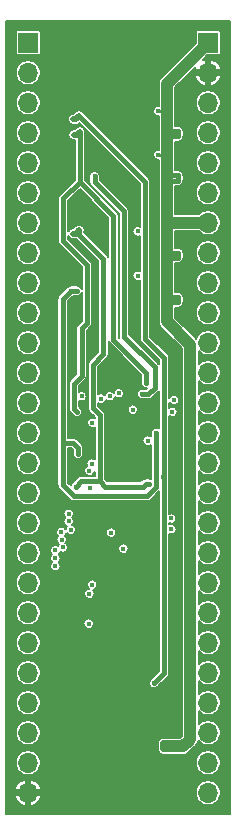
<source format=gbr>
%TF.GenerationSoftware,KiCad,Pcbnew,(5.1.8-0-10_14)*%
%TF.CreationDate,2020-12-23T13:09:29+00:00*%
%TF.ProjectId,carrier,63617272-6965-4722-9e6b-696361645f70,0.1*%
%TF.SameCoordinates,Original*%
%TF.FileFunction,Copper,L3,Inr*%
%TF.FilePolarity,Positive*%
%FSLAX46Y46*%
G04 Gerber Fmt 4.6, Leading zero omitted, Abs format (unit mm)*
G04 Created by KiCad (PCBNEW (5.1.8-0-10_14)) date 2020-12-23 13:09:29*
%MOMM*%
%LPD*%
G01*
G04 APERTURE LIST*
%TA.AperFunction,ComponentPad*%
%ADD10O,1.700000X1.700000*%
%TD*%
%TA.AperFunction,ComponentPad*%
%ADD11R,1.700000X1.700000*%
%TD*%
%TA.AperFunction,ViaPad*%
%ADD12C,0.450000*%
%TD*%
%TA.AperFunction,Conductor*%
%ADD13C,0.450000*%
%TD*%
%TA.AperFunction,Conductor*%
%ADD14C,0.280000*%
%TD*%
%TA.AperFunction,Conductor*%
%ADD15C,1.000000*%
%TD*%
%TA.AperFunction,Conductor*%
%ADD16C,0.500000*%
%TD*%
%TA.AperFunction,Conductor*%
%ADD17C,0.510000*%
%TD*%
%TA.AperFunction,Conductor*%
%ADD18C,0.127000*%
%TD*%
%TA.AperFunction,Conductor*%
%ADD19C,0.100000*%
%TD*%
G04 APERTURE END LIST*
D10*
%TO.N,mprj_io[19]*%
%TO.C,J3*%
X76350000Y-109210000D03*
%TO.N,mprj_io[20]*%
X76350000Y-106670000D03*
%TO.N,mprj_io[21]*%
X76350000Y-104130000D03*
%TO.N,mprj_io[22]*%
X76350000Y-101590000D03*
%TO.N,mprj_io[23]*%
X76350000Y-99050000D03*
%TO.N,mprj_io[24]*%
X76350000Y-96510000D03*
%TO.N,mprj_io[25]*%
X76350000Y-93970000D03*
%TO.N,mprj_io[26]*%
X76350000Y-91430000D03*
%TO.N,mprj_io[27]*%
X76350000Y-88890000D03*
%TO.N,mprj_io[28]*%
X76350000Y-86350000D03*
%TO.N,mprj_io[29]*%
X76350000Y-83810000D03*
%TO.N,mprj_io[30]*%
X76350000Y-81270000D03*
%TO.N,mprj_io[31]*%
X76350000Y-78730000D03*
%TO.N,mprj_io[32]*%
X76350000Y-76190000D03*
%TO.N,mprj_io[33]*%
X76350000Y-73650000D03*
%TO.N,mprj_io[34]*%
X76350000Y-71110000D03*
%TO.N,mprj_io[35]*%
X76350000Y-68570000D03*
%TO.N,mprj_io[36]*%
X76350000Y-66030000D03*
%TO.N,mprj_io[37]*%
X76350000Y-63490000D03*
%TO.N,+5V*%
X76350000Y-60950000D03*
%TO.N,flash_csb*%
X76350000Y-58410000D03*
%TO.N,flash_io0*%
X76350000Y-55870000D03*
%TO.N,flash_io1*%
X76350000Y-53330000D03*
%TO.N,flash_clk*%
X76350000Y-50790000D03*
%TO.N,GND*%
X76350000Y-48250000D03*
D11*
%TO.N,+5V*%
X76350000Y-45710000D03*
%TD*%
D10*
%TO.N,GND*%
%TO.C,J2*%
X61110000Y-109210000D03*
%TO.N,mprj_io[18]*%
X61110000Y-106670000D03*
%TO.N,mprj_io[17]*%
X61110000Y-104130000D03*
%TO.N,mprj_io[16]*%
X61110000Y-101590000D03*
%TO.N,mprj_io[15]*%
X61110000Y-99050000D03*
%TO.N,mprj_io[14]*%
X61110000Y-96510000D03*
%TO.N,mprj_io[13]*%
X61110000Y-93970000D03*
%TO.N,mprj_io[12]*%
X61110000Y-91430000D03*
%TO.N,mprj_io[11]*%
X61110000Y-88890000D03*
%TO.N,mprj_io[10]*%
X61110000Y-86350000D03*
%TO.N,mprj_io[9]*%
X61110000Y-83810000D03*
%TO.N,mprj_io[8]*%
X61110000Y-81270000D03*
%TO.N,mprj_io[7]*%
X61110000Y-78730000D03*
%TO.N,mprj_io[6]*%
X61110000Y-76190000D03*
%TO.N,mprj_io[5]*%
X61110000Y-73650000D03*
%TO.N,mprj_io[4]*%
X61110000Y-71110000D03*
%TO.N,mprj_io[3]*%
X61110000Y-68570000D03*
%TO.N,mprj_io[2]*%
X61110000Y-66030000D03*
%TO.N,mprj_io[1]*%
X61110000Y-63490000D03*
%TO.N,mprj_io[0]*%
X61110000Y-60950000D03*
%TO.N,clock*%
X61110000Y-58410000D03*
%TO.N,resetb*%
X61110000Y-55870000D03*
%TO.N,gpio*%
X61110000Y-53330000D03*
%TO.N,ext_3v3*%
X61110000Y-50790000D03*
%TO.N,ext_1v8*%
X61110000Y-48250000D03*
D11*
%TO.N,ext_vddio*%
X61110000Y-45710000D03*
%TD*%
D12*
%TO.N,GND*%
X73830000Y-51650000D03*
X66680000Y-52100000D03*
X73780000Y-52100000D03*
X66730000Y-51650000D03*
X73830000Y-55400000D03*
X66680000Y-55850000D03*
X73780000Y-55850000D03*
X66730000Y-55400000D03*
X73830000Y-61950000D03*
X66680000Y-62400000D03*
X73780000Y-62400000D03*
X66730000Y-61950000D03*
X70455000Y-82125000D03*
X73730000Y-81900000D03*
X73480000Y-79275000D03*
X64730000Y-78100000D03*
X68730000Y-80000000D03*
X66680000Y-66150000D03*
X66730000Y-65700000D03*
X73780000Y-66150000D03*
X73830000Y-65700000D03*
X66530000Y-71500000D03*
X66530000Y-72200000D03*
X71780000Y-75975000D03*
X70855000Y-82525000D03*
X64895000Y-101305000D03*
X63650000Y-105400000D03*
X64920000Y-73142000D03*
X64920000Y-71872000D03*
X63650000Y-107800000D03*
X73810000Y-74666000D03*
X67206000Y-60354000D03*
X73830000Y-59300000D03*
X64680000Y-55000000D03*
X64895000Y-101905000D03*
X64295000Y-101305000D03*
X64295000Y-101905000D03*
X70000000Y-69840000D03*
X73810000Y-72380000D03*
X72540000Y-70475000D03*
X66620000Y-69770000D03*
X70254000Y-60188000D03*
X70930000Y-96600000D03*
X64285000Y-97145000D03*
X64285000Y-99050000D03*
X63650000Y-110480000D03*
X66825000Y-110480000D03*
X70000000Y-110480000D03*
X73175000Y-110480000D03*
X72930000Y-103400000D03*
X71330000Y-46800000D03*
X69330000Y-46800000D03*
X67330000Y-46800000D03*
X64920000Y-46800000D03*
X73977990Y-82600000D03*
X71530000Y-88000000D03*
X70930000Y-98400000D03*
X73130000Y-107800000D03*
X71730000Y-59400000D03*
X67330000Y-50000000D03*
X71330000Y-50000000D03*
X69330000Y-50000000D03*
X73530000Y-46800000D03*
X73930000Y-50000000D03*
X72930000Y-100000000D03*
X71280020Y-91094711D03*
X70330000Y-86500000D03*
X71830000Y-89300000D03*
X69730000Y-95000000D03*
X66030000Y-97200000D03*
X64610621Y-80503098D03*
X64610621Y-82000000D03*
X68930000Y-58500000D03*
X70630000Y-91950000D03*
%TO.N,+5V*%
X73064000Y-105527000D03*
X72556000Y-105527000D03*
X72556000Y-105019000D03*
X73064000Y-105019000D03*
X73830000Y-53200000D03*
X73780000Y-53650000D03*
X73830000Y-56950000D03*
X73780000Y-57400000D03*
X73830000Y-63500000D03*
X73780000Y-63950000D03*
X73830000Y-67250000D03*
X73780000Y-67700000D03*
X72130000Y-51500000D03*
X72130000Y-55200000D03*
%TO.N,vccd*%
X66730000Y-57500000D03*
X66730000Y-57000000D03*
X70755000Y-75450000D03*
%TO.N,vdda*%
X64980000Y-53500000D03*
X65230000Y-76950000D03*
X71130000Y-74550000D03*
X71130000Y-73650000D03*
X65480000Y-53250000D03*
X66225000Y-94905000D03*
%TO.N,vccd1*%
X64930000Y-61900000D03*
X65430000Y-61600000D03*
X65130000Y-83300000D03*
X71380000Y-83050000D03*
%TO.N,vdda1*%
X65230000Y-66700000D03*
X71930000Y-78725000D03*
X64730000Y-66700000D03*
X65330000Y-80500000D03*
%TO.N,vddio*%
X64930000Y-52200000D03*
X65430000Y-51900000D03*
X72530000Y-82450000D03*
X71778000Y-99939000D03*
%TO.N,gpio*%
X70380000Y-61700000D03*
X70380000Y-65450000D03*
X65630000Y-75650000D03*
%TO.N,flash_io0*%
X68005010Y-75650000D03*
X66530000Y-91600000D03*
%TO.N,flash_csb*%
X68780000Y-75400000D03*
X69180000Y-88550000D03*
%TO.N,resetb*%
X63420254Y-90050000D03*
%TO.N,mprj_io[2]*%
X64730000Y-86950000D03*
%TO.N,mprj_io[1]*%
X64534260Y-86220521D03*
%TO.N,flash_io1*%
X67280000Y-75850000D03*
X68130000Y-87200000D03*
%TO.N,mprj_io[36]*%
X73455000Y-75975000D03*
%TO.N,mprj_io[4]*%
X63946870Y-87783130D03*
%TO.N,mprj_io[3]*%
X63930000Y-87150000D03*
%TO.N,flash_clk*%
X66530000Y-77900000D03*
X66295000Y-92365000D03*
%TO.N,mprj_io[33]*%
X69980000Y-76775000D03*
%TO.N,mprj_io[34]*%
X73329998Y-76975000D03*
%TO.N,mprj_io[6]*%
X63420254Y-88700000D03*
%TO.N,mprj_io[5]*%
X64030006Y-88450000D03*
%TO.N,mprj_io[0]*%
X64530000Y-85600000D03*
%TO.N,mprj_io[32]*%
X71229998Y-79399994D03*
%TO.N,mprj_io[7]*%
X63420254Y-89350000D03*
%TO.N,mprj_io[12]*%
X66480000Y-81350000D03*
%TO.N,mprj_io[11]*%
X66302584Y-81951607D03*
%TO.N,mprj_io[24]*%
X73229986Y-86000000D03*
%TO.N,mprj_io[15]*%
X66380000Y-83424990D03*
%TO.N,mprj_io[19]*%
X73234817Y-86904817D03*
%TD*%
D13*
%TO.N,+5V*%
X73780000Y-67700000D02*
X72959998Y-67700000D01*
X73830000Y-67650000D02*
X73780000Y-67700000D01*
X73830000Y-67250000D02*
X73830000Y-67650000D01*
X73780000Y-63950000D02*
X72979998Y-63950000D01*
X73830000Y-63900000D02*
X73780000Y-63950000D01*
X73830000Y-63500000D02*
X73830000Y-63900000D01*
X73830000Y-56950000D02*
X72896000Y-56950000D01*
X73830000Y-57350000D02*
X73780000Y-57400000D01*
X73830000Y-56950000D02*
X73830000Y-57350000D01*
X73830000Y-53600000D02*
X73780000Y-53650000D01*
X73830000Y-53200000D02*
X73830000Y-53600000D01*
X73830000Y-53200000D02*
X72844800Y-53200000D01*
X73780000Y-57400000D02*
X72895600Y-57400000D01*
X73780000Y-53650000D02*
X72821000Y-53650000D01*
X73830000Y-63500000D02*
X72924600Y-63500000D01*
X73830000Y-67250000D02*
X72971800Y-67250000D01*
D14*
X72130000Y-55200000D02*
X72530000Y-55200000D01*
X72530000Y-55200000D02*
X72866999Y-54863001D01*
D15*
X73053998Y-60950000D02*
X72866999Y-60763001D01*
X76350000Y-60950000D02*
X73053998Y-60950000D01*
X72866999Y-54863001D02*
X72866999Y-60763001D01*
X72866999Y-51836999D02*
X72866999Y-54863001D01*
X76350000Y-45710000D02*
X72866999Y-49193001D01*
D14*
X72530000Y-51500000D02*
X72866999Y-51836999D01*
X72130000Y-51500000D02*
X72530000Y-51500000D01*
D15*
X72866999Y-49193001D02*
X72866999Y-51836999D01*
X74830000Y-71280000D02*
X74830000Y-104700000D01*
X72866999Y-69316999D02*
X74830000Y-71280000D01*
X72866999Y-60763001D02*
X72866999Y-69316999D01*
X74230000Y-105300000D02*
X73330000Y-105300000D01*
X74730000Y-104800000D02*
X74230000Y-105300000D01*
D16*
X72556000Y-105019000D02*
X72549000Y-105019000D01*
D17*
X72552112Y-105022112D02*
X73239177Y-105022112D01*
D16*
X72549000Y-105019000D02*
X72552112Y-105022112D01*
X73276044Y-105527000D02*
X73276483Y-105527439D01*
D17*
X72556000Y-105527000D02*
X73276044Y-105527000D01*
D16*
X72556000Y-105019000D02*
X72556000Y-105527000D01*
D13*
%TO.N,vccd*%
X71830000Y-74940000D02*
X71300000Y-75470000D01*
X69230000Y-70600000D02*
X71830000Y-73200000D01*
X69230000Y-60000000D02*
X69230000Y-70600000D01*
X71830000Y-73200000D02*
X71830000Y-74940000D01*
X66730000Y-57500000D02*
X69230000Y-60000000D01*
X71300000Y-75470000D02*
X70790000Y-75470000D01*
X66730000Y-57500000D02*
X66730000Y-57000000D01*
%TO.N,vdda*%
X71130000Y-74550000D02*
X71130000Y-73650000D01*
D16*
X65230000Y-53500000D02*
X65480000Y-53250000D01*
X64980000Y-53500000D02*
X65230000Y-53500000D01*
D13*
X68330000Y-70850000D02*
X71130000Y-73650000D01*
X68330000Y-60350000D02*
X68330000Y-70850000D01*
X65480000Y-57500000D02*
X68330000Y-60350000D01*
X65480000Y-53250000D02*
X65480000Y-57500000D01*
X64080000Y-58900000D02*
X65480000Y-57500000D01*
X66080000Y-64500000D02*
X64080000Y-62500000D01*
X66080000Y-69463998D02*
X66080000Y-64500000D01*
X65630000Y-73960000D02*
X65630000Y-69913998D01*
X64980000Y-74610000D02*
X65630000Y-73960000D01*
X65630000Y-69913998D02*
X66080000Y-69463998D01*
X64080000Y-62500000D02*
X64080000Y-58900000D01*
X64980000Y-76700000D02*
X64980000Y-74610000D01*
X65230000Y-76950000D02*
X64980000Y-76700000D01*
D16*
%TO.N,vccd1*%
X65130000Y-61900000D02*
X65430000Y-61600000D01*
X64930000Y-61900000D02*
X65130000Y-61900000D01*
D13*
X65580001Y-82849999D02*
X65130000Y-83300000D01*
X65580001Y-82849999D02*
X67159999Y-82849999D01*
X67170000Y-82839998D02*
X67159999Y-82849999D01*
X67170000Y-77240000D02*
X67170000Y-82839998D01*
X66600000Y-76670000D02*
X67170000Y-77240000D01*
X65430000Y-61600000D02*
X65430000Y-61964002D01*
X65430000Y-61964002D02*
X67480000Y-64014002D01*
X66600000Y-72994002D02*
X66600000Y-76670000D01*
X67480000Y-64014002D02*
X67480000Y-72114002D01*
X67480000Y-72114002D02*
X66600000Y-72994002D01*
X71055000Y-83050000D02*
X71380000Y-83050000D01*
X70805000Y-83300000D02*
X71055000Y-83050000D01*
X67610000Y-83300000D02*
X70805000Y-83300000D01*
X67159999Y-82849999D02*
X67610000Y-83300000D01*
%TO.N,vdda1*%
X65230000Y-66700000D02*
X64730000Y-66700000D01*
X64980000Y-84100000D02*
X64030000Y-83150000D01*
X71170046Y-84100000D02*
X64980000Y-84100000D01*
X71930000Y-82703962D02*
X71957010Y-82730972D01*
X71957010Y-83313036D02*
X71170046Y-84100000D01*
X64030000Y-67400000D02*
X64730000Y-66700000D01*
X71930000Y-78725000D02*
X71930000Y-82703962D01*
X71957010Y-82730972D02*
X71957010Y-83313036D01*
X64030000Y-79600000D02*
X64030000Y-67400000D01*
X64030000Y-83150000D02*
X64030000Y-79600000D01*
X64934507Y-79600000D02*
X64030000Y-79600000D01*
X65334507Y-80000000D02*
X64934507Y-79600000D01*
X65334507Y-80495493D02*
X65330000Y-80500000D01*
X65334507Y-80000000D02*
X65334507Y-80495493D01*
D16*
%TO.N,vddio*%
X65130000Y-52200000D02*
X65430000Y-51900000D01*
X64930000Y-52200000D02*
X65130000Y-52200000D01*
D13*
X72630000Y-82350000D02*
X72530000Y-82450000D01*
X72630000Y-72400000D02*
X72630000Y-82350000D01*
X71008001Y-57478001D02*
X71008001Y-70778001D01*
X71008001Y-70778001D02*
X72630000Y-72400000D01*
X65430000Y-51900000D02*
X71008001Y-57478001D01*
X72630000Y-82550000D02*
X72630000Y-98100000D01*
X72530000Y-82450000D02*
X72630000Y-82550000D01*
X72630000Y-99087000D02*
X71778000Y-99939000D01*
X72630000Y-98088962D02*
X72630000Y-99087000D01*
%TD*%
D18*
%TO.N,GND*%
X78191500Y-111051500D02*
X59268500Y-111051500D01*
X59268500Y-109578344D01*
X60002129Y-109578344D01*
X60066150Y-109732931D01*
X60188226Y-109926528D01*
X60345725Y-110092589D01*
X60532595Y-110224733D01*
X60741654Y-110317881D01*
X60919500Y-110282488D01*
X60919500Y-109400500D01*
X61300500Y-109400500D01*
X61300500Y-110282488D01*
X61478346Y-110317881D01*
X61687405Y-110224733D01*
X61874275Y-110092589D01*
X62031774Y-109926528D01*
X62153850Y-109732931D01*
X62217871Y-109578344D01*
X62181320Y-109400500D01*
X61300500Y-109400500D01*
X60919500Y-109400500D01*
X60038680Y-109400500D01*
X60002129Y-109578344D01*
X59268500Y-109578344D01*
X59268500Y-109105254D01*
X75286500Y-109105254D01*
X75286500Y-109314746D01*
X75327370Y-109520212D01*
X75407538Y-109713756D01*
X75523925Y-109887942D01*
X75672058Y-110036075D01*
X75846244Y-110152462D01*
X76039788Y-110232630D01*
X76245254Y-110273500D01*
X76454746Y-110273500D01*
X76660212Y-110232630D01*
X76853756Y-110152462D01*
X77027942Y-110036075D01*
X77176075Y-109887942D01*
X77292462Y-109713756D01*
X77372630Y-109520212D01*
X77413500Y-109314746D01*
X77413500Y-109105254D01*
X77372630Y-108899788D01*
X77292462Y-108706244D01*
X77176075Y-108532058D01*
X77027942Y-108383925D01*
X76853756Y-108267538D01*
X76660212Y-108187370D01*
X76454746Y-108146500D01*
X76245254Y-108146500D01*
X76039788Y-108187370D01*
X75846244Y-108267538D01*
X75672058Y-108383925D01*
X75523925Y-108532058D01*
X75407538Y-108706244D01*
X75327370Y-108899788D01*
X75286500Y-109105254D01*
X59268500Y-109105254D01*
X59268500Y-108841656D01*
X60002129Y-108841656D01*
X60038680Y-109019500D01*
X60919500Y-109019500D01*
X60919500Y-108137512D01*
X61300500Y-108137512D01*
X61300500Y-109019500D01*
X62181320Y-109019500D01*
X62217871Y-108841656D01*
X62153850Y-108687069D01*
X62031774Y-108493472D01*
X61874275Y-108327411D01*
X61687405Y-108195267D01*
X61478346Y-108102119D01*
X61300500Y-108137512D01*
X60919500Y-108137512D01*
X60741654Y-108102119D01*
X60532595Y-108195267D01*
X60345725Y-108327411D01*
X60188226Y-108493472D01*
X60066150Y-108687069D01*
X60002129Y-108841656D01*
X59268500Y-108841656D01*
X59268500Y-106565254D01*
X60046500Y-106565254D01*
X60046500Y-106774746D01*
X60087370Y-106980212D01*
X60167538Y-107173756D01*
X60283925Y-107347942D01*
X60432058Y-107496075D01*
X60606244Y-107612462D01*
X60799788Y-107692630D01*
X61005254Y-107733500D01*
X61214746Y-107733500D01*
X61420212Y-107692630D01*
X61613756Y-107612462D01*
X61787942Y-107496075D01*
X61936075Y-107347942D01*
X62052462Y-107173756D01*
X62132630Y-106980212D01*
X62173500Y-106774746D01*
X62173500Y-106565254D01*
X75286500Y-106565254D01*
X75286500Y-106774746D01*
X75327370Y-106980212D01*
X75407538Y-107173756D01*
X75523925Y-107347942D01*
X75672058Y-107496075D01*
X75846244Y-107612462D01*
X76039788Y-107692630D01*
X76245254Y-107733500D01*
X76454746Y-107733500D01*
X76660212Y-107692630D01*
X76853756Y-107612462D01*
X77027942Y-107496075D01*
X77176075Y-107347942D01*
X77292462Y-107173756D01*
X77372630Y-106980212D01*
X77413500Y-106774746D01*
X77413500Y-106565254D01*
X77372630Y-106359788D01*
X77292462Y-106166244D01*
X77176075Y-105992058D01*
X77027942Y-105843925D01*
X76853756Y-105727538D01*
X76660212Y-105647370D01*
X76454746Y-105606500D01*
X76245254Y-105606500D01*
X76039788Y-105647370D01*
X75846244Y-105727538D01*
X75672058Y-105843925D01*
X75523925Y-105992058D01*
X75407538Y-106166244D01*
X75327370Y-106359788D01*
X75286500Y-106565254D01*
X62173500Y-106565254D01*
X62132630Y-106359788D01*
X62052462Y-106166244D01*
X61936075Y-105992058D01*
X61787942Y-105843925D01*
X61613756Y-105727538D01*
X61420212Y-105647370D01*
X61214746Y-105606500D01*
X61005254Y-105606500D01*
X60799788Y-105647370D01*
X60606244Y-105727538D01*
X60432058Y-105843925D01*
X60283925Y-105992058D01*
X60167538Y-106166244D01*
X60087370Y-106359788D01*
X60046500Y-106565254D01*
X59268500Y-106565254D01*
X59268500Y-104025254D01*
X60046500Y-104025254D01*
X60046500Y-104234746D01*
X60087370Y-104440212D01*
X60167538Y-104633756D01*
X60283925Y-104807942D01*
X60432058Y-104956075D01*
X60606244Y-105072462D01*
X60799788Y-105152630D01*
X61005254Y-105193500D01*
X61214746Y-105193500D01*
X61420212Y-105152630D01*
X61613756Y-105072462D01*
X61787942Y-104956075D01*
X61936075Y-104807942D01*
X62052462Y-104633756D01*
X62132630Y-104440212D01*
X62173500Y-104234746D01*
X62173500Y-104025254D01*
X62132630Y-103819788D01*
X62052462Y-103626244D01*
X61936075Y-103452058D01*
X61787942Y-103303925D01*
X61613756Y-103187538D01*
X61420212Y-103107370D01*
X61214746Y-103066500D01*
X61005254Y-103066500D01*
X60799788Y-103107370D01*
X60606244Y-103187538D01*
X60432058Y-103303925D01*
X60283925Y-103452058D01*
X60167538Y-103626244D01*
X60087370Y-103819788D01*
X60046500Y-104025254D01*
X59268500Y-104025254D01*
X59268500Y-101485254D01*
X60046500Y-101485254D01*
X60046500Y-101694746D01*
X60087370Y-101900212D01*
X60167538Y-102093756D01*
X60283925Y-102267942D01*
X60432058Y-102416075D01*
X60606244Y-102532462D01*
X60799788Y-102612630D01*
X61005254Y-102653500D01*
X61214746Y-102653500D01*
X61420212Y-102612630D01*
X61613756Y-102532462D01*
X61787942Y-102416075D01*
X61936075Y-102267942D01*
X62052462Y-102093756D01*
X62132630Y-101900212D01*
X62173500Y-101694746D01*
X62173500Y-101485254D01*
X62132630Y-101279788D01*
X62052462Y-101086244D01*
X61936075Y-100912058D01*
X61787942Y-100763925D01*
X61613756Y-100647538D01*
X61420212Y-100567370D01*
X61214746Y-100526500D01*
X61005254Y-100526500D01*
X60799788Y-100567370D01*
X60606244Y-100647538D01*
X60432058Y-100763925D01*
X60283925Y-100912058D01*
X60167538Y-101086244D01*
X60087370Y-101279788D01*
X60046500Y-101485254D01*
X59268500Y-101485254D01*
X59268500Y-98945254D01*
X60046500Y-98945254D01*
X60046500Y-99154746D01*
X60087370Y-99360212D01*
X60167538Y-99553756D01*
X60283925Y-99727942D01*
X60432058Y-99876075D01*
X60606244Y-99992462D01*
X60799788Y-100072630D01*
X61005254Y-100113500D01*
X61214746Y-100113500D01*
X61420212Y-100072630D01*
X61613756Y-99992462D01*
X61787942Y-99876075D01*
X61936075Y-99727942D01*
X62052462Y-99553756D01*
X62132630Y-99360212D01*
X62173500Y-99154746D01*
X62173500Y-98945254D01*
X62132630Y-98739788D01*
X62052462Y-98546244D01*
X61936075Y-98372058D01*
X61787942Y-98223925D01*
X61613756Y-98107538D01*
X61420212Y-98027370D01*
X61214746Y-97986500D01*
X61005254Y-97986500D01*
X60799788Y-98027370D01*
X60606244Y-98107538D01*
X60432058Y-98223925D01*
X60283925Y-98372058D01*
X60167538Y-98546244D01*
X60087370Y-98739788D01*
X60046500Y-98945254D01*
X59268500Y-98945254D01*
X59268500Y-96405254D01*
X60046500Y-96405254D01*
X60046500Y-96614746D01*
X60087370Y-96820212D01*
X60167538Y-97013756D01*
X60283925Y-97187942D01*
X60432058Y-97336075D01*
X60606244Y-97452462D01*
X60799788Y-97532630D01*
X61005254Y-97573500D01*
X61214746Y-97573500D01*
X61420212Y-97532630D01*
X61613756Y-97452462D01*
X61787942Y-97336075D01*
X61936075Y-97187942D01*
X62052462Y-97013756D01*
X62132630Y-96820212D01*
X62173500Y-96614746D01*
X62173500Y-96405254D01*
X62132630Y-96199788D01*
X62052462Y-96006244D01*
X61936075Y-95832058D01*
X61787942Y-95683925D01*
X61613756Y-95567538D01*
X61420212Y-95487370D01*
X61214746Y-95446500D01*
X61005254Y-95446500D01*
X60799788Y-95487370D01*
X60606244Y-95567538D01*
X60432058Y-95683925D01*
X60283925Y-95832058D01*
X60167538Y-96006244D01*
X60087370Y-96199788D01*
X60046500Y-96405254D01*
X59268500Y-96405254D01*
X59268500Y-93865254D01*
X60046500Y-93865254D01*
X60046500Y-94074746D01*
X60087370Y-94280212D01*
X60167538Y-94473756D01*
X60283925Y-94647942D01*
X60432058Y-94796075D01*
X60606244Y-94912462D01*
X60799788Y-94992630D01*
X61005254Y-95033500D01*
X61214746Y-95033500D01*
X61420212Y-94992630D01*
X61613756Y-94912462D01*
X61689560Y-94861811D01*
X65786500Y-94861811D01*
X65786500Y-94948189D01*
X65803351Y-95032906D01*
X65836406Y-95112708D01*
X65884395Y-95184528D01*
X65945472Y-95245605D01*
X66017292Y-95293594D01*
X66097094Y-95326649D01*
X66181811Y-95343500D01*
X66268189Y-95343500D01*
X66352906Y-95326649D01*
X66432708Y-95293594D01*
X66504528Y-95245605D01*
X66565605Y-95184528D01*
X66613594Y-95112708D01*
X66646649Y-95032906D01*
X66663500Y-94948189D01*
X66663500Y-94861811D01*
X66646649Y-94777094D01*
X66613594Y-94697292D01*
X66565605Y-94625472D01*
X66504528Y-94564395D01*
X66432708Y-94516406D01*
X66352906Y-94483351D01*
X66268189Y-94466500D01*
X66181811Y-94466500D01*
X66097094Y-94483351D01*
X66017292Y-94516406D01*
X65945472Y-94564395D01*
X65884395Y-94625472D01*
X65836406Y-94697292D01*
X65803351Y-94777094D01*
X65786500Y-94861811D01*
X61689560Y-94861811D01*
X61787942Y-94796075D01*
X61936075Y-94647942D01*
X62052462Y-94473756D01*
X62132630Y-94280212D01*
X62173500Y-94074746D01*
X62173500Y-93865254D01*
X62132630Y-93659788D01*
X62052462Y-93466244D01*
X61936075Y-93292058D01*
X61787942Y-93143925D01*
X61613756Y-93027538D01*
X61420212Y-92947370D01*
X61214746Y-92906500D01*
X61005254Y-92906500D01*
X60799788Y-92947370D01*
X60606244Y-93027538D01*
X60432058Y-93143925D01*
X60283925Y-93292058D01*
X60167538Y-93466244D01*
X60087370Y-93659788D01*
X60046500Y-93865254D01*
X59268500Y-93865254D01*
X59268500Y-91325254D01*
X60046500Y-91325254D01*
X60046500Y-91534746D01*
X60087370Y-91740212D01*
X60167538Y-91933756D01*
X60283925Y-92107942D01*
X60432058Y-92256075D01*
X60606244Y-92372462D01*
X60799788Y-92452630D01*
X61005254Y-92493500D01*
X61214746Y-92493500D01*
X61420212Y-92452630D01*
X61613756Y-92372462D01*
X61689560Y-92321811D01*
X65856500Y-92321811D01*
X65856500Y-92408189D01*
X65873351Y-92492906D01*
X65906406Y-92572708D01*
X65954395Y-92644528D01*
X66015472Y-92705605D01*
X66087292Y-92753594D01*
X66167094Y-92786649D01*
X66251811Y-92803500D01*
X66338189Y-92803500D01*
X66422906Y-92786649D01*
X66502708Y-92753594D01*
X66574528Y-92705605D01*
X66635605Y-92644528D01*
X66683594Y-92572708D01*
X66716649Y-92492906D01*
X66733500Y-92408189D01*
X66733500Y-92321811D01*
X66716649Y-92237094D01*
X66683594Y-92157292D01*
X66635605Y-92085472D01*
X66586071Y-92035938D01*
X66657906Y-92021649D01*
X66737708Y-91988594D01*
X66809528Y-91940605D01*
X66870605Y-91879528D01*
X66918594Y-91807708D01*
X66951649Y-91727906D01*
X66968500Y-91643189D01*
X66968500Y-91556811D01*
X66951649Y-91472094D01*
X66918594Y-91392292D01*
X66870605Y-91320472D01*
X66809528Y-91259395D01*
X66737708Y-91211406D01*
X66657906Y-91178351D01*
X66573189Y-91161500D01*
X66486811Y-91161500D01*
X66402094Y-91178351D01*
X66322292Y-91211406D01*
X66250472Y-91259395D01*
X66189395Y-91320472D01*
X66141406Y-91392292D01*
X66108351Y-91472094D01*
X66091500Y-91556811D01*
X66091500Y-91643189D01*
X66108351Y-91727906D01*
X66141406Y-91807708D01*
X66189395Y-91879528D01*
X66238929Y-91929062D01*
X66167094Y-91943351D01*
X66087292Y-91976406D01*
X66015472Y-92024395D01*
X65954395Y-92085472D01*
X65906406Y-92157292D01*
X65873351Y-92237094D01*
X65856500Y-92321811D01*
X61689560Y-92321811D01*
X61787942Y-92256075D01*
X61936075Y-92107942D01*
X62052462Y-91933756D01*
X62132630Y-91740212D01*
X62173500Y-91534746D01*
X62173500Y-91325254D01*
X62132630Y-91119788D01*
X62052462Y-90926244D01*
X61936075Y-90752058D01*
X61787942Y-90603925D01*
X61613756Y-90487538D01*
X61420212Y-90407370D01*
X61214746Y-90366500D01*
X61005254Y-90366500D01*
X60799788Y-90407370D01*
X60606244Y-90487538D01*
X60432058Y-90603925D01*
X60283925Y-90752058D01*
X60167538Y-90926244D01*
X60087370Y-91119788D01*
X60046500Y-91325254D01*
X59268500Y-91325254D01*
X59268500Y-88785254D01*
X60046500Y-88785254D01*
X60046500Y-88994746D01*
X60087370Y-89200212D01*
X60167538Y-89393756D01*
X60283925Y-89567942D01*
X60432058Y-89716075D01*
X60606244Y-89832462D01*
X60799788Y-89912630D01*
X61005254Y-89953500D01*
X61214746Y-89953500D01*
X61420212Y-89912630D01*
X61613756Y-89832462D01*
X61787942Y-89716075D01*
X61936075Y-89567942D01*
X62052462Y-89393756D01*
X62132630Y-89200212D01*
X62173500Y-88994746D01*
X62173500Y-88785254D01*
X62147951Y-88656811D01*
X62981754Y-88656811D01*
X62981754Y-88743189D01*
X62998605Y-88827906D01*
X63031660Y-88907708D01*
X63079649Y-88979528D01*
X63125121Y-89025000D01*
X63079649Y-89070472D01*
X63031660Y-89142292D01*
X62998605Y-89222094D01*
X62981754Y-89306811D01*
X62981754Y-89393189D01*
X62998605Y-89477906D01*
X63031660Y-89557708D01*
X63079649Y-89629528D01*
X63140726Y-89690605D01*
X63154786Y-89700000D01*
X63140726Y-89709395D01*
X63079649Y-89770472D01*
X63031660Y-89842292D01*
X62998605Y-89922094D01*
X62981754Y-90006811D01*
X62981754Y-90093189D01*
X62998605Y-90177906D01*
X63031660Y-90257708D01*
X63079649Y-90329528D01*
X63140726Y-90390605D01*
X63212546Y-90438594D01*
X63292348Y-90471649D01*
X63377065Y-90488500D01*
X63463443Y-90488500D01*
X63548160Y-90471649D01*
X63627962Y-90438594D01*
X63699782Y-90390605D01*
X63760859Y-90329528D01*
X63808848Y-90257708D01*
X63841903Y-90177906D01*
X63858754Y-90093189D01*
X63858754Y-90006811D01*
X63841903Y-89922094D01*
X63808848Y-89842292D01*
X63760859Y-89770472D01*
X63699782Y-89709395D01*
X63685722Y-89700000D01*
X63699782Y-89690605D01*
X63760859Y-89629528D01*
X63808848Y-89557708D01*
X63841903Y-89477906D01*
X63858754Y-89393189D01*
X63858754Y-89306811D01*
X63841903Y-89222094D01*
X63808848Y-89142292D01*
X63760859Y-89070472D01*
X63715387Y-89025000D01*
X63760859Y-88979528D01*
X63808848Y-88907708D01*
X63835253Y-88843960D01*
X63902100Y-88871649D01*
X63986817Y-88888500D01*
X64073195Y-88888500D01*
X64157912Y-88871649D01*
X64237714Y-88838594D01*
X64309534Y-88790605D01*
X64370611Y-88729528D01*
X64418600Y-88657708D01*
X64451655Y-88577906D01*
X64465796Y-88506811D01*
X68741500Y-88506811D01*
X68741500Y-88593189D01*
X68758351Y-88677906D01*
X68791406Y-88757708D01*
X68839395Y-88829528D01*
X68900472Y-88890605D01*
X68972292Y-88938594D01*
X69052094Y-88971649D01*
X69136811Y-88988500D01*
X69223189Y-88988500D01*
X69307906Y-88971649D01*
X69387708Y-88938594D01*
X69459528Y-88890605D01*
X69520605Y-88829528D01*
X69568594Y-88757708D01*
X69601649Y-88677906D01*
X69618500Y-88593189D01*
X69618500Y-88506811D01*
X69601649Y-88422094D01*
X69568594Y-88342292D01*
X69520605Y-88270472D01*
X69459528Y-88209395D01*
X69387708Y-88161406D01*
X69307906Y-88128351D01*
X69223189Y-88111500D01*
X69136811Y-88111500D01*
X69052094Y-88128351D01*
X68972292Y-88161406D01*
X68900472Y-88209395D01*
X68839395Y-88270472D01*
X68791406Y-88342292D01*
X68758351Y-88422094D01*
X68741500Y-88506811D01*
X64465796Y-88506811D01*
X64468506Y-88493189D01*
X64468506Y-88406811D01*
X64451655Y-88322094D01*
X64418600Y-88242292D01*
X64370611Y-88170472D01*
X64309534Y-88109395D01*
X64268294Y-88081839D01*
X64287475Y-88062658D01*
X64335464Y-87990838D01*
X64368519Y-87911036D01*
X64385370Y-87826319D01*
X64385370Y-87739941D01*
X64368519Y-87655224D01*
X64335464Y-87575422D01*
X64287475Y-87503602D01*
X64242003Y-87458130D01*
X64270605Y-87429528D01*
X64318594Y-87357708D01*
X64351649Y-87277906D01*
X64367723Y-87197094D01*
X64389395Y-87229528D01*
X64450472Y-87290605D01*
X64522292Y-87338594D01*
X64602094Y-87371649D01*
X64686811Y-87388500D01*
X64773189Y-87388500D01*
X64857906Y-87371649D01*
X64937708Y-87338594D01*
X65009528Y-87290605D01*
X65070605Y-87229528D01*
X65118594Y-87157708D01*
X65118965Y-87156811D01*
X67691500Y-87156811D01*
X67691500Y-87243189D01*
X67708351Y-87327906D01*
X67741406Y-87407708D01*
X67789395Y-87479528D01*
X67850472Y-87540605D01*
X67922292Y-87588594D01*
X68002094Y-87621649D01*
X68086811Y-87638500D01*
X68173189Y-87638500D01*
X68257906Y-87621649D01*
X68337708Y-87588594D01*
X68409528Y-87540605D01*
X68470605Y-87479528D01*
X68518594Y-87407708D01*
X68551649Y-87327906D01*
X68568500Y-87243189D01*
X68568500Y-87156811D01*
X68551649Y-87072094D01*
X68518594Y-86992292D01*
X68470605Y-86920472D01*
X68409528Y-86859395D01*
X68337708Y-86811406D01*
X68257906Y-86778351D01*
X68173189Y-86761500D01*
X68086811Y-86761500D01*
X68002094Y-86778351D01*
X67922292Y-86811406D01*
X67850472Y-86859395D01*
X67789395Y-86920472D01*
X67741406Y-86992292D01*
X67708351Y-87072094D01*
X67691500Y-87156811D01*
X65118965Y-87156811D01*
X65151649Y-87077906D01*
X65168500Y-86993189D01*
X65168500Y-86906811D01*
X65151649Y-86822094D01*
X65118594Y-86742292D01*
X65070605Y-86670472D01*
X65009528Y-86609395D01*
X64937708Y-86561406D01*
X64857906Y-86528351D01*
X64848445Y-86526469D01*
X64874865Y-86500049D01*
X64922854Y-86428229D01*
X64955909Y-86348427D01*
X64972760Y-86263710D01*
X64972760Y-86177332D01*
X64955909Y-86092615D01*
X64922854Y-86012813D01*
X64874865Y-85940993D01*
X64842003Y-85908131D01*
X64870605Y-85879528D01*
X64918594Y-85807708D01*
X64951649Y-85727906D01*
X64968500Y-85643189D01*
X64968500Y-85556811D01*
X64951649Y-85472094D01*
X64918594Y-85392292D01*
X64870605Y-85320472D01*
X64809528Y-85259395D01*
X64737708Y-85211406D01*
X64657906Y-85178351D01*
X64573189Y-85161500D01*
X64486811Y-85161500D01*
X64402094Y-85178351D01*
X64322292Y-85211406D01*
X64250472Y-85259395D01*
X64189395Y-85320472D01*
X64141406Y-85392292D01*
X64108351Y-85472094D01*
X64091500Y-85556811D01*
X64091500Y-85643189D01*
X64108351Y-85727906D01*
X64141406Y-85807708D01*
X64189395Y-85879528D01*
X64222258Y-85912391D01*
X64193655Y-85940993D01*
X64145666Y-86012813D01*
X64112611Y-86092615D01*
X64095760Y-86177332D01*
X64095760Y-86263710D01*
X64112611Y-86348427D01*
X64145666Y-86428229D01*
X64193655Y-86500049D01*
X64254732Y-86561126D01*
X64326552Y-86609115D01*
X64406354Y-86642170D01*
X64415815Y-86644052D01*
X64389395Y-86670472D01*
X64341406Y-86742292D01*
X64308351Y-86822094D01*
X64292277Y-86902906D01*
X64270605Y-86870472D01*
X64209528Y-86809395D01*
X64137708Y-86761406D01*
X64057906Y-86728351D01*
X63973189Y-86711500D01*
X63886811Y-86711500D01*
X63802094Y-86728351D01*
X63722292Y-86761406D01*
X63650472Y-86809395D01*
X63589395Y-86870472D01*
X63541406Y-86942292D01*
X63508351Y-87022094D01*
X63491500Y-87106811D01*
X63491500Y-87193189D01*
X63508351Y-87277906D01*
X63541406Y-87357708D01*
X63589395Y-87429528D01*
X63634867Y-87475000D01*
X63606265Y-87503602D01*
X63558276Y-87575422D01*
X63525221Y-87655224D01*
X63508370Y-87739941D01*
X63508370Y-87826319D01*
X63525221Y-87911036D01*
X63558276Y-87990838D01*
X63606265Y-88062658D01*
X63667342Y-88123735D01*
X63708582Y-88151291D01*
X63689401Y-88170472D01*
X63641412Y-88242292D01*
X63615007Y-88306040D01*
X63548160Y-88278351D01*
X63463443Y-88261500D01*
X63377065Y-88261500D01*
X63292348Y-88278351D01*
X63212546Y-88311406D01*
X63140726Y-88359395D01*
X63079649Y-88420472D01*
X63031660Y-88492292D01*
X62998605Y-88572094D01*
X62981754Y-88656811D01*
X62147951Y-88656811D01*
X62132630Y-88579788D01*
X62052462Y-88386244D01*
X61936075Y-88212058D01*
X61787942Y-88063925D01*
X61613756Y-87947538D01*
X61420212Y-87867370D01*
X61214746Y-87826500D01*
X61005254Y-87826500D01*
X60799788Y-87867370D01*
X60606244Y-87947538D01*
X60432058Y-88063925D01*
X60283925Y-88212058D01*
X60167538Y-88386244D01*
X60087370Y-88579788D01*
X60046500Y-88785254D01*
X59268500Y-88785254D01*
X59268500Y-86245254D01*
X60046500Y-86245254D01*
X60046500Y-86454746D01*
X60087370Y-86660212D01*
X60167538Y-86853756D01*
X60283925Y-87027942D01*
X60432058Y-87176075D01*
X60606244Y-87292462D01*
X60799788Y-87372630D01*
X61005254Y-87413500D01*
X61214746Y-87413500D01*
X61420212Y-87372630D01*
X61613756Y-87292462D01*
X61787942Y-87176075D01*
X61936075Y-87027942D01*
X62052462Y-86853756D01*
X62132630Y-86660212D01*
X62173500Y-86454746D01*
X62173500Y-86245254D01*
X62132630Y-86039788D01*
X62052462Y-85846244D01*
X61936075Y-85672058D01*
X61787942Y-85523925D01*
X61613756Y-85407538D01*
X61420212Y-85327370D01*
X61214746Y-85286500D01*
X61005254Y-85286500D01*
X60799788Y-85327370D01*
X60606244Y-85407538D01*
X60432058Y-85523925D01*
X60283925Y-85672058D01*
X60167538Y-85846244D01*
X60087370Y-86039788D01*
X60046500Y-86245254D01*
X59268500Y-86245254D01*
X59268500Y-83705254D01*
X60046500Y-83705254D01*
X60046500Y-83914746D01*
X60087370Y-84120212D01*
X60167538Y-84313756D01*
X60283925Y-84487942D01*
X60432058Y-84636075D01*
X60606244Y-84752462D01*
X60799788Y-84832630D01*
X61005254Y-84873500D01*
X61214746Y-84873500D01*
X61420212Y-84832630D01*
X61613756Y-84752462D01*
X61787942Y-84636075D01*
X61936075Y-84487942D01*
X62052462Y-84313756D01*
X62132630Y-84120212D01*
X62173500Y-83914746D01*
X62173500Y-83705254D01*
X62132630Y-83499788D01*
X62052462Y-83306244D01*
X61936075Y-83132058D01*
X61787942Y-82983925D01*
X61613756Y-82867538D01*
X61420212Y-82787370D01*
X61214746Y-82746500D01*
X61005254Y-82746500D01*
X60799788Y-82787370D01*
X60606244Y-82867538D01*
X60432058Y-82983925D01*
X60283925Y-83132058D01*
X60167538Y-83306244D01*
X60087370Y-83499788D01*
X60046500Y-83705254D01*
X59268500Y-83705254D01*
X59268500Y-81165254D01*
X60046500Y-81165254D01*
X60046500Y-81374746D01*
X60087370Y-81580212D01*
X60167538Y-81773756D01*
X60283925Y-81947942D01*
X60432058Y-82096075D01*
X60606244Y-82212462D01*
X60799788Y-82292630D01*
X61005254Y-82333500D01*
X61214746Y-82333500D01*
X61420212Y-82292630D01*
X61613756Y-82212462D01*
X61787942Y-82096075D01*
X61936075Y-81947942D01*
X62052462Y-81773756D01*
X62132630Y-81580212D01*
X62173500Y-81374746D01*
X62173500Y-81165254D01*
X62132630Y-80959788D01*
X62052462Y-80766244D01*
X61936075Y-80592058D01*
X61787942Y-80443925D01*
X61613756Y-80327538D01*
X61420212Y-80247370D01*
X61214746Y-80206500D01*
X61005254Y-80206500D01*
X60799788Y-80247370D01*
X60606244Y-80327538D01*
X60432058Y-80443925D01*
X60283925Y-80592058D01*
X60167538Y-80766244D01*
X60087370Y-80959788D01*
X60046500Y-81165254D01*
X59268500Y-81165254D01*
X59268500Y-78625254D01*
X60046500Y-78625254D01*
X60046500Y-78834746D01*
X60087370Y-79040212D01*
X60167538Y-79233756D01*
X60283925Y-79407942D01*
X60432058Y-79556075D01*
X60606244Y-79672462D01*
X60799788Y-79752630D01*
X61005254Y-79793500D01*
X61214746Y-79793500D01*
X61420212Y-79752630D01*
X61613756Y-79672462D01*
X61722203Y-79600000D01*
X63589379Y-79600000D01*
X63591501Y-79621546D01*
X63591500Y-83128474D01*
X63589380Y-83150000D01*
X63591500Y-83171526D01*
X63591500Y-83171535D01*
X63597845Y-83235960D01*
X63622919Y-83318617D01*
X63641873Y-83354078D01*
X63663637Y-83394796D01*
X63667085Y-83398997D01*
X63718434Y-83461566D01*
X63735164Y-83475296D01*
X64654704Y-84394836D01*
X64668434Y-84411566D01*
X64685162Y-84425294D01*
X64735203Y-84466363D01*
X64775575Y-84487942D01*
X64811382Y-84507081D01*
X64894039Y-84532155D01*
X64958464Y-84538500D01*
X64958474Y-84538500D01*
X64980000Y-84540620D01*
X65001526Y-84538500D01*
X71148520Y-84538500D01*
X71170046Y-84540620D01*
X71191572Y-84538500D01*
X71191582Y-84538500D01*
X71256007Y-84532155D01*
X71338664Y-84507081D01*
X71414842Y-84466363D01*
X71481612Y-84411566D01*
X71495342Y-84394836D01*
X72191500Y-83698679D01*
X72191501Y-98067417D01*
X72191500Y-98067427D01*
X72191501Y-98905366D01*
X71498475Y-99598393D01*
X71498472Y-99598395D01*
X71437395Y-99659472D01*
X71425363Y-99677479D01*
X71411637Y-99694204D01*
X71401439Y-99713283D01*
X71389406Y-99731292D01*
X71381115Y-99751307D01*
X71370920Y-99770382D01*
X71364642Y-99791077D01*
X71356351Y-99811094D01*
X71352124Y-99832343D01*
X71345846Y-99853040D01*
X71343726Y-99874565D01*
X71339500Y-99895811D01*
X71339500Y-99917474D01*
X71337380Y-99939000D01*
X71339500Y-99960526D01*
X71339500Y-99982189D01*
X71343726Y-100003435D01*
X71345846Y-100024960D01*
X71352124Y-100045657D01*
X71356351Y-100066906D01*
X71364642Y-100086923D01*
X71370920Y-100107618D01*
X71381115Y-100126693D01*
X71389406Y-100146708D01*
X71401439Y-100164717D01*
X71411637Y-100183796D01*
X71425363Y-100200522D01*
X71437395Y-100218528D01*
X71452708Y-100233841D01*
X71466434Y-100250566D01*
X71483159Y-100264292D01*
X71498472Y-100279605D01*
X71516478Y-100291637D01*
X71533204Y-100305363D01*
X71552283Y-100315561D01*
X71570292Y-100327594D01*
X71590307Y-100335885D01*
X71609382Y-100346080D01*
X71630077Y-100352358D01*
X71650094Y-100360649D01*
X71671343Y-100364876D01*
X71692040Y-100371154D01*
X71713565Y-100373274D01*
X71734811Y-100377500D01*
X71756474Y-100377500D01*
X71778000Y-100379620D01*
X71799526Y-100377500D01*
X71821189Y-100377500D01*
X71842435Y-100373274D01*
X71863960Y-100371154D01*
X71884657Y-100364876D01*
X71905906Y-100360649D01*
X71925923Y-100352358D01*
X71946618Y-100346080D01*
X71965693Y-100335885D01*
X71985708Y-100327594D01*
X72003717Y-100315561D01*
X72022796Y-100305363D01*
X72039521Y-100291637D01*
X72057528Y-100279605D01*
X72118605Y-100218528D01*
X72118607Y-100218525D01*
X72924841Y-99412292D01*
X72941566Y-99398566D01*
X72955294Y-99381839D01*
X72996363Y-99331797D01*
X73037080Y-99255619D01*
X73037081Y-99255618D01*
X73062155Y-99172961D01*
X73068500Y-99108536D01*
X73068500Y-99108526D01*
X73070620Y-99087000D01*
X73068500Y-99065474D01*
X73068500Y-87310556D01*
X73106911Y-87326466D01*
X73191628Y-87343317D01*
X73278006Y-87343317D01*
X73362723Y-87326466D01*
X73442525Y-87293411D01*
X73514345Y-87245422D01*
X73575422Y-87184345D01*
X73623411Y-87112525D01*
X73656466Y-87032723D01*
X73673317Y-86948006D01*
X73673317Y-86861628D01*
X73656466Y-86776911D01*
X73623411Y-86697109D01*
X73575422Y-86625289D01*
X73514345Y-86564212D01*
X73442525Y-86516223D01*
X73362723Y-86483168D01*
X73278006Y-86466317D01*
X73191628Y-86466317D01*
X73106911Y-86483168D01*
X73068500Y-86499078D01*
X73068500Y-86407740D01*
X73102080Y-86421649D01*
X73186797Y-86438500D01*
X73273175Y-86438500D01*
X73357892Y-86421649D01*
X73437694Y-86388594D01*
X73509514Y-86340605D01*
X73570591Y-86279528D01*
X73618580Y-86207708D01*
X73651635Y-86127906D01*
X73668486Y-86043189D01*
X73668486Y-85956811D01*
X73651635Y-85872094D01*
X73618580Y-85792292D01*
X73570591Y-85720472D01*
X73509514Y-85659395D01*
X73437694Y-85611406D01*
X73357892Y-85578351D01*
X73273175Y-85561500D01*
X73186797Y-85561500D01*
X73102080Y-85578351D01*
X73068500Y-85592260D01*
X73068500Y-82571525D01*
X73070620Y-82549999D01*
X73068500Y-82528473D01*
X73068500Y-82528464D01*
X73062155Y-82464039D01*
X73057896Y-82450000D01*
X73062155Y-82435961D01*
X73068500Y-82371536D01*
X73068500Y-82371527D01*
X73070620Y-82350001D01*
X73068500Y-82328475D01*
X73068500Y-77327652D01*
X73122290Y-77363594D01*
X73202092Y-77396649D01*
X73286809Y-77413500D01*
X73373187Y-77413500D01*
X73457904Y-77396649D01*
X73537706Y-77363594D01*
X73609526Y-77315605D01*
X73670603Y-77254528D01*
X73718592Y-77182708D01*
X73751647Y-77102906D01*
X73768498Y-77018189D01*
X73768498Y-76931811D01*
X73751647Y-76847094D01*
X73718592Y-76767292D01*
X73670603Y-76695472D01*
X73609526Y-76634395D01*
X73537706Y-76586406D01*
X73457904Y-76553351D01*
X73373187Y-76536500D01*
X73286809Y-76536500D01*
X73202092Y-76553351D01*
X73122290Y-76586406D01*
X73068500Y-76622348D01*
X73068500Y-76185842D01*
X73114395Y-76254528D01*
X73175472Y-76315605D01*
X73247292Y-76363594D01*
X73327094Y-76396649D01*
X73411811Y-76413500D01*
X73498189Y-76413500D01*
X73582906Y-76396649D01*
X73662708Y-76363594D01*
X73734528Y-76315605D01*
X73795605Y-76254528D01*
X73843594Y-76182708D01*
X73876649Y-76102906D01*
X73893500Y-76018189D01*
X73893500Y-75931811D01*
X73876649Y-75847094D01*
X73843594Y-75767292D01*
X73795605Y-75695472D01*
X73734528Y-75634395D01*
X73662708Y-75586406D01*
X73582906Y-75553351D01*
X73498189Y-75536500D01*
X73411811Y-75536500D01*
X73327094Y-75553351D01*
X73247292Y-75586406D01*
X73175472Y-75634395D01*
X73114395Y-75695472D01*
X73068500Y-75764158D01*
X73068500Y-72421526D01*
X73070620Y-72400000D01*
X73068500Y-72378474D01*
X73068500Y-72378464D01*
X73062155Y-72314039D01*
X73037081Y-72231382D01*
X73018127Y-72195921D01*
X72996363Y-72155203D01*
X72955294Y-72105161D01*
X72955292Y-72105159D01*
X72941566Y-72088434D01*
X72924842Y-72074709D01*
X71446501Y-70596369D01*
X71446501Y-57499534D01*
X71448622Y-57478001D01*
X71445193Y-57443189D01*
X71440156Y-57392040D01*
X71415082Y-57309383D01*
X71374364Y-57233205D01*
X71319567Y-57166435D01*
X71302838Y-57152706D01*
X65846955Y-51696823D01*
X65817250Y-51641248D01*
X65759329Y-51570671D01*
X65688752Y-51512750D01*
X65608231Y-51469711D01*
X65565705Y-51456811D01*
X71691500Y-51456811D01*
X71691500Y-51543189D01*
X71708351Y-51627906D01*
X71741406Y-51707708D01*
X71789395Y-51779528D01*
X71850472Y-51840605D01*
X71922292Y-51888594D01*
X72002094Y-51921649D01*
X72086811Y-51938500D01*
X72153499Y-51938500D01*
X72153500Y-54761500D01*
X72086811Y-54761500D01*
X72002094Y-54778351D01*
X71922292Y-54811406D01*
X71850472Y-54859395D01*
X71789395Y-54920472D01*
X71741406Y-54992292D01*
X71708351Y-55072094D01*
X71691500Y-55156811D01*
X71691500Y-55243189D01*
X71708351Y-55327906D01*
X71741406Y-55407708D01*
X71789395Y-55479528D01*
X71850472Y-55540605D01*
X71922292Y-55588594D01*
X72002094Y-55621649D01*
X72086811Y-55638500D01*
X72153499Y-55638500D01*
X72153500Y-60727945D01*
X72150047Y-60763001D01*
X72153499Y-60798047D01*
X72153500Y-69281943D01*
X72150047Y-69316999D01*
X72163824Y-69456869D01*
X72204622Y-69591364D01*
X72270876Y-69715316D01*
X72306593Y-69758837D01*
X72360038Y-69823961D01*
X72387262Y-69846303D01*
X74116500Y-71575542D01*
X74116501Y-104404457D01*
X73934459Y-104586500D01*
X73417086Y-104586500D01*
X73331019Y-104560392D01*
X73262183Y-104553612D01*
X72559594Y-104553612D01*
X72556000Y-104553258D01*
X72552495Y-104553603D01*
X72549000Y-104553259D01*
X72545416Y-104553612D01*
X72529106Y-104553612D01*
X72460270Y-104560392D01*
X72371958Y-104587181D01*
X72290568Y-104630684D01*
X72219230Y-104689230D01*
X72160684Y-104760568D01*
X72117181Y-104841958D01*
X72090392Y-104930270D01*
X72081346Y-105022112D01*
X72090392Y-105113954D01*
X72092500Y-105120904D01*
X72092501Y-105453222D01*
X72085234Y-105527000D01*
X72094280Y-105618842D01*
X72121069Y-105707154D01*
X72164572Y-105788544D01*
X72223118Y-105859882D01*
X72294456Y-105918428D01*
X72375846Y-105961931D01*
X72464158Y-105988720D01*
X72532994Y-105995500D01*
X73164826Y-105995500D01*
X73190130Y-106003176D01*
X73294951Y-106013500D01*
X74194954Y-106013500D01*
X74230000Y-106016952D01*
X74265046Y-106013500D01*
X74265049Y-106013500D01*
X74369870Y-106003176D01*
X74504366Y-105962377D01*
X74628317Y-105896124D01*
X74736962Y-105806962D01*
X74759308Y-105779733D01*
X75259304Y-105279738D01*
X75282037Y-105252037D01*
X75336962Y-105206962D01*
X75426124Y-105098317D01*
X75492377Y-104974366D01*
X75533176Y-104839870D01*
X75535209Y-104819226D01*
X75672058Y-104956075D01*
X75846244Y-105072462D01*
X76039788Y-105152630D01*
X76245254Y-105193500D01*
X76454746Y-105193500D01*
X76660212Y-105152630D01*
X76853756Y-105072462D01*
X77027942Y-104956075D01*
X77176075Y-104807942D01*
X77292462Y-104633756D01*
X77372630Y-104440212D01*
X77413500Y-104234746D01*
X77413500Y-104025254D01*
X77372630Y-103819788D01*
X77292462Y-103626244D01*
X77176075Y-103452058D01*
X77027942Y-103303925D01*
X76853756Y-103187538D01*
X76660212Y-103107370D01*
X76454746Y-103066500D01*
X76245254Y-103066500D01*
X76039788Y-103107370D01*
X75846244Y-103187538D01*
X75672058Y-103303925D01*
X75543500Y-103432483D01*
X75543500Y-102287517D01*
X75672058Y-102416075D01*
X75846244Y-102532462D01*
X76039788Y-102612630D01*
X76245254Y-102653500D01*
X76454746Y-102653500D01*
X76660212Y-102612630D01*
X76853756Y-102532462D01*
X77027942Y-102416075D01*
X77176075Y-102267942D01*
X77292462Y-102093756D01*
X77372630Y-101900212D01*
X77413500Y-101694746D01*
X77413500Y-101485254D01*
X77372630Y-101279788D01*
X77292462Y-101086244D01*
X77176075Y-100912058D01*
X77027942Y-100763925D01*
X76853756Y-100647538D01*
X76660212Y-100567370D01*
X76454746Y-100526500D01*
X76245254Y-100526500D01*
X76039788Y-100567370D01*
X75846244Y-100647538D01*
X75672058Y-100763925D01*
X75543500Y-100892483D01*
X75543500Y-99747517D01*
X75672058Y-99876075D01*
X75846244Y-99992462D01*
X76039788Y-100072630D01*
X76245254Y-100113500D01*
X76454746Y-100113500D01*
X76660212Y-100072630D01*
X76853756Y-99992462D01*
X77027942Y-99876075D01*
X77176075Y-99727942D01*
X77292462Y-99553756D01*
X77372630Y-99360212D01*
X77413500Y-99154746D01*
X77413500Y-98945254D01*
X77372630Y-98739788D01*
X77292462Y-98546244D01*
X77176075Y-98372058D01*
X77027942Y-98223925D01*
X76853756Y-98107538D01*
X76660212Y-98027370D01*
X76454746Y-97986500D01*
X76245254Y-97986500D01*
X76039788Y-98027370D01*
X75846244Y-98107538D01*
X75672058Y-98223925D01*
X75543500Y-98352483D01*
X75543500Y-97207517D01*
X75672058Y-97336075D01*
X75846244Y-97452462D01*
X76039788Y-97532630D01*
X76245254Y-97573500D01*
X76454746Y-97573500D01*
X76660212Y-97532630D01*
X76853756Y-97452462D01*
X77027942Y-97336075D01*
X77176075Y-97187942D01*
X77292462Y-97013756D01*
X77372630Y-96820212D01*
X77413500Y-96614746D01*
X77413500Y-96405254D01*
X77372630Y-96199788D01*
X77292462Y-96006244D01*
X77176075Y-95832058D01*
X77027942Y-95683925D01*
X76853756Y-95567538D01*
X76660212Y-95487370D01*
X76454746Y-95446500D01*
X76245254Y-95446500D01*
X76039788Y-95487370D01*
X75846244Y-95567538D01*
X75672058Y-95683925D01*
X75543500Y-95812483D01*
X75543500Y-94667517D01*
X75672058Y-94796075D01*
X75846244Y-94912462D01*
X76039788Y-94992630D01*
X76245254Y-95033500D01*
X76454746Y-95033500D01*
X76660212Y-94992630D01*
X76853756Y-94912462D01*
X77027942Y-94796075D01*
X77176075Y-94647942D01*
X77292462Y-94473756D01*
X77372630Y-94280212D01*
X77413500Y-94074746D01*
X77413500Y-93865254D01*
X77372630Y-93659788D01*
X77292462Y-93466244D01*
X77176075Y-93292058D01*
X77027942Y-93143925D01*
X76853756Y-93027538D01*
X76660212Y-92947370D01*
X76454746Y-92906500D01*
X76245254Y-92906500D01*
X76039788Y-92947370D01*
X75846244Y-93027538D01*
X75672058Y-93143925D01*
X75543500Y-93272483D01*
X75543500Y-92127517D01*
X75672058Y-92256075D01*
X75846244Y-92372462D01*
X76039788Y-92452630D01*
X76245254Y-92493500D01*
X76454746Y-92493500D01*
X76660212Y-92452630D01*
X76853756Y-92372462D01*
X77027942Y-92256075D01*
X77176075Y-92107942D01*
X77292462Y-91933756D01*
X77372630Y-91740212D01*
X77413500Y-91534746D01*
X77413500Y-91325254D01*
X77372630Y-91119788D01*
X77292462Y-90926244D01*
X77176075Y-90752058D01*
X77027942Y-90603925D01*
X76853756Y-90487538D01*
X76660212Y-90407370D01*
X76454746Y-90366500D01*
X76245254Y-90366500D01*
X76039788Y-90407370D01*
X75846244Y-90487538D01*
X75672058Y-90603925D01*
X75543500Y-90732483D01*
X75543500Y-89587517D01*
X75672058Y-89716075D01*
X75846244Y-89832462D01*
X76039788Y-89912630D01*
X76245254Y-89953500D01*
X76454746Y-89953500D01*
X76660212Y-89912630D01*
X76853756Y-89832462D01*
X77027942Y-89716075D01*
X77176075Y-89567942D01*
X77292462Y-89393756D01*
X77372630Y-89200212D01*
X77413500Y-88994746D01*
X77413500Y-88785254D01*
X77372630Y-88579788D01*
X77292462Y-88386244D01*
X77176075Y-88212058D01*
X77027942Y-88063925D01*
X76853756Y-87947538D01*
X76660212Y-87867370D01*
X76454746Y-87826500D01*
X76245254Y-87826500D01*
X76039788Y-87867370D01*
X75846244Y-87947538D01*
X75672058Y-88063925D01*
X75543500Y-88192483D01*
X75543500Y-87047517D01*
X75672058Y-87176075D01*
X75846244Y-87292462D01*
X76039788Y-87372630D01*
X76245254Y-87413500D01*
X76454746Y-87413500D01*
X76660212Y-87372630D01*
X76853756Y-87292462D01*
X77027942Y-87176075D01*
X77176075Y-87027942D01*
X77292462Y-86853756D01*
X77372630Y-86660212D01*
X77413500Y-86454746D01*
X77413500Y-86245254D01*
X77372630Y-86039788D01*
X77292462Y-85846244D01*
X77176075Y-85672058D01*
X77027942Y-85523925D01*
X76853756Y-85407538D01*
X76660212Y-85327370D01*
X76454746Y-85286500D01*
X76245254Y-85286500D01*
X76039788Y-85327370D01*
X75846244Y-85407538D01*
X75672058Y-85523925D01*
X75543500Y-85652483D01*
X75543500Y-84507517D01*
X75672058Y-84636075D01*
X75846244Y-84752462D01*
X76039788Y-84832630D01*
X76245254Y-84873500D01*
X76454746Y-84873500D01*
X76660212Y-84832630D01*
X76853756Y-84752462D01*
X77027942Y-84636075D01*
X77176075Y-84487942D01*
X77292462Y-84313756D01*
X77372630Y-84120212D01*
X77413500Y-83914746D01*
X77413500Y-83705254D01*
X77372630Y-83499788D01*
X77292462Y-83306244D01*
X77176075Y-83132058D01*
X77027942Y-82983925D01*
X76853756Y-82867538D01*
X76660212Y-82787370D01*
X76454746Y-82746500D01*
X76245254Y-82746500D01*
X76039788Y-82787370D01*
X75846244Y-82867538D01*
X75672058Y-82983925D01*
X75543500Y-83112483D01*
X75543500Y-81967517D01*
X75672058Y-82096075D01*
X75846244Y-82212462D01*
X76039788Y-82292630D01*
X76245254Y-82333500D01*
X76454746Y-82333500D01*
X76660212Y-82292630D01*
X76853756Y-82212462D01*
X77027942Y-82096075D01*
X77176075Y-81947942D01*
X77292462Y-81773756D01*
X77372630Y-81580212D01*
X77413500Y-81374746D01*
X77413500Y-81165254D01*
X77372630Y-80959788D01*
X77292462Y-80766244D01*
X77176075Y-80592058D01*
X77027942Y-80443925D01*
X76853756Y-80327538D01*
X76660212Y-80247370D01*
X76454746Y-80206500D01*
X76245254Y-80206500D01*
X76039788Y-80247370D01*
X75846244Y-80327538D01*
X75672058Y-80443925D01*
X75543500Y-80572483D01*
X75543500Y-79427517D01*
X75672058Y-79556075D01*
X75846244Y-79672462D01*
X76039788Y-79752630D01*
X76245254Y-79793500D01*
X76454746Y-79793500D01*
X76660212Y-79752630D01*
X76853756Y-79672462D01*
X77027942Y-79556075D01*
X77176075Y-79407942D01*
X77292462Y-79233756D01*
X77372630Y-79040212D01*
X77413500Y-78834746D01*
X77413500Y-78625254D01*
X77372630Y-78419788D01*
X77292462Y-78226244D01*
X77176075Y-78052058D01*
X77027942Y-77903925D01*
X76853756Y-77787538D01*
X76660212Y-77707370D01*
X76454746Y-77666500D01*
X76245254Y-77666500D01*
X76039788Y-77707370D01*
X75846244Y-77787538D01*
X75672058Y-77903925D01*
X75543500Y-78032483D01*
X75543500Y-76887517D01*
X75672058Y-77016075D01*
X75846244Y-77132462D01*
X76039788Y-77212630D01*
X76245254Y-77253500D01*
X76454746Y-77253500D01*
X76660212Y-77212630D01*
X76853756Y-77132462D01*
X77027942Y-77016075D01*
X77176075Y-76867942D01*
X77292462Y-76693756D01*
X77372630Y-76500212D01*
X77413500Y-76294746D01*
X77413500Y-76085254D01*
X77372630Y-75879788D01*
X77292462Y-75686244D01*
X77176075Y-75512058D01*
X77027942Y-75363925D01*
X76853756Y-75247538D01*
X76660212Y-75167370D01*
X76454746Y-75126500D01*
X76245254Y-75126500D01*
X76039788Y-75167370D01*
X75846244Y-75247538D01*
X75672058Y-75363925D01*
X75543500Y-75492483D01*
X75543500Y-74347517D01*
X75672058Y-74476075D01*
X75846244Y-74592462D01*
X76039788Y-74672630D01*
X76245254Y-74713500D01*
X76454746Y-74713500D01*
X76660212Y-74672630D01*
X76853756Y-74592462D01*
X77027942Y-74476075D01*
X77176075Y-74327942D01*
X77292462Y-74153756D01*
X77372630Y-73960212D01*
X77413500Y-73754746D01*
X77413500Y-73545254D01*
X77372630Y-73339788D01*
X77292462Y-73146244D01*
X77176075Y-72972058D01*
X77027942Y-72823925D01*
X76853756Y-72707538D01*
X76660212Y-72627370D01*
X76454746Y-72586500D01*
X76245254Y-72586500D01*
X76039788Y-72627370D01*
X75846244Y-72707538D01*
X75672058Y-72823925D01*
X75543500Y-72952483D01*
X75543500Y-71807517D01*
X75672058Y-71936075D01*
X75846244Y-72052462D01*
X76039788Y-72132630D01*
X76245254Y-72173500D01*
X76454746Y-72173500D01*
X76660212Y-72132630D01*
X76853756Y-72052462D01*
X77027942Y-71936075D01*
X77176075Y-71787942D01*
X77292462Y-71613756D01*
X77372630Y-71420212D01*
X77413500Y-71214746D01*
X77413500Y-71005254D01*
X77372630Y-70799788D01*
X77292462Y-70606244D01*
X77176075Y-70432058D01*
X77027942Y-70283925D01*
X76853756Y-70167538D01*
X76660212Y-70087370D01*
X76454746Y-70046500D01*
X76245254Y-70046500D01*
X76039788Y-70087370D01*
X75846244Y-70167538D01*
X75672058Y-70283925D01*
X75523925Y-70432058D01*
X75407538Y-70606244D01*
X75337951Y-70774244D01*
X75336961Y-70773038D01*
X75309742Y-70750700D01*
X73580499Y-69021458D01*
X73580499Y-68465254D01*
X75286500Y-68465254D01*
X75286500Y-68674746D01*
X75327370Y-68880212D01*
X75407538Y-69073756D01*
X75523925Y-69247942D01*
X75672058Y-69396075D01*
X75846244Y-69512462D01*
X76039788Y-69592630D01*
X76245254Y-69633500D01*
X76454746Y-69633500D01*
X76660212Y-69592630D01*
X76853756Y-69512462D01*
X77027942Y-69396075D01*
X77176075Y-69247942D01*
X77292462Y-69073756D01*
X77372630Y-68880212D01*
X77413500Y-68674746D01*
X77413500Y-68465254D01*
X77372630Y-68259788D01*
X77292462Y-68066244D01*
X77176075Y-67892058D01*
X77027942Y-67743925D01*
X76853756Y-67627538D01*
X76660212Y-67547370D01*
X76454746Y-67506500D01*
X76245254Y-67506500D01*
X76039788Y-67547370D01*
X75846244Y-67627538D01*
X75672058Y-67743925D01*
X75523925Y-67892058D01*
X75407538Y-68066244D01*
X75327370Y-68259788D01*
X75286500Y-68465254D01*
X73580499Y-68465254D01*
X73580499Y-68138500D01*
X73758474Y-68138500D01*
X73780000Y-68140620D01*
X73801526Y-68138500D01*
X73823189Y-68138500D01*
X73844425Y-68134276D01*
X73865961Y-68132155D01*
X73886669Y-68125873D01*
X73907906Y-68121649D01*
X73927913Y-68113362D01*
X73948618Y-68107081D01*
X73967699Y-68096882D01*
X73987708Y-68088594D01*
X74005715Y-68076562D01*
X74024796Y-68066363D01*
X74041522Y-68052637D01*
X74059528Y-68040605D01*
X74074841Y-68025292D01*
X74091566Y-68011566D01*
X74105292Y-67994841D01*
X74120605Y-67979528D01*
X74120608Y-67979523D01*
X74124832Y-67975299D01*
X74141566Y-67961566D01*
X74196363Y-67894796D01*
X74237081Y-67818618D01*
X74262155Y-67735961D01*
X74268500Y-67671536D01*
X74268500Y-67671533D01*
X74270621Y-67650000D01*
X74268500Y-67628467D01*
X74268500Y-67271536D01*
X74270621Y-67250000D01*
X74268500Y-67228464D01*
X74268500Y-67206811D01*
X74264276Y-67185575D01*
X74262155Y-67164039D01*
X74255873Y-67143331D01*
X74251649Y-67122094D01*
X74243362Y-67102087D01*
X74237081Y-67081382D01*
X74226882Y-67062301D01*
X74218594Y-67042292D01*
X74206562Y-67024285D01*
X74196363Y-67005204D01*
X74182637Y-66988478D01*
X74170605Y-66970472D01*
X74155292Y-66955159D01*
X74141566Y-66938434D01*
X74124841Y-66924708D01*
X74109528Y-66909395D01*
X74091522Y-66897363D01*
X74074796Y-66883637D01*
X74055715Y-66873438D01*
X74037708Y-66861406D01*
X74017699Y-66853118D01*
X73998618Y-66842919D01*
X73977913Y-66836638D01*
X73957906Y-66828351D01*
X73936669Y-66824127D01*
X73915961Y-66817845D01*
X73894425Y-66815724D01*
X73873189Y-66811500D01*
X73851536Y-66811500D01*
X73830000Y-66809379D01*
X73808464Y-66811500D01*
X73580499Y-66811500D01*
X73580499Y-65925254D01*
X75286500Y-65925254D01*
X75286500Y-66134746D01*
X75327370Y-66340212D01*
X75407538Y-66533756D01*
X75523925Y-66707942D01*
X75672058Y-66856075D01*
X75846244Y-66972462D01*
X76039788Y-67052630D01*
X76245254Y-67093500D01*
X76454746Y-67093500D01*
X76660212Y-67052630D01*
X76853756Y-66972462D01*
X77027942Y-66856075D01*
X77176075Y-66707942D01*
X77292462Y-66533756D01*
X77372630Y-66340212D01*
X77413500Y-66134746D01*
X77413500Y-65925254D01*
X77372630Y-65719788D01*
X77292462Y-65526244D01*
X77176075Y-65352058D01*
X77027942Y-65203925D01*
X76853756Y-65087538D01*
X76660212Y-65007370D01*
X76454746Y-64966500D01*
X76245254Y-64966500D01*
X76039788Y-65007370D01*
X75846244Y-65087538D01*
X75672058Y-65203925D01*
X75523925Y-65352058D01*
X75407538Y-65526244D01*
X75327370Y-65719788D01*
X75286500Y-65925254D01*
X73580499Y-65925254D01*
X73580499Y-64388500D01*
X73758474Y-64388500D01*
X73780000Y-64390620D01*
X73801526Y-64388500D01*
X73823189Y-64388500D01*
X73844425Y-64384276D01*
X73865961Y-64382155D01*
X73886669Y-64375873D01*
X73907906Y-64371649D01*
X73927913Y-64363362D01*
X73948618Y-64357081D01*
X73967699Y-64346882D01*
X73987708Y-64338594D01*
X74005715Y-64326562D01*
X74024796Y-64316363D01*
X74041522Y-64302637D01*
X74059528Y-64290605D01*
X74074841Y-64275292D01*
X74091566Y-64261566D01*
X74105292Y-64244841D01*
X74120605Y-64229528D01*
X74120608Y-64229523D01*
X74124832Y-64225299D01*
X74141566Y-64211566D01*
X74196363Y-64144796D01*
X74237081Y-64068618D01*
X74262155Y-63985961D01*
X74268500Y-63921536D01*
X74268500Y-63921533D01*
X74270621Y-63900000D01*
X74268500Y-63878467D01*
X74268500Y-63521536D01*
X74270621Y-63500000D01*
X74268500Y-63478464D01*
X74268500Y-63456811D01*
X74264276Y-63435575D01*
X74262155Y-63414039D01*
X74255873Y-63393331D01*
X74254267Y-63385254D01*
X75286500Y-63385254D01*
X75286500Y-63594746D01*
X75327370Y-63800212D01*
X75407538Y-63993756D01*
X75523925Y-64167942D01*
X75672058Y-64316075D01*
X75846244Y-64432462D01*
X76039788Y-64512630D01*
X76245254Y-64553500D01*
X76454746Y-64553500D01*
X76660212Y-64512630D01*
X76853756Y-64432462D01*
X77027942Y-64316075D01*
X77176075Y-64167942D01*
X77292462Y-63993756D01*
X77372630Y-63800212D01*
X77413500Y-63594746D01*
X77413500Y-63385254D01*
X77372630Y-63179788D01*
X77292462Y-62986244D01*
X77176075Y-62812058D01*
X77027942Y-62663925D01*
X76853756Y-62547538D01*
X76660212Y-62467370D01*
X76454746Y-62426500D01*
X76245254Y-62426500D01*
X76039788Y-62467370D01*
X75846244Y-62547538D01*
X75672058Y-62663925D01*
X75523925Y-62812058D01*
X75407538Y-62986244D01*
X75327370Y-63179788D01*
X75286500Y-63385254D01*
X74254267Y-63385254D01*
X74251649Y-63372094D01*
X74243362Y-63352087D01*
X74237081Y-63331382D01*
X74226882Y-63312301D01*
X74218594Y-63292292D01*
X74206562Y-63274285D01*
X74196363Y-63255204D01*
X74182637Y-63238478D01*
X74170605Y-63220472D01*
X74155292Y-63205159D01*
X74141566Y-63188434D01*
X74124841Y-63174708D01*
X74109528Y-63159395D01*
X74091522Y-63147363D01*
X74074796Y-63133637D01*
X74055715Y-63123438D01*
X74037708Y-63111406D01*
X74017699Y-63103118D01*
X73998618Y-63092919D01*
X73977913Y-63086638D01*
X73957906Y-63078351D01*
X73936669Y-63074127D01*
X73915961Y-63067845D01*
X73894425Y-63065724D01*
X73873189Y-63061500D01*
X73851536Y-63061500D01*
X73830000Y-63059379D01*
X73808464Y-63061500D01*
X73580499Y-63061500D01*
X73580499Y-61663500D01*
X75559483Y-61663500D01*
X75672058Y-61776075D01*
X75846244Y-61892462D01*
X76039788Y-61972630D01*
X76245254Y-62013500D01*
X76454746Y-62013500D01*
X76660212Y-61972630D01*
X76853756Y-61892462D01*
X77027942Y-61776075D01*
X77176075Y-61627942D01*
X77292462Y-61453756D01*
X77372630Y-61260212D01*
X77413500Y-61054746D01*
X77413500Y-60845254D01*
X77372630Y-60639788D01*
X77292462Y-60446244D01*
X77176075Y-60272058D01*
X77027942Y-60123925D01*
X76853756Y-60007538D01*
X76660212Y-59927370D01*
X76454746Y-59886500D01*
X76245254Y-59886500D01*
X76039788Y-59927370D01*
X75846244Y-60007538D01*
X75672058Y-60123925D01*
X75559483Y-60236500D01*
X73580499Y-60236500D01*
X73580499Y-58305254D01*
X75286500Y-58305254D01*
X75286500Y-58514746D01*
X75327370Y-58720212D01*
X75407538Y-58913756D01*
X75523925Y-59087942D01*
X75672058Y-59236075D01*
X75846244Y-59352462D01*
X76039788Y-59432630D01*
X76245254Y-59473500D01*
X76454746Y-59473500D01*
X76660212Y-59432630D01*
X76853756Y-59352462D01*
X77027942Y-59236075D01*
X77176075Y-59087942D01*
X77292462Y-58913756D01*
X77372630Y-58720212D01*
X77413500Y-58514746D01*
X77413500Y-58305254D01*
X77372630Y-58099788D01*
X77292462Y-57906244D01*
X77176075Y-57732058D01*
X77027942Y-57583925D01*
X76853756Y-57467538D01*
X76660212Y-57387370D01*
X76454746Y-57346500D01*
X76245254Y-57346500D01*
X76039788Y-57387370D01*
X75846244Y-57467538D01*
X75672058Y-57583925D01*
X75523925Y-57732058D01*
X75407538Y-57906244D01*
X75327370Y-58099788D01*
X75286500Y-58305254D01*
X73580499Y-58305254D01*
X73580499Y-57838500D01*
X73758474Y-57838500D01*
X73780000Y-57840620D01*
X73801526Y-57838500D01*
X73823189Y-57838500D01*
X73844425Y-57834276D01*
X73865961Y-57832155D01*
X73886669Y-57825873D01*
X73907906Y-57821649D01*
X73927913Y-57813362D01*
X73948618Y-57807081D01*
X73967699Y-57796882D01*
X73987708Y-57788594D01*
X74005715Y-57776562D01*
X74024796Y-57766363D01*
X74041522Y-57752637D01*
X74059528Y-57740605D01*
X74074841Y-57725292D01*
X74091566Y-57711566D01*
X74105292Y-57694841D01*
X74120605Y-57679528D01*
X74120608Y-57679523D01*
X74124832Y-57675299D01*
X74141566Y-57661566D01*
X74196363Y-57594796D01*
X74237081Y-57518618D01*
X74262155Y-57435961D01*
X74268500Y-57371536D01*
X74268500Y-57371533D01*
X74270621Y-57350000D01*
X74268500Y-57328467D01*
X74268500Y-56971536D01*
X74270621Y-56950000D01*
X74268500Y-56928464D01*
X74268500Y-56906811D01*
X74264276Y-56885575D01*
X74262155Y-56864039D01*
X74255873Y-56843331D01*
X74251649Y-56822094D01*
X74243362Y-56802087D01*
X74237081Y-56781382D01*
X74226882Y-56762301D01*
X74218594Y-56742292D01*
X74206562Y-56724285D01*
X74196363Y-56705204D01*
X74182637Y-56688478D01*
X74170605Y-56670472D01*
X74155292Y-56655159D01*
X74141566Y-56638434D01*
X74124841Y-56624708D01*
X74109528Y-56609395D01*
X74091522Y-56597363D01*
X74074796Y-56583637D01*
X74055715Y-56573438D01*
X74037708Y-56561406D01*
X74017699Y-56553118D01*
X73998618Y-56542919D01*
X73977913Y-56536638D01*
X73957906Y-56528351D01*
X73936669Y-56524127D01*
X73915961Y-56517845D01*
X73894425Y-56515724D01*
X73873189Y-56511500D01*
X73851536Y-56511500D01*
X73830000Y-56509379D01*
X73808464Y-56511500D01*
X73580499Y-56511500D01*
X73580499Y-55765254D01*
X75286500Y-55765254D01*
X75286500Y-55974746D01*
X75327370Y-56180212D01*
X75407538Y-56373756D01*
X75523925Y-56547942D01*
X75672058Y-56696075D01*
X75846244Y-56812462D01*
X76039788Y-56892630D01*
X76245254Y-56933500D01*
X76454746Y-56933500D01*
X76660212Y-56892630D01*
X76853756Y-56812462D01*
X77027942Y-56696075D01*
X77176075Y-56547942D01*
X77292462Y-56373756D01*
X77372630Y-56180212D01*
X77413500Y-55974746D01*
X77413500Y-55765254D01*
X77372630Y-55559788D01*
X77292462Y-55366244D01*
X77176075Y-55192058D01*
X77027942Y-55043925D01*
X76853756Y-54927538D01*
X76660212Y-54847370D01*
X76454746Y-54806500D01*
X76245254Y-54806500D01*
X76039788Y-54847370D01*
X75846244Y-54927538D01*
X75672058Y-55043925D01*
X75523925Y-55192058D01*
X75407538Y-55366244D01*
X75327370Y-55559788D01*
X75286500Y-55765254D01*
X73580499Y-55765254D01*
X73580499Y-54088500D01*
X73758474Y-54088500D01*
X73780000Y-54090620D01*
X73801526Y-54088500D01*
X73823189Y-54088500D01*
X73844425Y-54084276D01*
X73865961Y-54082155D01*
X73886669Y-54075873D01*
X73907906Y-54071649D01*
X73927913Y-54063362D01*
X73948618Y-54057081D01*
X73967699Y-54046882D01*
X73987708Y-54038594D01*
X74005715Y-54026562D01*
X74024796Y-54016363D01*
X74041522Y-54002637D01*
X74059528Y-53990605D01*
X74074841Y-53975292D01*
X74091566Y-53961566D01*
X74105292Y-53944841D01*
X74120605Y-53929528D01*
X74120608Y-53929523D01*
X74124832Y-53925299D01*
X74141566Y-53911566D01*
X74196363Y-53844796D01*
X74237081Y-53768618D01*
X74262155Y-53685961D01*
X74268500Y-53621536D01*
X74268500Y-53621533D01*
X74270621Y-53600000D01*
X74268500Y-53578467D01*
X74268500Y-53225254D01*
X75286500Y-53225254D01*
X75286500Y-53434746D01*
X75327370Y-53640212D01*
X75407538Y-53833756D01*
X75523925Y-54007942D01*
X75672058Y-54156075D01*
X75846244Y-54272462D01*
X76039788Y-54352630D01*
X76245254Y-54393500D01*
X76454746Y-54393500D01*
X76660212Y-54352630D01*
X76853756Y-54272462D01*
X77027942Y-54156075D01*
X77176075Y-54007942D01*
X77292462Y-53833756D01*
X77372630Y-53640212D01*
X77413500Y-53434746D01*
X77413500Y-53225254D01*
X77372630Y-53019788D01*
X77292462Y-52826244D01*
X77176075Y-52652058D01*
X77027942Y-52503925D01*
X76853756Y-52387538D01*
X76660212Y-52307370D01*
X76454746Y-52266500D01*
X76245254Y-52266500D01*
X76039788Y-52307370D01*
X75846244Y-52387538D01*
X75672058Y-52503925D01*
X75523925Y-52652058D01*
X75407538Y-52826244D01*
X75327370Y-53019788D01*
X75286500Y-53225254D01*
X74268500Y-53225254D01*
X74268500Y-53221536D01*
X74270621Y-53200000D01*
X74268500Y-53178464D01*
X74268500Y-53156811D01*
X74264276Y-53135575D01*
X74262155Y-53114039D01*
X74255873Y-53093331D01*
X74251649Y-53072094D01*
X74243362Y-53052087D01*
X74237081Y-53031382D01*
X74226882Y-53012301D01*
X74218594Y-52992292D01*
X74206562Y-52974285D01*
X74196363Y-52955204D01*
X74182637Y-52938478D01*
X74170605Y-52920472D01*
X74155292Y-52905159D01*
X74141566Y-52888434D01*
X74124841Y-52874708D01*
X74109528Y-52859395D01*
X74091522Y-52847363D01*
X74074796Y-52833637D01*
X74055715Y-52823438D01*
X74037708Y-52811406D01*
X74017699Y-52803118D01*
X73998618Y-52792919D01*
X73977913Y-52786638D01*
X73957906Y-52778351D01*
X73936669Y-52774127D01*
X73915961Y-52767845D01*
X73894425Y-52765724D01*
X73873189Y-52761500D01*
X73851536Y-52761500D01*
X73830000Y-52759379D01*
X73808464Y-52761500D01*
X73580499Y-52761500D01*
X73580499Y-50685254D01*
X75286500Y-50685254D01*
X75286500Y-50894746D01*
X75327370Y-51100212D01*
X75407538Y-51293756D01*
X75523925Y-51467942D01*
X75672058Y-51616075D01*
X75846244Y-51732462D01*
X76039788Y-51812630D01*
X76245254Y-51853500D01*
X76454746Y-51853500D01*
X76660212Y-51812630D01*
X76853756Y-51732462D01*
X77027942Y-51616075D01*
X77176075Y-51467942D01*
X77292462Y-51293756D01*
X77372630Y-51100212D01*
X77413500Y-50894746D01*
X77413500Y-50685254D01*
X77372630Y-50479788D01*
X77292462Y-50286244D01*
X77176075Y-50112058D01*
X77027942Y-49963925D01*
X76853756Y-49847538D01*
X76660212Y-49767370D01*
X76454746Y-49726500D01*
X76245254Y-49726500D01*
X76039788Y-49767370D01*
X75846244Y-49847538D01*
X75672058Y-49963925D01*
X75523925Y-50112058D01*
X75407538Y-50286244D01*
X75327370Y-50479788D01*
X75286500Y-50685254D01*
X73580499Y-50685254D01*
X73580499Y-49488542D01*
X74450697Y-48618344D01*
X75242129Y-48618344D01*
X75306150Y-48772931D01*
X75428226Y-48966528D01*
X75585725Y-49132589D01*
X75772595Y-49264733D01*
X75981654Y-49357881D01*
X76159500Y-49322488D01*
X76159500Y-48440500D01*
X76540500Y-48440500D01*
X76540500Y-49322488D01*
X76718346Y-49357881D01*
X76927405Y-49264733D01*
X77114275Y-49132589D01*
X77271774Y-48966528D01*
X77393850Y-48772931D01*
X77457871Y-48618344D01*
X77421320Y-48440500D01*
X76540500Y-48440500D01*
X76159500Y-48440500D01*
X75278680Y-48440500D01*
X75242129Y-48618344D01*
X74450697Y-48618344D01*
X75280827Y-47788214D01*
X75242129Y-47881656D01*
X75278680Y-48059500D01*
X76159500Y-48059500D01*
X76159500Y-47177512D01*
X76540500Y-47177512D01*
X76540500Y-48059500D01*
X77421320Y-48059500D01*
X77457871Y-47881656D01*
X77393850Y-47727069D01*
X77271774Y-47533472D01*
X77114275Y-47367411D01*
X76927405Y-47235267D01*
X76718346Y-47142119D01*
X76540500Y-47177512D01*
X76159500Y-47177512D01*
X75981654Y-47142119D01*
X75882938Y-47186103D01*
X76294508Y-46774533D01*
X77200000Y-46774533D01*
X77241853Y-46770411D01*
X77282098Y-46758203D01*
X77319188Y-46738378D01*
X77351698Y-46711698D01*
X77378378Y-46679188D01*
X77398203Y-46642098D01*
X77410411Y-46601853D01*
X77414533Y-46560000D01*
X77414533Y-44860000D01*
X77410411Y-44818147D01*
X77398203Y-44777902D01*
X77378378Y-44740812D01*
X77351698Y-44708302D01*
X77319188Y-44681622D01*
X77282098Y-44661797D01*
X77241853Y-44649589D01*
X77200000Y-44645467D01*
X75500000Y-44645467D01*
X75458147Y-44649589D01*
X75417902Y-44661797D01*
X75380812Y-44681622D01*
X75348302Y-44708302D01*
X75321622Y-44740812D01*
X75301797Y-44777902D01*
X75289589Y-44818147D01*
X75285467Y-44860000D01*
X75285467Y-45765492D01*
X72387262Y-48663697D01*
X72360037Y-48686040D01*
X72270875Y-48794685D01*
X72204622Y-48918636D01*
X72163823Y-49053132D01*
X72155997Y-49132589D01*
X72150047Y-49193001D01*
X72153499Y-49228047D01*
X72153500Y-51061500D01*
X72086811Y-51061500D01*
X72002094Y-51078351D01*
X71922292Y-51111406D01*
X71850472Y-51159395D01*
X71789395Y-51220472D01*
X71741406Y-51292292D01*
X71708351Y-51372094D01*
X71691500Y-51456811D01*
X65565705Y-51456811D01*
X65520861Y-51443208D01*
X65429999Y-51434259D01*
X65339138Y-51443208D01*
X65251768Y-51469711D01*
X65171247Y-51512750D01*
X65118353Y-51556160D01*
X64938013Y-51736500D01*
X64907236Y-51736500D01*
X64839138Y-51743207D01*
X64751768Y-51769710D01*
X64671248Y-51812750D01*
X64600671Y-51870671D01*
X64542750Y-51941248D01*
X64499710Y-52021768D01*
X64473207Y-52109138D01*
X64464258Y-52200000D01*
X64473207Y-52290862D01*
X64499710Y-52378232D01*
X64542750Y-52458752D01*
X64600671Y-52529329D01*
X64671248Y-52587250D01*
X64751768Y-52630290D01*
X64839138Y-52656793D01*
X64907236Y-52663500D01*
X65107247Y-52663500D01*
X65130000Y-52665741D01*
X65152753Y-52663500D01*
X65152764Y-52663500D01*
X65220862Y-52656793D01*
X65308232Y-52630290D01*
X65388752Y-52587250D01*
X65448272Y-52538404D01*
X70569501Y-57659633D01*
X70569501Y-61303865D01*
X70507906Y-61278351D01*
X70423189Y-61261500D01*
X70336811Y-61261500D01*
X70252094Y-61278351D01*
X70172292Y-61311406D01*
X70100472Y-61359395D01*
X70039395Y-61420472D01*
X69991406Y-61492292D01*
X69958351Y-61572094D01*
X69941500Y-61656811D01*
X69941500Y-61743189D01*
X69958351Y-61827906D01*
X69991406Y-61907708D01*
X70039395Y-61979528D01*
X70100472Y-62040605D01*
X70172292Y-62088594D01*
X70252094Y-62121649D01*
X70336811Y-62138500D01*
X70423189Y-62138500D01*
X70507906Y-62121649D01*
X70569501Y-62096135D01*
X70569502Y-65053865D01*
X70507906Y-65028351D01*
X70423189Y-65011500D01*
X70336811Y-65011500D01*
X70252094Y-65028351D01*
X70172292Y-65061406D01*
X70100472Y-65109395D01*
X70039395Y-65170472D01*
X69991406Y-65242292D01*
X69958351Y-65322094D01*
X69941500Y-65406811D01*
X69941500Y-65493189D01*
X69958351Y-65577906D01*
X69991406Y-65657708D01*
X70039395Y-65729528D01*
X70100472Y-65790605D01*
X70172292Y-65838594D01*
X70252094Y-65871649D01*
X70336811Y-65888500D01*
X70423189Y-65888500D01*
X70507906Y-65871649D01*
X70569502Y-65846135D01*
X70569502Y-70756465D01*
X70567381Y-70778001D01*
X70569502Y-70799537D01*
X70575847Y-70863962D01*
X70581223Y-70881683D01*
X70600921Y-70946619D01*
X70641638Y-71022797D01*
X70682707Y-71072839D01*
X70682710Y-71072842D01*
X70696436Y-71089567D01*
X70713160Y-71103292D01*
X72191500Y-72581633D01*
X72191500Y-72949278D01*
X72155294Y-72905161D01*
X72155292Y-72905159D01*
X72141566Y-72888434D01*
X72124843Y-72874710D01*
X69668500Y-70418368D01*
X69668500Y-60021526D01*
X69670620Y-60000000D01*
X69668500Y-59978474D01*
X69668500Y-59978464D01*
X69662155Y-59914039D01*
X69637081Y-59831382D01*
X69596364Y-59755205D01*
X69596363Y-59755203D01*
X69555294Y-59705161D01*
X69555292Y-59705159D01*
X69541566Y-59688434D01*
X69524843Y-59674710D01*
X67168500Y-57318368D01*
X67168500Y-56956811D01*
X67164276Y-56935575D01*
X67162155Y-56914039D01*
X67155873Y-56893331D01*
X67151649Y-56872094D01*
X67143362Y-56852087D01*
X67137081Y-56831382D01*
X67126882Y-56812301D01*
X67118594Y-56792292D01*
X67106562Y-56774285D01*
X67096363Y-56755204D01*
X67082637Y-56738478D01*
X67070605Y-56720472D01*
X67055292Y-56705159D01*
X67041566Y-56688434D01*
X67024841Y-56674708D01*
X67009528Y-56659395D01*
X66991522Y-56647363D01*
X66974796Y-56633637D01*
X66955715Y-56623438D01*
X66937708Y-56611406D01*
X66917699Y-56603118D01*
X66898618Y-56592919D01*
X66877913Y-56586638D01*
X66857906Y-56578351D01*
X66836669Y-56574127D01*
X66815961Y-56567845D01*
X66794425Y-56565724D01*
X66773189Y-56561500D01*
X66751536Y-56561500D01*
X66730000Y-56559379D01*
X66708464Y-56561500D01*
X66686811Y-56561500D01*
X66665575Y-56565724D01*
X66644040Y-56567845D01*
X66623334Y-56574126D01*
X66602094Y-56578351D01*
X66582084Y-56586639D01*
X66561383Y-56592919D01*
X66542305Y-56603116D01*
X66522292Y-56611406D01*
X66504281Y-56623441D01*
X66485205Y-56633637D01*
X66468484Y-56647360D01*
X66450472Y-56659395D01*
X66435154Y-56674713D01*
X66418435Y-56688434D01*
X66404714Y-56705153D01*
X66389395Y-56720472D01*
X66377359Y-56738485D01*
X66363638Y-56755204D01*
X66353443Y-56774278D01*
X66341406Y-56792292D01*
X66333115Y-56812309D01*
X66322920Y-56831382D01*
X66316642Y-56852078D01*
X66308351Y-56872094D01*
X66304125Y-56893341D01*
X66297846Y-56914039D01*
X66295726Y-56935565D01*
X66291500Y-56956811D01*
X66291500Y-57043189D01*
X66291501Y-57043193D01*
X66291500Y-57456810D01*
X66291500Y-57478474D01*
X66289380Y-57500000D01*
X66291500Y-57521526D01*
X66291500Y-57543189D01*
X66295724Y-57564426D01*
X66297845Y-57585960D01*
X66304126Y-57606666D01*
X66308351Y-57627906D01*
X66316639Y-57647916D01*
X66322919Y-57668617D01*
X66328751Y-57679528D01*
X66333115Y-57687693D01*
X66341406Y-57707708D01*
X66353439Y-57725717D01*
X66363637Y-57744796D01*
X66377363Y-57761521D01*
X66389395Y-57779528D01*
X66404710Y-57794843D01*
X66418434Y-57811566D01*
X66435159Y-57825292D01*
X66450472Y-57840605D01*
X66450475Y-57840607D01*
X68791500Y-60181633D01*
X68791501Y-70578464D01*
X68789380Y-70600000D01*
X68791501Y-70621536D01*
X68797846Y-70685961D01*
X68802964Y-70702832D01*
X68768500Y-70668368D01*
X68768500Y-60371533D01*
X68770621Y-60350000D01*
X68768188Y-60325294D01*
X68762155Y-60264039D01*
X68737081Y-60181382D01*
X68696363Y-60105204D01*
X68641566Y-60038434D01*
X68624837Y-60024705D01*
X65918500Y-57318368D01*
X65918500Y-53401165D01*
X65936792Y-53340863D01*
X65945741Y-53250001D01*
X65936792Y-53159139D01*
X65910289Y-53071769D01*
X65867250Y-52991248D01*
X65809329Y-52920671D01*
X65738752Y-52862750D01*
X65658231Y-52819711D01*
X65570861Y-52793208D01*
X65479999Y-52784259D01*
X65389137Y-52793208D01*
X65301767Y-52819711D01*
X65221248Y-52862750D01*
X65168353Y-52906160D01*
X65038013Y-53036500D01*
X64957236Y-53036500D01*
X64889138Y-53043207D01*
X64801768Y-53069710D01*
X64721248Y-53112750D01*
X64650671Y-53170671D01*
X64592750Y-53241248D01*
X64549710Y-53321768D01*
X64523207Y-53409138D01*
X64514258Y-53500000D01*
X64523207Y-53590862D01*
X64549710Y-53678232D01*
X64592750Y-53758752D01*
X64650671Y-53829329D01*
X64721248Y-53887250D01*
X64801768Y-53930290D01*
X64889138Y-53956793D01*
X64957236Y-53963500D01*
X65041500Y-53963500D01*
X65041501Y-57318366D01*
X63785159Y-58574709D01*
X63768435Y-58588434D01*
X63754709Y-58605159D01*
X63754706Y-58605162D01*
X63713637Y-58655204D01*
X63672920Y-58731382D01*
X63647846Y-58814040D01*
X63639380Y-58900000D01*
X63641501Y-58921536D01*
X63641500Y-62478474D01*
X63639380Y-62500000D01*
X63641500Y-62521526D01*
X63641500Y-62521535D01*
X63647845Y-62585960D01*
X63672919Y-62668617D01*
X63672920Y-62668618D01*
X63713637Y-62744796D01*
X63747364Y-62785892D01*
X63768434Y-62811566D01*
X63785164Y-62825296D01*
X65641501Y-64681634D01*
X65641501Y-66545951D01*
X65637081Y-66531382D01*
X65626882Y-66512301D01*
X65618594Y-66492292D01*
X65606562Y-66474285D01*
X65596363Y-66455204D01*
X65582637Y-66438478D01*
X65570605Y-66420472D01*
X65555292Y-66405159D01*
X65541566Y-66388434D01*
X65524841Y-66374708D01*
X65509528Y-66359395D01*
X65491522Y-66347363D01*
X65474796Y-66333637D01*
X65455715Y-66323438D01*
X65437708Y-66311406D01*
X65417699Y-66303118D01*
X65398618Y-66292919D01*
X65377913Y-66286638D01*
X65357906Y-66278351D01*
X65336669Y-66274127D01*
X65315961Y-66267845D01*
X65294425Y-66265724D01*
X65273189Y-66261500D01*
X64751525Y-66261500D01*
X64729999Y-66259380D01*
X64708473Y-66261500D01*
X64686811Y-66261500D01*
X64665575Y-66265724D01*
X64644039Y-66267845D01*
X64623331Y-66274127D01*
X64602094Y-66278351D01*
X64582087Y-66286638D01*
X64561382Y-66292919D01*
X64542301Y-66303118D01*
X64522292Y-66311406D01*
X64504285Y-66323438D01*
X64485204Y-66333637D01*
X64485202Y-66333638D01*
X64485203Y-66333638D01*
X64468478Y-66347363D01*
X64450472Y-66359395D01*
X64435159Y-66374708D01*
X64418434Y-66388434D01*
X64404708Y-66405159D01*
X63735159Y-67074709D01*
X63718435Y-67088434D01*
X63704709Y-67105159D01*
X63704706Y-67105162D01*
X63663637Y-67155204D01*
X63636053Y-67206811D01*
X63622920Y-67231382D01*
X63597846Y-67314039D01*
X63595916Y-67333637D01*
X63589380Y-67400000D01*
X63591501Y-67421536D01*
X63591500Y-79578464D01*
X63589379Y-79600000D01*
X61722203Y-79600000D01*
X61787942Y-79556075D01*
X61936075Y-79407942D01*
X62052462Y-79233756D01*
X62132630Y-79040212D01*
X62173500Y-78834746D01*
X62173500Y-78625254D01*
X62132630Y-78419788D01*
X62052462Y-78226244D01*
X61936075Y-78052058D01*
X61787942Y-77903925D01*
X61613756Y-77787538D01*
X61420212Y-77707370D01*
X61214746Y-77666500D01*
X61005254Y-77666500D01*
X60799788Y-77707370D01*
X60606244Y-77787538D01*
X60432058Y-77903925D01*
X60283925Y-78052058D01*
X60167538Y-78226244D01*
X60087370Y-78419788D01*
X60046500Y-78625254D01*
X59268500Y-78625254D01*
X59268500Y-76085254D01*
X60046500Y-76085254D01*
X60046500Y-76294746D01*
X60087370Y-76500212D01*
X60167538Y-76693756D01*
X60283925Y-76867942D01*
X60432058Y-77016075D01*
X60606244Y-77132462D01*
X60799788Y-77212630D01*
X61005254Y-77253500D01*
X61214746Y-77253500D01*
X61420212Y-77212630D01*
X61613756Y-77132462D01*
X61787942Y-77016075D01*
X61936075Y-76867942D01*
X62052462Y-76693756D01*
X62132630Y-76500212D01*
X62173500Y-76294746D01*
X62173500Y-76085254D01*
X62132630Y-75879788D01*
X62052462Y-75686244D01*
X61936075Y-75512058D01*
X61787942Y-75363925D01*
X61613756Y-75247538D01*
X61420212Y-75167370D01*
X61214746Y-75126500D01*
X61005254Y-75126500D01*
X60799788Y-75167370D01*
X60606244Y-75247538D01*
X60432058Y-75363925D01*
X60283925Y-75512058D01*
X60167538Y-75686244D01*
X60087370Y-75879788D01*
X60046500Y-76085254D01*
X59268500Y-76085254D01*
X59268500Y-73545254D01*
X60046500Y-73545254D01*
X60046500Y-73754746D01*
X60087370Y-73960212D01*
X60167538Y-74153756D01*
X60283925Y-74327942D01*
X60432058Y-74476075D01*
X60606244Y-74592462D01*
X60799788Y-74672630D01*
X61005254Y-74713500D01*
X61214746Y-74713500D01*
X61420212Y-74672630D01*
X61613756Y-74592462D01*
X61787942Y-74476075D01*
X61936075Y-74327942D01*
X62052462Y-74153756D01*
X62132630Y-73960212D01*
X62173500Y-73754746D01*
X62173500Y-73545254D01*
X62132630Y-73339788D01*
X62052462Y-73146244D01*
X61936075Y-72972058D01*
X61787942Y-72823925D01*
X61613756Y-72707538D01*
X61420212Y-72627370D01*
X61214746Y-72586500D01*
X61005254Y-72586500D01*
X60799788Y-72627370D01*
X60606244Y-72707538D01*
X60432058Y-72823925D01*
X60283925Y-72972058D01*
X60167538Y-73146244D01*
X60087370Y-73339788D01*
X60046500Y-73545254D01*
X59268500Y-73545254D01*
X59268500Y-71005254D01*
X60046500Y-71005254D01*
X60046500Y-71214746D01*
X60087370Y-71420212D01*
X60167538Y-71613756D01*
X60283925Y-71787942D01*
X60432058Y-71936075D01*
X60606244Y-72052462D01*
X60799788Y-72132630D01*
X61005254Y-72173500D01*
X61214746Y-72173500D01*
X61420212Y-72132630D01*
X61613756Y-72052462D01*
X61787942Y-71936075D01*
X61936075Y-71787942D01*
X62052462Y-71613756D01*
X62132630Y-71420212D01*
X62173500Y-71214746D01*
X62173500Y-71005254D01*
X62132630Y-70799788D01*
X62052462Y-70606244D01*
X61936075Y-70432058D01*
X61787942Y-70283925D01*
X61613756Y-70167538D01*
X61420212Y-70087370D01*
X61214746Y-70046500D01*
X61005254Y-70046500D01*
X60799788Y-70087370D01*
X60606244Y-70167538D01*
X60432058Y-70283925D01*
X60283925Y-70432058D01*
X60167538Y-70606244D01*
X60087370Y-70799788D01*
X60046500Y-71005254D01*
X59268500Y-71005254D01*
X59268500Y-68465254D01*
X60046500Y-68465254D01*
X60046500Y-68674746D01*
X60087370Y-68880212D01*
X60167538Y-69073756D01*
X60283925Y-69247942D01*
X60432058Y-69396075D01*
X60606244Y-69512462D01*
X60799788Y-69592630D01*
X61005254Y-69633500D01*
X61214746Y-69633500D01*
X61420212Y-69592630D01*
X61613756Y-69512462D01*
X61787942Y-69396075D01*
X61936075Y-69247942D01*
X62052462Y-69073756D01*
X62132630Y-68880212D01*
X62173500Y-68674746D01*
X62173500Y-68465254D01*
X62132630Y-68259788D01*
X62052462Y-68066244D01*
X61936075Y-67892058D01*
X61787942Y-67743925D01*
X61613756Y-67627538D01*
X61420212Y-67547370D01*
X61214746Y-67506500D01*
X61005254Y-67506500D01*
X60799788Y-67547370D01*
X60606244Y-67627538D01*
X60432058Y-67743925D01*
X60283925Y-67892058D01*
X60167538Y-68066244D01*
X60087370Y-68259788D01*
X60046500Y-68465254D01*
X59268500Y-68465254D01*
X59268500Y-65925254D01*
X60046500Y-65925254D01*
X60046500Y-66134746D01*
X60087370Y-66340212D01*
X60167538Y-66533756D01*
X60283925Y-66707942D01*
X60432058Y-66856075D01*
X60606244Y-66972462D01*
X60799788Y-67052630D01*
X61005254Y-67093500D01*
X61214746Y-67093500D01*
X61420212Y-67052630D01*
X61613756Y-66972462D01*
X61787942Y-66856075D01*
X61936075Y-66707942D01*
X62052462Y-66533756D01*
X62132630Y-66340212D01*
X62173500Y-66134746D01*
X62173500Y-65925254D01*
X62132630Y-65719788D01*
X62052462Y-65526244D01*
X61936075Y-65352058D01*
X61787942Y-65203925D01*
X61613756Y-65087538D01*
X61420212Y-65007370D01*
X61214746Y-64966500D01*
X61005254Y-64966500D01*
X60799788Y-65007370D01*
X60606244Y-65087538D01*
X60432058Y-65203925D01*
X60283925Y-65352058D01*
X60167538Y-65526244D01*
X60087370Y-65719788D01*
X60046500Y-65925254D01*
X59268500Y-65925254D01*
X59268500Y-63385254D01*
X60046500Y-63385254D01*
X60046500Y-63594746D01*
X60087370Y-63800212D01*
X60167538Y-63993756D01*
X60283925Y-64167942D01*
X60432058Y-64316075D01*
X60606244Y-64432462D01*
X60799788Y-64512630D01*
X61005254Y-64553500D01*
X61214746Y-64553500D01*
X61420212Y-64512630D01*
X61613756Y-64432462D01*
X61787942Y-64316075D01*
X61936075Y-64167942D01*
X62052462Y-63993756D01*
X62132630Y-63800212D01*
X62173500Y-63594746D01*
X62173500Y-63385254D01*
X62132630Y-63179788D01*
X62052462Y-62986244D01*
X61936075Y-62812058D01*
X61787942Y-62663925D01*
X61613756Y-62547538D01*
X61420212Y-62467370D01*
X61214746Y-62426500D01*
X61005254Y-62426500D01*
X60799788Y-62467370D01*
X60606244Y-62547538D01*
X60432058Y-62663925D01*
X60283925Y-62812058D01*
X60167538Y-62986244D01*
X60087370Y-63179788D01*
X60046500Y-63385254D01*
X59268500Y-63385254D01*
X59268500Y-60845254D01*
X60046500Y-60845254D01*
X60046500Y-61054746D01*
X60087370Y-61260212D01*
X60167538Y-61453756D01*
X60283925Y-61627942D01*
X60432058Y-61776075D01*
X60606244Y-61892462D01*
X60799788Y-61972630D01*
X61005254Y-62013500D01*
X61214746Y-62013500D01*
X61420212Y-61972630D01*
X61613756Y-61892462D01*
X61787942Y-61776075D01*
X61936075Y-61627942D01*
X62052462Y-61453756D01*
X62132630Y-61260212D01*
X62173500Y-61054746D01*
X62173500Y-60845254D01*
X62132630Y-60639788D01*
X62052462Y-60446244D01*
X61936075Y-60272058D01*
X61787942Y-60123925D01*
X61613756Y-60007538D01*
X61420212Y-59927370D01*
X61214746Y-59886500D01*
X61005254Y-59886500D01*
X60799788Y-59927370D01*
X60606244Y-60007538D01*
X60432058Y-60123925D01*
X60283925Y-60272058D01*
X60167538Y-60446244D01*
X60087370Y-60639788D01*
X60046500Y-60845254D01*
X59268500Y-60845254D01*
X59268500Y-58305254D01*
X60046500Y-58305254D01*
X60046500Y-58514746D01*
X60087370Y-58720212D01*
X60167538Y-58913756D01*
X60283925Y-59087942D01*
X60432058Y-59236075D01*
X60606244Y-59352462D01*
X60799788Y-59432630D01*
X61005254Y-59473500D01*
X61214746Y-59473500D01*
X61420212Y-59432630D01*
X61613756Y-59352462D01*
X61787942Y-59236075D01*
X61936075Y-59087942D01*
X62052462Y-58913756D01*
X62132630Y-58720212D01*
X62173500Y-58514746D01*
X62173500Y-58305254D01*
X62132630Y-58099788D01*
X62052462Y-57906244D01*
X61936075Y-57732058D01*
X61787942Y-57583925D01*
X61613756Y-57467538D01*
X61420212Y-57387370D01*
X61214746Y-57346500D01*
X61005254Y-57346500D01*
X60799788Y-57387370D01*
X60606244Y-57467538D01*
X60432058Y-57583925D01*
X60283925Y-57732058D01*
X60167538Y-57906244D01*
X60087370Y-58099788D01*
X60046500Y-58305254D01*
X59268500Y-58305254D01*
X59268500Y-55765254D01*
X60046500Y-55765254D01*
X60046500Y-55974746D01*
X60087370Y-56180212D01*
X60167538Y-56373756D01*
X60283925Y-56547942D01*
X60432058Y-56696075D01*
X60606244Y-56812462D01*
X60799788Y-56892630D01*
X61005254Y-56933500D01*
X61214746Y-56933500D01*
X61420212Y-56892630D01*
X61613756Y-56812462D01*
X61787942Y-56696075D01*
X61936075Y-56547942D01*
X62052462Y-56373756D01*
X62132630Y-56180212D01*
X62173500Y-55974746D01*
X62173500Y-55765254D01*
X62132630Y-55559788D01*
X62052462Y-55366244D01*
X61936075Y-55192058D01*
X61787942Y-55043925D01*
X61613756Y-54927538D01*
X61420212Y-54847370D01*
X61214746Y-54806500D01*
X61005254Y-54806500D01*
X60799788Y-54847370D01*
X60606244Y-54927538D01*
X60432058Y-55043925D01*
X60283925Y-55192058D01*
X60167538Y-55366244D01*
X60087370Y-55559788D01*
X60046500Y-55765254D01*
X59268500Y-55765254D01*
X59268500Y-53225254D01*
X60046500Y-53225254D01*
X60046500Y-53434746D01*
X60087370Y-53640212D01*
X60167538Y-53833756D01*
X60283925Y-54007942D01*
X60432058Y-54156075D01*
X60606244Y-54272462D01*
X60799788Y-54352630D01*
X61005254Y-54393500D01*
X61214746Y-54393500D01*
X61420212Y-54352630D01*
X61613756Y-54272462D01*
X61787942Y-54156075D01*
X61936075Y-54007942D01*
X62052462Y-53833756D01*
X62132630Y-53640212D01*
X62173500Y-53434746D01*
X62173500Y-53225254D01*
X62132630Y-53019788D01*
X62052462Y-52826244D01*
X61936075Y-52652058D01*
X61787942Y-52503925D01*
X61613756Y-52387538D01*
X61420212Y-52307370D01*
X61214746Y-52266500D01*
X61005254Y-52266500D01*
X60799788Y-52307370D01*
X60606244Y-52387538D01*
X60432058Y-52503925D01*
X60283925Y-52652058D01*
X60167538Y-52826244D01*
X60087370Y-53019788D01*
X60046500Y-53225254D01*
X59268500Y-53225254D01*
X59268500Y-50685254D01*
X60046500Y-50685254D01*
X60046500Y-50894746D01*
X60087370Y-51100212D01*
X60167538Y-51293756D01*
X60283925Y-51467942D01*
X60432058Y-51616075D01*
X60606244Y-51732462D01*
X60799788Y-51812630D01*
X61005254Y-51853500D01*
X61214746Y-51853500D01*
X61420212Y-51812630D01*
X61613756Y-51732462D01*
X61787942Y-51616075D01*
X61936075Y-51467942D01*
X62052462Y-51293756D01*
X62132630Y-51100212D01*
X62173500Y-50894746D01*
X62173500Y-50685254D01*
X62132630Y-50479788D01*
X62052462Y-50286244D01*
X61936075Y-50112058D01*
X61787942Y-49963925D01*
X61613756Y-49847538D01*
X61420212Y-49767370D01*
X61214746Y-49726500D01*
X61005254Y-49726500D01*
X60799788Y-49767370D01*
X60606244Y-49847538D01*
X60432058Y-49963925D01*
X60283925Y-50112058D01*
X60167538Y-50286244D01*
X60087370Y-50479788D01*
X60046500Y-50685254D01*
X59268500Y-50685254D01*
X59268500Y-48145254D01*
X60046500Y-48145254D01*
X60046500Y-48354746D01*
X60087370Y-48560212D01*
X60167538Y-48753756D01*
X60283925Y-48927942D01*
X60432058Y-49076075D01*
X60606244Y-49192462D01*
X60799788Y-49272630D01*
X61005254Y-49313500D01*
X61214746Y-49313500D01*
X61420212Y-49272630D01*
X61613756Y-49192462D01*
X61787942Y-49076075D01*
X61936075Y-48927942D01*
X62052462Y-48753756D01*
X62132630Y-48560212D01*
X62173500Y-48354746D01*
X62173500Y-48145254D01*
X62132630Y-47939788D01*
X62052462Y-47746244D01*
X61936075Y-47572058D01*
X61787942Y-47423925D01*
X61613756Y-47307538D01*
X61420212Y-47227370D01*
X61214746Y-47186500D01*
X61005254Y-47186500D01*
X60799788Y-47227370D01*
X60606244Y-47307538D01*
X60432058Y-47423925D01*
X60283925Y-47572058D01*
X60167538Y-47746244D01*
X60087370Y-47939788D01*
X60046500Y-48145254D01*
X59268500Y-48145254D01*
X59268500Y-44860000D01*
X60045467Y-44860000D01*
X60045467Y-46560000D01*
X60049589Y-46601853D01*
X60061797Y-46642098D01*
X60081622Y-46679188D01*
X60108302Y-46711698D01*
X60140812Y-46738378D01*
X60177902Y-46758203D01*
X60218147Y-46770411D01*
X60260000Y-46774533D01*
X61960000Y-46774533D01*
X62001853Y-46770411D01*
X62042098Y-46758203D01*
X62079188Y-46738378D01*
X62111698Y-46711698D01*
X62138378Y-46679188D01*
X62158203Y-46642098D01*
X62170411Y-46601853D01*
X62174533Y-46560000D01*
X62174533Y-44860000D01*
X62170411Y-44818147D01*
X62158203Y-44777902D01*
X62138378Y-44740812D01*
X62111698Y-44708302D01*
X62079188Y-44681622D01*
X62042098Y-44661797D01*
X62001853Y-44649589D01*
X61960000Y-44645467D01*
X60260000Y-44645467D01*
X60218147Y-44649589D01*
X60177902Y-44661797D01*
X60140812Y-44681622D01*
X60108302Y-44708302D01*
X60081622Y-44740812D01*
X60061797Y-44777902D01*
X60049589Y-44818147D01*
X60045467Y-44860000D01*
X59268500Y-44860000D01*
X59268500Y-43868500D01*
X78191500Y-43868500D01*
X78191500Y-111051500D01*
%TA.AperFunction,Conductor*%
D19*
G36*
X78191500Y-111051500D02*
G01*
X59268500Y-111051500D01*
X59268500Y-109578344D01*
X60002129Y-109578344D01*
X60066150Y-109732931D01*
X60188226Y-109926528D01*
X60345725Y-110092589D01*
X60532595Y-110224733D01*
X60741654Y-110317881D01*
X60919500Y-110282488D01*
X60919500Y-109400500D01*
X61300500Y-109400500D01*
X61300500Y-110282488D01*
X61478346Y-110317881D01*
X61687405Y-110224733D01*
X61874275Y-110092589D01*
X62031774Y-109926528D01*
X62153850Y-109732931D01*
X62217871Y-109578344D01*
X62181320Y-109400500D01*
X61300500Y-109400500D01*
X60919500Y-109400500D01*
X60038680Y-109400500D01*
X60002129Y-109578344D01*
X59268500Y-109578344D01*
X59268500Y-109105254D01*
X75286500Y-109105254D01*
X75286500Y-109314746D01*
X75327370Y-109520212D01*
X75407538Y-109713756D01*
X75523925Y-109887942D01*
X75672058Y-110036075D01*
X75846244Y-110152462D01*
X76039788Y-110232630D01*
X76245254Y-110273500D01*
X76454746Y-110273500D01*
X76660212Y-110232630D01*
X76853756Y-110152462D01*
X77027942Y-110036075D01*
X77176075Y-109887942D01*
X77292462Y-109713756D01*
X77372630Y-109520212D01*
X77413500Y-109314746D01*
X77413500Y-109105254D01*
X77372630Y-108899788D01*
X77292462Y-108706244D01*
X77176075Y-108532058D01*
X77027942Y-108383925D01*
X76853756Y-108267538D01*
X76660212Y-108187370D01*
X76454746Y-108146500D01*
X76245254Y-108146500D01*
X76039788Y-108187370D01*
X75846244Y-108267538D01*
X75672058Y-108383925D01*
X75523925Y-108532058D01*
X75407538Y-108706244D01*
X75327370Y-108899788D01*
X75286500Y-109105254D01*
X59268500Y-109105254D01*
X59268500Y-108841656D01*
X60002129Y-108841656D01*
X60038680Y-109019500D01*
X60919500Y-109019500D01*
X60919500Y-108137512D01*
X61300500Y-108137512D01*
X61300500Y-109019500D01*
X62181320Y-109019500D01*
X62217871Y-108841656D01*
X62153850Y-108687069D01*
X62031774Y-108493472D01*
X61874275Y-108327411D01*
X61687405Y-108195267D01*
X61478346Y-108102119D01*
X61300500Y-108137512D01*
X60919500Y-108137512D01*
X60741654Y-108102119D01*
X60532595Y-108195267D01*
X60345725Y-108327411D01*
X60188226Y-108493472D01*
X60066150Y-108687069D01*
X60002129Y-108841656D01*
X59268500Y-108841656D01*
X59268500Y-106565254D01*
X60046500Y-106565254D01*
X60046500Y-106774746D01*
X60087370Y-106980212D01*
X60167538Y-107173756D01*
X60283925Y-107347942D01*
X60432058Y-107496075D01*
X60606244Y-107612462D01*
X60799788Y-107692630D01*
X61005254Y-107733500D01*
X61214746Y-107733500D01*
X61420212Y-107692630D01*
X61613756Y-107612462D01*
X61787942Y-107496075D01*
X61936075Y-107347942D01*
X62052462Y-107173756D01*
X62132630Y-106980212D01*
X62173500Y-106774746D01*
X62173500Y-106565254D01*
X75286500Y-106565254D01*
X75286500Y-106774746D01*
X75327370Y-106980212D01*
X75407538Y-107173756D01*
X75523925Y-107347942D01*
X75672058Y-107496075D01*
X75846244Y-107612462D01*
X76039788Y-107692630D01*
X76245254Y-107733500D01*
X76454746Y-107733500D01*
X76660212Y-107692630D01*
X76853756Y-107612462D01*
X77027942Y-107496075D01*
X77176075Y-107347942D01*
X77292462Y-107173756D01*
X77372630Y-106980212D01*
X77413500Y-106774746D01*
X77413500Y-106565254D01*
X77372630Y-106359788D01*
X77292462Y-106166244D01*
X77176075Y-105992058D01*
X77027942Y-105843925D01*
X76853756Y-105727538D01*
X76660212Y-105647370D01*
X76454746Y-105606500D01*
X76245254Y-105606500D01*
X76039788Y-105647370D01*
X75846244Y-105727538D01*
X75672058Y-105843925D01*
X75523925Y-105992058D01*
X75407538Y-106166244D01*
X75327370Y-106359788D01*
X75286500Y-106565254D01*
X62173500Y-106565254D01*
X62132630Y-106359788D01*
X62052462Y-106166244D01*
X61936075Y-105992058D01*
X61787942Y-105843925D01*
X61613756Y-105727538D01*
X61420212Y-105647370D01*
X61214746Y-105606500D01*
X61005254Y-105606500D01*
X60799788Y-105647370D01*
X60606244Y-105727538D01*
X60432058Y-105843925D01*
X60283925Y-105992058D01*
X60167538Y-106166244D01*
X60087370Y-106359788D01*
X60046500Y-106565254D01*
X59268500Y-106565254D01*
X59268500Y-104025254D01*
X60046500Y-104025254D01*
X60046500Y-104234746D01*
X60087370Y-104440212D01*
X60167538Y-104633756D01*
X60283925Y-104807942D01*
X60432058Y-104956075D01*
X60606244Y-105072462D01*
X60799788Y-105152630D01*
X61005254Y-105193500D01*
X61214746Y-105193500D01*
X61420212Y-105152630D01*
X61613756Y-105072462D01*
X61787942Y-104956075D01*
X61936075Y-104807942D01*
X62052462Y-104633756D01*
X62132630Y-104440212D01*
X62173500Y-104234746D01*
X62173500Y-104025254D01*
X62132630Y-103819788D01*
X62052462Y-103626244D01*
X61936075Y-103452058D01*
X61787942Y-103303925D01*
X61613756Y-103187538D01*
X61420212Y-103107370D01*
X61214746Y-103066500D01*
X61005254Y-103066500D01*
X60799788Y-103107370D01*
X60606244Y-103187538D01*
X60432058Y-103303925D01*
X60283925Y-103452058D01*
X60167538Y-103626244D01*
X60087370Y-103819788D01*
X60046500Y-104025254D01*
X59268500Y-104025254D01*
X59268500Y-101485254D01*
X60046500Y-101485254D01*
X60046500Y-101694746D01*
X60087370Y-101900212D01*
X60167538Y-102093756D01*
X60283925Y-102267942D01*
X60432058Y-102416075D01*
X60606244Y-102532462D01*
X60799788Y-102612630D01*
X61005254Y-102653500D01*
X61214746Y-102653500D01*
X61420212Y-102612630D01*
X61613756Y-102532462D01*
X61787942Y-102416075D01*
X61936075Y-102267942D01*
X62052462Y-102093756D01*
X62132630Y-101900212D01*
X62173500Y-101694746D01*
X62173500Y-101485254D01*
X62132630Y-101279788D01*
X62052462Y-101086244D01*
X61936075Y-100912058D01*
X61787942Y-100763925D01*
X61613756Y-100647538D01*
X61420212Y-100567370D01*
X61214746Y-100526500D01*
X61005254Y-100526500D01*
X60799788Y-100567370D01*
X60606244Y-100647538D01*
X60432058Y-100763925D01*
X60283925Y-100912058D01*
X60167538Y-101086244D01*
X60087370Y-101279788D01*
X60046500Y-101485254D01*
X59268500Y-101485254D01*
X59268500Y-98945254D01*
X60046500Y-98945254D01*
X60046500Y-99154746D01*
X60087370Y-99360212D01*
X60167538Y-99553756D01*
X60283925Y-99727942D01*
X60432058Y-99876075D01*
X60606244Y-99992462D01*
X60799788Y-100072630D01*
X61005254Y-100113500D01*
X61214746Y-100113500D01*
X61420212Y-100072630D01*
X61613756Y-99992462D01*
X61787942Y-99876075D01*
X61936075Y-99727942D01*
X62052462Y-99553756D01*
X62132630Y-99360212D01*
X62173500Y-99154746D01*
X62173500Y-98945254D01*
X62132630Y-98739788D01*
X62052462Y-98546244D01*
X61936075Y-98372058D01*
X61787942Y-98223925D01*
X61613756Y-98107538D01*
X61420212Y-98027370D01*
X61214746Y-97986500D01*
X61005254Y-97986500D01*
X60799788Y-98027370D01*
X60606244Y-98107538D01*
X60432058Y-98223925D01*
X60283925Y-98372058D01*
X60167538Y-98546244D01*
X60087370Y-98739788D01*
X60046500Y-98945254D01*
X59268500Y-98945254D01*
X59268500Y-96405254D01*
X60046500Y-96405254D01*
X60046500Y-96614746D01*
X60087370Y-96820212D01*
X60167538Y-97013756D01*
X60283925Y-97187942D01*
X60432058Y-97336075D01*
X60606244Y-97452462D01*
X60799788Y-97532630D01*
X61005254Y-97573500D01*
X61214746Y-97573500D01*
X61420212Y-97532630D01*
X61613756Y-97452462D01*
X61787942Y-97336075D01*
X61936075Y-97187942D01*
X62052462Y-97013756D01*
X62132630Y-96820212D01*
X62173500Y-96614746D01*
X62173500Y-96405254D01*
X62132630Y-96199788D01*
X62052462Y-96006244D01*
X61936075Y-95832058D01*
X61787942Y-95683925D01*
X61613756Y-95567538D01*
X61420212Y-95487370D01*
X61214746Y-95446500D01*
X61005254Y-95446500D01*
X60799788Y-95487370D01*
X60606244Y-95567538D01*
X60432058Y-95683925D01*
X60283925Y-95832058D01*
X60167538Y-96006244D01*
X60087370Y-96199788D01*
X60046500Y-96405254D01*
X59268500Y-96405254D01*
X59268500Y-93865254D01*
X60046500Y-93865254D01*
X60046500Y-94074746D01*
X60087370Y-94280212D01*
X60167538Y-94473756D01*
X60283925Y-94647942D01*
X60432058Y-94796075D01*
X60606244Y-94912462D01*
X60799788Y-94992630D01*
X61005254Y-95033500D01*
X61214746Y-95033500D01*
X61420212Y-94992630D01*
X61613756Y-94912462D01*
X61689560Y-94861811D01*
X65786500Y-94861811D01*
X65786500Y-94948189D01*
X65803351Y-95032906D01*
X65836406Y-95112708D01*
X65884395Y-95184528D01*
X65945472Y-95245605D01*
X66017292Y-95293594D01*
X66097094Y-95326649D01*
X66181811Y-95343500D01*
X66268189Y-95343500D01*
X66352906Y-95326649D01*
X66432708Y-95293594D01*
X66504528Y-95245605D01*
X66565605Y-95184528D01*
X66613594Y-95112708D01*
X66646649Y-95032906D01*
X66663500Y-94948189D01*
X66663500Y-94861811D01*
X66646649Y-94777094D01*
X66613594Y-94697292D01*
X66565605Y-94625472D01*
X66504528Y-94564395D01*
X66432708Y-94516406D01*
X66352906Y-94483351D01*
X66268189Y-94466500D01*
X66181811Y-94466500D01*
X66097094Y-94483351D01*
X66017292Y-94516406D01*
X65945472Y-94564395D01*
X65884395Y-94625472D01*
X65836406Y-94697292D01*
X65803351Y-94777094D01*
X65786500Y-94861811D01*
X61689560Y-94861811D01*
X61787942Y-94796075D01*
X61936075Y-94647942D01*
X62052462Y-94473756D01*
X62132630Y-94280212D01*
X62173500Y-94074746D01*
X62173500Y-93865254D01*
X62132630Y-93659788D01*
X62052462Y-93466244D01*
X61936075Y-93292058D01*
X61787942Y-93143925D01*
X61613756Y-93027538D01*
X61420212Y-92947370D01*
X61214746Y-92906500D01*
X61005254Y-92906500D01*
X60799788Y-92947370D01*
X60606244Y-93027538D01*
X60432058Y-93143925D01*
X60283925Y-93292058D01*
X60167538Y-93466244D01*
X60087370Y-93659788D01*
X60046500Y-93865254D01*
X59268500Y-93865254D01*
X59268500Y-91325254D01*
X60046500Y-91325254D01*
X60046500Y-91534746D01*
X60087370Y-91740212D01*
X60167538Y-91933756D01*
X60283925Y-92107942D01*
X60432058Y-92256075D01*
X60606244Y-92372462D01*
X60799788Y-92452630D01*
X61005254Y-92493500D01*
X61214746Y-92493500D01*
X61420212Y-92452630D01*
X61613756Y-92372462D01*
X61689560Y-92321811D01*
X65856500Y-92321811D01*
X65856500Y-92408189D01*
X65873351Y-92492906D01*
X65906406Y-92572708D01*
X65954395Y-92644528D01*
X66015472Y-92705605D01*
X66087292Y-92753594D01*
X66167094Y-92786649D01*
X66251811Y-92803500D01*
X66338189Y-92803500D01*
X66422906Y-92786649D01*
X66502708Y-92753594D01*
X66574528Y-92705605D01*
X66635605Y-92644528D01*
X66683594Y-92572708D01*
X66716649Y-92492906D01*
X66733500Y-92408189D01*
X66733500Y-92321811D01*
X66716649Y-92237094D01*
X66683594Y-92157292D01*
X66635605Y-92085472D01*
X66586071Y-92035938D01*
X66657906Y-92021649D01*
X66737708Y-91988594D01*
X66809528Y-91940605D01*
X66870605Y-91879528D01*
X66918594Y-91807708D01*
X66951649Y-91727906D01*
X66968500Y-91643189D01*
X66968500Y-91556811D01*
X66951649Y-91472094D01*
X66918594Y-91392292D01*
X66870605Y-91320472D01*
X66809528Y-91259395D01*
X66737708Y-91211406D01*
X66657906Y-91178351D01*
X66573189Y-91161500D01*
X66486811Y-91161500D01*
X66402094Y-91178351D01*
X66322292Y-91211406D01*
X66250472Y-91259395D01*
X66189395Y-91320472D01*
X66141406Y-91392292D01*
X66108351Y-91472094D01*
X66091500Y-91556811D01*
X66091500Y-91643189D01*
X66108351Y-91727906D01*
X66141406Y-91807708D01*
X66189395Y-91879528D01*
X66238929Y-91929062D01*
X66167094Y-91943351D01*
X66087292Y-91976406D01*
X66015472Y-92024395D01*
X65954395Y-92085472D01*
X65906406Y-92157292D01*
X65873351Y-92237094D01*
X65856500Y-92321811D01*
X61689560Y-92321811D01*
X61787942Y-92256075D01*
X61936075Y-92107942D01*
X62052462Y-91933756D01*
X62132630Y-91740212D01*
X62173500Y-91534746D01*
X62173500Y-91325254D01*
X62132630Y-91119788D01*
X62052462Y-90926244D01*
X61936075Y-90752058D01*
X61787942Y-90603925D01*
X61613756Y-90487538D01*
X61420212Y-90407370D01*
X61214746Y-90366500D01*
X61005254Y-90366500D01*
X60799788Y-90407370D01*
X60606244Y-90487538D01*
X60432058Y-90603925D01*
X60283925Y-90752058D01*
X60167538Y-90926244D01*
X60087370Y-91119788D01*
X60046500Y-91325254D01*
X59268500Y-91325254D01*
X59268500Y-88785254D01*
X60046500Y-88785254D01*
X60046500Y-88994746D01*
X60087370Y-89200212D01*
X60167538Y-89393756D01*
X60283925Y-89567942D01*
X60432058Y-89716075D01*
X60606244Y-89832462D01*
X60799788Y-89912630D01*
X61005254Y-89953500D01*
X61214746Y-89953500D01*
X61420212Y-89912630D01*
X61613756Y-89832462D01*
X61787942Y-89716075D01*
X61936075Y-89567942D01*
X62052462Y-89393756D01*
X62132630Y-89200212D01*
X62173500Y-88994746D01*
X62173500Y-88785254D01*
X62147951Y-88656811D01*
X62981754Y-88656811D01*
X62981754Y-88743189D01*
X62998605Y-88827906D01*
X63031660Y-88907708D01*
X63079649Y-88979528D01*
X63125121Y-89025000D01*
X63079649Y-89070472D01*
X63031660Y-89142292D01*
X62998605Y-89222094D01*
X62981754Y-89306811D01*
X62981754Y-89393189D01*
X62998605Y-89477906D01*
X63031660Y-89557708D01*
X63079649Y-89629528D01*
X63140726Y-89690605D01*
X63154786Y-89700000D01*
X63140726Y-89709395D01*
X63079649Y-89770472D01*
X63031660Y-89842292D01*
X62998605Y-89922094D01*
X62981754Y-90006811D01*
X62981754Y-90093189D01*
X62998605Y-90177906D01*
X63031660Y-90257708D01*
X63079649Y-90329528D01*
X63140726Y-90390605D01*
X63212546Y-90438594D01*
X63292348Y-90471649D01*
X63377065Y-90488500D01*
X63463443Y-90488500D01*
X63548160Y-90471649D01*
X63627962Y-90438594D01*
X63699782Y-90390605D01*
X63760859Y-90329528D01*
X63808848Y-90257708D01*
X63841903Y-90177906D01*
X63858754Y-90093189D01*
X63858754Y-90006811D01*
X63841903Y-89922094D01*
X63808848Y-89842292D01*
X63760859Y-89770472D01*
X63699782Y-89709395D01*
X63685722Y-89700000D01*
X63699782Y-89690605D01*
X63760859Y-89629528D01*
X63808848Y-89557708D01*
X63841903Y-89477906D01*
X63858754Y-89393189D01*
X63858754Y-89306811D01*
X63841903Y-89222094D01*
X63808848Y-89142292D01*
X63760859Y-89070472D01*
X63715387Y-89025000D01*
X63760859Y-88979528D01*
X63808848Y-88907708D01*
X63835253Y-88843960D01*
X63902100Y-88871649D01*
X63986817Y-88888500D01*
X64073195Y-88888500D01*
X64157912Y-88871649D01*
X64237714Y-88838594D01*
X64309534Y-88790605D01*
X64370611Y-88729528D01*
X64418600Y-88657708D01*
X64451655Y-88577906D01*
X64465796Y-88506811D01*
X68741500Y-88506811D01*
X68741500Y-88593189D01*
X68758351Y-88677906D01*
X68791406Y-88757708D01*
X68839395Y-88829528D01*
X68900472Y-88890605D01*
X68972292Y-88938594D01*
X69052094Y-88971649D01*
X69136811Y-88988500D01*
X69223189Y-88988500D01*
X69307906Y-88971649D01*
X69387708Y-88938594D01*
X69459528Y-88890605D01*
X69520605Y-88829528D01*
X69568594Y-88757708D01*
X69601649Y-88677906D01*
X69618500Y-88593189D01*
X69618500Y-88506811D01*
X69601649Y-88422094D01*
X69568594Y-88342292D01*
X69520605Y-88270472D01*
X69459528Y-88209395D01*
X69387708Y-88161406D01*
X69307906Y-88128351D01*
X69223189Y-88111500D01*
X69136811Y-88111500D01*
X69052094Y-88128351D01*
X68972292Y-88161406D01*
X68900472Y-88209395D01*
X68839395Y-88270472D01*
X68791406Y-88342292D01*
X68758351Y-88422094D01*
X68741500Y-88506811D01*
X64465796Y-88506811D01*
X64468506Y-88493189D01*
X64468506Y-88406811D01*
X64451655Y-88322094D01*
X64418600Y-88242292D01*
X64370611Y-88170472D01*
X64309534Y-88109395D01*
X64268294Y-88081839D01*
X64287475Y-88062658D01*
X64335464Y-87990838D01*
X64368519Y-87911036D01*
X64385370Y-87826319D01*
X64385370Y-87739941D01*
X64368519Y-87655224D01*
X64335464Y-87575422D01*
X64287475Y-87503602D01*
X64242003Y-87458130D01*
X64270605Y-87429528D01*
X64318594Y-87357708D01*
X64351649Y-87277906D01*
X64367723Y-87197094D01*
X64389395Y-87229528D01*
X64450472Y-87290605D01*
X64522292Y-87338594D01*
X64602094Y-87371649D01*
X64686811Y-87388500D01*
X64773189Y-87388500D01*
X64857906Y-87371649D01*
X64937708Y-87338594D01*
X65009528Y-87290605D01*
X65070605Y-87229528D01*
X65118594Y-87157708D01*
X65118965Y-87156811D01*
X67691500Y-87156811D01*
X67691500Y-87243189D01*
X67708351Y-87327906D01*
X67741406Y-87407708D01*
X67789395Y-87479528D01*
X67850472Y-87540605D01*
X67922292Y-87588594D01*
X68002094Y-87621649D01*
X68086811Y-87638500D01*
X68173189Y-87638500D01*
X68257906Y-87621649D01*
X68337708Y-87588594D01*
X68409528Y-87540605D01*
X68470605Y-87479528D01*
X68518594Y-87407708D01*
X68551649Y-87327906D01*
X68568500Y-87243189D01*
X68568500Y-87156811D01*
X68551649Y-87072094D01*
X68518594Y-86992292D01*
X68470605Y-86920472D01*
X68409528Y-86859395D01*
X68337708Y-86811406D01*
X68257906Y-86778351D01*
X68173189Y-86761500D01*
X68086811Y-86761500D01*
X68002094Y-86778351D01*
X67922292Y-86811406D01*
X67850472Y-86859395D01*
X67789395Y-86920472D01*
X67741406Y-86992292D01*
X67708351Y-87072094D01*
X67691500Y-87156811D01*
X65118965Y-87156811D01*
X65151649Y-87077906D01*
X65168500Y-86993189D01*
X65168500Y-86906811D01*
X65151649Y-86822094D01*
X65118594Y-86742292D01*
X65070605Y-86670472D01*
X65009528Y-86609395D01*
X64937708Y-86561406D01*
X64857906Y-86528351D01*
X64848445Y-86526469D01*
X64874865Y-86500049D01*
X64922854Y-86428229D01*
X64955909Y-86348427D01*
X64972760Y-86263710D01*
X64972760Y-86177332D01*
X64955909Y-86092615D01*
X64922854Y-86012813D01*
X64874865Y-85940993D01*
X64842003Y-85908131D01*
X64870605Y-85879528D01*
X64918594Y-85807708D01*
X64951649Y-85727906D01*
X64968500Y-85643189D01*
X64968500Y-85556811D01*
X64951649Y-85472094D01*
X64918594Y-85392292D01*
X64870605Y-85320472D01*
X64809528Y-85259395D01*
X64737708Y-85211406D01*
X64657906Y-85178351D01*
X64573189Y-85161500D01*
X64486811Y-85161500D01*
X64402094Y-85178351D01*
X64322292Y-85211406D01*
X64250472Y-85259395D01*
X64189395Y-85320472D01*
X64141406Y-85392292D01*
X64108351Y-85472094D01*
X64091500Y-85556811D01*
X64091500Y-85643189D01*
X64108351Y-85727906D01*
X64141406Y-85807708D01*
X64189395Y-85879528D01*
X64222258Y-85912391D01*
X64193655Y-85940993D01*
X64145666Y-86012813D01*
X64112611Y-86092615D01*
X64095760Y-86177332D01*
X64095760Y-86263710D01*
X64112611Y-86348427D01*
X64145666Y-86428229D01*
X64193655Y-86500049D01*
X64254732Y-86561126D01*
X64326552Y-86609115D01*
X64406354Y-86642170D01*
X64415815Y-86644052D01*
X64389395Y-86670472D01*
X64341406Y-86742292D01*
X64308351Y-86822094D01*
X64292277Y-86902906D01*
X64270605Y-86870472D01*
X64209528Y-86809395D01*
X64137708Y-86761406D01*
X64057906Y-86728351D01*
X63973189Y-86711500D01*
X63886811Y-86711500D01*
X63802094Y-86728351D01*
X63722292Y-86761406D01*
X63650472Y-86809395D01*
X63589395Y-86870472D01*
X63541406Y-86942292D01*
X63508351Y-87022094D01*
X63491500Y-87106811D01*
X63491500Y-87193189D01*
X63508351Y-87277906D01*
X63541406Y-87357708D01*
X63589395Y-87429528D01*
X63634867Y-87475000D01*
X63606265Y-87503602D01*
X63558276Y-87575422D01*
X63525221Y-87655224D01*
X63508370Y-87739941D01*
X63508370Y-87826319D01*
X63525221Y-87911036D01*
X63558276Y-87990838D01*
X63606265Y-88062658D01*
X63667342Y-88123735D01*
X63708582Y-88151291D01*
X63689401Y-88170472D01*
X63641412Y-88242292D01*
X63615007Y-88306040D01*
X63548160Y-88278351D01*
X63463443Y-88261500D01*
X63377065Y-88261500D01*
X63292348Y-88278351D01*
X63212546Y-88311406D01*
X63140726Y-88359395D01*
X63079649Y-88420472D01*
X63031660Y-88492292D01*
X62998605Y-88572094D01*
X62981754Y-88656811D01*
X62147951Y-88656811D01*
X62132630Y-88579788D01*
X62052462Y-88386244D01*
X61936075Y-88212058D01*
X61787942Y-88063925D01*
X61613756Y-87947538D01*
X61420212Y-87867370D01*
X61214746Y-87826500D01*
X61005254Y-87826500D01*
X60799788Y-87867370D01*
X60606244Y-87947538D01*
X60432058Y-88063925D01*
X60283925Y-88212058D01*
X60167538Y-88386244D01*
X60087370Y-88579788D01*
X60046500Y-88785254D01*
X59268500Y-88785254D01*
X59268500Y-86245254D01*
X60046500Y-86245254D01*
X60046500Y-86454746D01*
X60087370Y-86660212D01*
X60167538Y-86853756D01*
X60283925Y-87027942D01*
X60432058Y-87176075D01*
X60606244Y-87292462D01*
X60799788Y-87372630D01*
X61005254Y-87413500D01*
X61214746Y-87413500D01*
X61420212Y-87372630D01*
X61613756Y-87292462D01*
X61787942Y-87176075D01*
X61936075Y-87027942D01*
X62052462Y-86853756D01*
X62132630Y-86660212D01*
X62173500Y-86454746D01*
X62173500Y-86245254D01*
X62132630Y-86039788D01*
X62052462Y-85846244D01*
X61936075Y-85672058D01*
X61787942Y-85523925D01*
X61613756Y-85407538D01*
X61420212Y-85327370D01*
X61214746Y-85286500D01*
X61005254Y-85286500D01*
X60799788Y-85327370D01*
X60606244Y-85407538D01*
X60432058Y-85523925D01*
X60283925Y-85672058D01*
X60167538Y-85846244D01*
X60087370Y-86039788D01*
X60046500Y-86245254D01*
X59268500Y-86245254D01*
X59268500Y-83705254D01*
X60046500Y-83705254D01*
X60046500Y-83914746D01*
X60087370Y-84120212D01*
X60167538Y-84313756D01*
X60283925Y-84487942D01*
X60432058Y-84636075D01*
X60606244Y-84752462D01*
X60799788Y-84832630D01*
X61005254Y-84873500D01*
X61214746Y-84873500D01*
X61420212Y-84832630D01*
X61613756Y-84752462D01*
X61787942Y-84636075D01*
X61936075Y-84487942D01*
X62052462Y-84313756D01*
X62132630Y-84120212D01*
X62173500Y-83914746D01*
X62173500Y-83705254D01*
X62132630Y-83499788D01*
X62052462Y-83306244D01*
X61936075Y-83132058D01*
X61787942Y-82983925D01*
X61613756Y-82867538D01*
X61420212Y-82787370D01*
X61214746Y-82746500D01*
X61005254Y-82746500D01*
X60799788Y-82787370D01*
X60606244Y-82867538D01*
X60432058Y-82983925D01*
X60283925Y-83132058D01*
X60167538Y-83306244D01*
X60087370Y-83499788D01*
X60046500Y-83705254D01*
X59268500Y-83705254D01*
X59268500Y-81165254D01*
X60046500Y-81165254D01*
X60046500Y-81374746D01*
X60087370Y-81580212D01*
X60167538Y-81773756D01*
X60283925Y-81947942D01*
X60432058Y-82096075D01*
X60606244Y-82212462D01*
X60799788Y-82292630D01*
X61005254Y-82333500D01*
X61214746Y-82333500D01*
X61420212Y-82292630D01*
X61613756Y-82212462D01*
X61787942Y-82096075D01*
X61936075Y-81947942D01*
X62052462Y-81773756D01*
X62132630Y-81580212D01*
X62173500Y-81374746D01*
X62173500Y-81165254D01*
X62132630Y-80959788D01*
X62052462Y-80766244D01*
X61936075Y-80592058D01*
X61787942Y-80443925D01*
X61613756Y-80327538D01*
X61420212Y-80247370D01*
X61214746Y-80206500D01*
X61005254Y-80206500D01*
X60799788Y-80247370D01*
X60606244Y-80327538D01*
X60432058Y-80443925D01*
X60283925Y-80592058D01*
X60167538Y-80766244D01*
X60087370Y-80959788D01*
X60046500Y-81165254D01*
X59268500Y-81165254D01*
X59268500Y-78625254D01*
X60046500Y-78625254D01*
X60046500Y-78834746D01*
X60087370Y-79040212D01*
X60167538Y-79233756D01*
X60283925Y-79407942D01*
X60432058Y-79556075D01*
X60606244Y-79672462D01*
X60799788Y-79752630D01*
X61005254Y-79793500D01*
X61214746Y-79793500D01*
X61420212Y-79752630D01*
X61613756Y-79672462D01*
X61722203Y-79600000D01*
X63589379Y-79600000D01*
X63591501Y-79621546D01*
X63591500Y-83128474D01*
X63589380Y-83150000D01*
X63591500Y-83171526D01*
X63591500Y-83171535D01*
X63597845Y-83235960D01*
X63622919Y-83318617D01*
X63641873Y-83354078D01*
X63663637Y-83394796D01*
X63667085Y-83398997D01*
X63718434Y-83461566D01*
X63735164Y-83475296D01*
X64654704Y-84394836D01*
X64668434Y-84411566D01*
X64685162Y-84425294D01*
X64735203Y-84466363D01*
X64775575Y-84487942D01*
X64811382Y-84507081D01*
X64894039Y-84532155D01*
X64958464Y-84538500D01*
X64958474Y-84538500D01*
X64980000Y-84540620D01*
X65001526Y-84538500D01*
X71148520Y-84538500D01*
X71170046Y-84540620D01*
X71191572Y-84538500D01*
X71191582Y-84538500D01*
X71256007Y-84532155D01*
X71338664Y-84507081D01*
X71414842Y-84466363D01*
X71481612Y-84411566D01*
X71495342Y-84394836D01*
X72191500Y-83698679D01*
X72191501Y-98067417D01*
X72191500Y-98067427D01*
X72191501Y-98905366D01*
X71498475Y-99598393D01*
X71498472Y-99598395D01*
X71437395Y-99659472D01*
X71425363Y-99677479D01*
X71411637Y-99694204D01*
X71401439Y-99713283D01*
X71389406Y-99731292D01*
X71381115Y-99751307D01*
X71370920Y-99770382D01*
X71364642Y-99791077D01*
X71356351Y-99811094D01*
X71352124Y-99832343D01*
X71345846Y-99853040D01*
X71343726Y-99874565D01*
X71339500Y-99895811D01*
X71339500Y-99917474D01*
X71337380Y-99939000D01*
X71339500Y-99960526D01*
X71339500Y-99982189D01*
X71343726Y-100003435D01*
X71345846Y-100024960D01*
X71352124Y-100045657D01*
X71356351Y-100066906D01*
X71364642Y-100086923D01*
X71370920Y-100107618D01*
X71381115Y-100126693D01*
X71389406Y-100146708D01*
X71401439Y-100164717D01*
X71411637Y-100183796D01*
X71425363Y-100200522D01*
X71437395Y-100218528D01*
X71452708Y-100233841D01*
X71466434Y-100250566D01*
X71483159Y-100264292D01*
X71498472Y-100279605D01*
X71516478Y-100291637D01*
X71533204Y-100305363D01*
X71552283Y-100315561D01*
X71570292Y-100327594D01*
X71590307Y-100335885D01*
X71609382Y-100346080D01*
X71630077Y-100352358D01*
X71650094Y-100360649D01*
X71671343Y-100364876D01*
X71692040Y-100371154D01*
X71713565Y-100373274D01*
X71734811Y-100377500D01*
X71756474Y-100377500D01*
X71778000Y-100379620D01*
X71799526Y-100377500D01*
X71821189Y-100377500D01*
X71842435Y-100373274D01*
X71863960Y-100371154D01*
X71884657Y-100364876D01*
X71905906Y-100360649D01*
X71925923Y-100352358D01*
X71946618Y-100346080D01*
X71965693Y-100335885D01*
X71985708Y-100327594D01*
X72003717Y-100315561D01*
X72022796Y-100305363D01*
X72039521Y-100291637D01*
X72057528Y-100279605D01*
X72118605Y-100218528D01*
X72118607Y-100218525D01*
X72924841Y-99412292D01*
X72941566Y-99398566D01*
X72955294Y-99381839D01*
X72996363Y-99331797D01*
X73037080Y-99255619D01*
X73037081Y-99255618D01*
X73062155Y-99172961D01*
X73068500Y-99108536D01*
X73068500Y-99108526D01*
X73070620Y-99087000D01*
X73068500Y-99065474D01*
X73068500Y-87310556D01*
X73106911Y-87326466D01*
X73191628Y-87343317D01*
X73278006Y-87343317D01*
X73362723Y-87326466D01*
X73442525Y-87293411D01*
X73514345Y-87245422D01*
X73575422Y-87184345D01*
X73623411Y-87112525D01*
X73656466Y-87032723D01*
X73673317Y-86948006D01*
X73673317Y-86861628D01*
X73656466Y-86776911D01*
X73623411Y-86697109D01*
X73575422Y-86625289D01*
X73514345Y-86564212D01*
X73442525Y-86516223D01*
X73362723Y-86483168D01*
X73278006Y-86466317D01*
X73191628Y-86466317D01*
X73106911Y-86483168D01*
X73068500Y-86499078D01*
X73068500Y-86407740D01*
X73102080Y-86421649D01*
X73186797Y-86438500D01*
X73273175Y-86438500D01*
X73357892Y-86421649D01*
X73437694Y-86388594D01*
X73509514Y-86340605D01*
X73570591Y-86279528D01*
X73618580Y-86207708D01*
X73651635Y-86127906D01*
X73668486Y-86043189D01*
X73668486Y-85956811D01*
X73651635Y-85872094D01*
X73618580Y-85792292D01*
X73570591Y-85720472D01*
X73509514Y-85659395D01*
X73437694Y-85611406D01*
X73357892Y-85578351D01*
X73273175Y-85561500D01*
X73186797Y-85561500D01*
X73102080Y-85578351D01*
X73068500Y-85592260D01*
X73068500Y-82571525D01*
X73070620Y-82549999D01*
X73068500Y-82528473D01*
X73068500Y-82528464D01*
X73062155Y-82464039D01*
X73057896Y-82450000D01*
X73062155Y-82435961D01*
X73068500Y-82371536D01*
X73068500Y-82371527D01*
X73070620Y-82350001D01*
X73068500Y-82328475D01*
X73068500Y-77327652D01*
X73122290Y-77363594D01*
X73202092Y-77396649D01*
X73286809Y-77413500D01*
X73373187Y-77413500D01*
X73457904Y-77396649D01*
X73537706Y-77363594D01*
X73609526Y-77315605D01*
X73670603Y-77254528D01*
X73718592Y-77182708D01*
X73751647Y-77102906D01*
X73768498Y-77018189D01*
X73768498Y-76931811D01*
X73751647Y-76847094D01*
X73718592Y-76767292D01*
X73670603Y-76695472D01*
X73609526Y-76634395D01*
X73537706Y-76586406D01*
X73457904Y-76553351D01*
X73373187Y-76536500D01*
X73286809Y-76536500D01*
X73202092Y-76553351D01*
X73122290Y-76586406D01*
X73068500Y-76622348D01*
X73068500Y-76185842D01*
X73114395Y-76254528D01*
X73175472Y-76315605D01*
X73247292Y-76363594D01*
X73327094Y-76396649D01*
X73411811Y-76413500D01*
X73498189Y-76413500D01*
X73582906Y-76396649D01*
X73662708Y-76363594D01*
X73734528Y-76315605D01*
X73795605Y-76254528D01*
X73843594Y-76182708D01*
X73876649Y-76102906D01*
X73893500Y-76018189D01*
X73893500Y-75931811D01*
X73876649Y-75847094D01*
X73843594Y-75767292D01*
X73795605Y-75695472D01*
X73734528Y-75634395D01*
X73662708Y-75586406D01*
X73582906Y-75553351D01*
X73498189Y-75536500D01*
X73411811Y-75536500D01*
X73327094Y-75553351D01*
X73247292Y-75586406D01*
X73175472Y-75634395D01*
X73114395Y-75695472D01*
X73068500Y-75764158D01*
X73068500Y-72421526D01*
X73070620Y-72400000D01*
X73068500Y-72378474D01*
X73068500Y-72378464D01*
X73062155Y-72314039D01*
X73037081Y-72231382D01*
X73018127Y-72195921D01*
X72996363Y-72155203D01*
X72955294Y-72105161D01*
X72955292Y-72105159D01*
X72941566Y-72088434D01*
X72924842Y-72074709D01*
X71446501Y-70596369D01*
X71446501Y-57499534D01*
X71448622Y-57478001D01*
X71445193Y-57443189D01*
X71440156Y-57392040D01*
X71415082Y-57309383D01*
X71374364Y-57233205D01*
X71319567Y-57166435D01*
X71302838Y-57152706D01*
X65846955Y-51696823D01*
X65817250Y-51641248D01*
X65759329Y-51570671D01*
X65688752Y-51512750D01*
X65608231Y-51469711D01*
X65565705Y-51456811D01*
X71691500Y-51456811D01*
X71691500Y-51543189D01*
X71708351Y-51627906D01*
X71741406Y-51707708D01*
X71789395Y-51779528D01*
X71850472Y-51840605D01*
X71922292Y-51888594D01*
X72002094Y-51921649D01*
X72086811Y-51938500D01*
X72153499Y-51938500D01*
X72153500Y-54761500D01*
X72086811Y-54761500D01*
X72002094Y-54778351D01*
X71922292Y-54811406D01*
X71850472Y-54859395D01*
X71789395Y-54920472D01*
X71741406Y-54992292D01*
X71708351Y-55072094D01*
X71691500Y-55156811D01*
X71691500Y-55243189D01*
X71708351Y-55327906D01*
X71741406Y-55407708D01*
X71789395Y-55479528D01*
X71850472Y-55540605D01*
X71922292Y-55588594D01*
X72002094Y-55621649D01*
X72086811Y-55638500D01*
X72153499Y-55638500D01*
X72153500Y-60727945D01*
X72150047Y-60763001D01*
X72153499Y-60798047D01*
X72153500Y-69281943D01*
X72150047Y-69316999D01*
X72163824Y-69456869D01*
X72204622Y-69591364D01*
X72270876Y-69715316D01*
X72306593Y-69758837D01*
X72360038Y-69823961D01*
X72387262Y-69846303D01*
X74116500Y-71575542D01*
X74116501Y-104404457D01*
X73934459Y-104586500D01*
X73417086Y-104586500D01*
X73331019Y-104560392D01*
X73262183Y-104553612D01*
X72559594Y-104553612D01*
X72556000Y-104553258D01*
X72552495Y-104553603D01*
X72549000Y-104553259D01*
X72545416Y-104553612D01*
X72529106Y-104553612D01*
X72460270Y-104560392D01*
X72371958Y-104587181D01*
X72290568Y-104630684D01*
X72219230Y-104689230D01*
X72160684Y-104760568D01*
X72117181Y-104841958D01*
X72090392Y-104930270D01*
X72081346Y-105022112D01*
X72090392Y-105113954D01*
X72092500Y-105120904D01*
X72092501Y-105453222D01*
X72085234Y-105527000D01*
X72094280Y-105618842D01*
X72121069Y-105707154D01*
X72164572Y-105788544D01*
X72223118Y-105859882D01*
X72294456Y-105918428D01*
X72375846Y-105961931D01*
X72464158Y-105988720D01*
X72532994Y-105995500D01*
X73164826Y-105995500D01*
X73190130Y-106003176D01*
X73294951Y-106013500D01*
X74194954Y-106013500D01*
X74230000Y-106016952D01*
X74265046Y-106013500D01*
X74265049Y-106013500D01*
X74369870Y-106003176D01*
X74504366Y-105962377D01*
X74628317Y-105896124D01*
X74736962Y-105806962D01*
X74759308Y-105779733D01*
X75259304Y-105279738D01*
X75282037Y-105252037D01*
X75336962Y-105206962D01*
X75426124Y-105098317D01*
X75492377Y-104974366D01*
X75533176Y-104839870D01*
X75535209Y-104819226D01*
X75672058Y-104956075D01*
X75846244Y-105072462D01*
X76039788Y-105152630D01*
X76245254Y-105193500D01*
X76454746Y-105193500D01*
X76660212Y-105152630D01*
X76853756Y-105072462D01*
X77027942Y-104956075D01*
X77176075Y-104807942D01*
X77292462Y-104633756D01*
X77372630Y-104440212D01*
X77413500Y-104234746D01*
X77413500Y-104025254D01*
X77372630Y-103819788D01*
X77292462Y-103626244D01*
X77176075Y-103452058D01*
X77027942Y-103303925D01*
X76853756Y-103187538D01*
X76660212Y-103107370D01*
X76454746Y-103066500D01*
X76245254Y-103066500D01*
X76039788Y-103107370D01*
X75846244Y-103187538D01*
X75672058Y-103303925D01*
X75543500Y-103432483D01*
X75543500Y-102287517D01*
X75672058Y-102416075D01*
X75846244Y-102532462D01*
X76039788Y-102612630D01*
X76245254Y-102653500D01*
X76454746Y-102653500D01*
X76660212Y-102612630D01*
X76853756Y-102532462D01*
X77027942Y-102416075D01*
X77176075Y-102267942D01*
X77292462Y-102093756D01*
X77372630Y-101900212D01*
X77413500Y-101694746D01*
X77413500Y-101485254D01*
X77372630Y-101279788D01*
X77292462Y-101086244D01*
X77176075Y-100912058D01*
X77027942Y-100763925D01*
X76853756Y-100647538D01*
X76660212Y-100567370D01*
X76454746Y-100526500D01*
X76245254Y-100526500D01*
X76039788Y-100567370D01*
X75846244Y-100647538D01*
X75672058Y-100763925D01*
X75543500Y-100892483D01*
X75543500Y-99747517D01*
X75672058Y-99876075D01*
X75846244Y-99992462D01*
X76039788Y-100072630D01*
X76245254Y-100113500D01*
X76454746Y-100113500D01*
X76660212Y-100072630D01*
X76853756Y-99992462D01*
X77027942Y-99876075D01*
X77176075Y-99727942D01*
X77292462Y-99553756D01*
X77372630Y-99360212D01*
X77413500Y-99154746D01*
X77413500Y-98945254D01*
X77372630Y-98739788D01*
X77292462Y-98546244D01*
X77176075Y-98372058D01*
X77027942Y-98223925D01*
X76853756Y-98107538D01*
X76660212Y-98027370D01*
X76454746Y-97986500D01*
X76245254Y-97986500D01*
X76039788Y-98027370D01*
X75846244Y-98107538D01*
X75672058Y-98223925D01*
X75543500Y-98352483D01*
X75543500Y-97207517D01*
X75672058Y-97336075D01*
X75846244Y-97452462D01*
X76039788Y-97532630D01*
X76245254Y-97573500D01*
X76454746Y-97573500D01*
X76660212Y-97532630D01*
X76853756Y-97452462D01*
X77027942Y-97336075D01*
X77176075Y-97187942D01*
X77292462Y-97013756D01*
X77372630Y-96820212D01*
X77413500Y-96614746D01*
X77413500Y-96405254D01*
X77372630Y-96199788D01*
X77292462Y-96006244D01*
X77176075Y-95832058D01*
X77027942Y-95683925D01*
X76853756Y-95567538D01*
X76660212Y-95487370D01*
X76454746Y-95446500D01*
X76245254Y-95446500D01*
X76039788Y-95487370D01*
X75846244Y-95567538D01*
X75672058Y-95683925D01*
X75543500Y-95812483D01*
X75543500Y-94667517D01*
X75672058Y-94796075D01*
X75846244Y-94912462D01*
X76039788Y-94992630D01*
X76245254Y-95033500D01*
X76454746Y-95033500D01*
X76660212Y-94992630D01*
X76853756Y-94912462D01*
X77027942Y-94796075D01*
X77176075Y-94647942D01*
X77292462Y-94473756D01*
X77372630Y-94280212D01*
X77413500Y-94074746D01*
X77413500Y-93865254D01*
X77372630Y-93659788D01*
X77292462Y-93466244D01*
X77176075Y-93292058D01*
X77027942Y-93143925D01*
X76853756Y-93027538D01*
X76660212Y-92947370D01*
X76454746Y-92906500D01*
X76245254Y-92906500D01*
X76039788Y-92947370D01*
X75846244Y-93027538D01*
X75672058Y-93143925D01*
X75543500Y-93272483D01*
X75543500Y-92127517D01*
X75672058Y-92256075D01*
X75846244Y-92372462D01*
X76039788Y-92452630D01*
X76245254Y-92493500D01*
X76454746Y-92493500D01*
X76660212Y-92452630D01*
X76853756Y-92372462D01*
X77027942Y-92256075D01*
X77176075Y-92107942D01*
X77292462Y-91933756D01*
X77372630Y-91740212D01*
X77413500Y-91534746D01*
X77413500Y-91325254D01*
X77372630Y-91119788D01*
X77292462Y-90926244D01*
X77176075Y-90752058D01*
X77027942Y-90603925D01*
X76853756Y-90487538D01*
X76660212Y-90407370D01*
X76454746Y-90366500D01*
X76245254Y-90366500D01*
X76039788Y-90407370D01*
X75846244Y-90487538D01*
X75672058Y-90603925D01*
X75543500Y-90732483D01*
X75543500Y-89587517D01*
X75672058Y-89716075D01*
X75846244Y-89832462D01*
X76039788Y-89912630D01*
X76245254Y-89953500D01*
X76454746Y-89953500D01*
X76660212Y-89912630D01*
X76853756Y-89832462D01*
X77027942Y-89716075D01*
X77176075Y-89567942D01*
X77292462Y-89393756D01*
X77372630Y-89200212D01*
X77413500Y-88994746D01*
X77413500Y-88785254D01*
X77372630Y-88579788D01*
X77292462Y-88386244D01*
X77176075Y-88212058D01*
X77027942Y-88063925D01*
X76853756Y-87947538D01*
X76660212Y-87867370D01*
X76454746Y-87826500D01*
X76245254Y-87826500D01*
X76039788Y-87867370D01*
X75846244Y-87947538D01*
X75672058Y-88063925D01*
X75543500Y-88192483D01*
X75543500Y-87047517D01*
X75672058Y-87176075D01*
X75846244Y-87292462D01*
X76039788Y-87372630D01*
X76245254Y-87413500D01*
X76454746Y-87413500D01*
X76660212Y-87372630D01*
X76853756Y-87292462D01*
X77027942Y-87176075D01*
X77176075Y-87027942D01*
X77292462Y-86853756D01*
X77372630Y-86660212D01*
X77413500Y-86454746D01*
X77413500Y-86245254D01*
X77372630Y-86039788D01*
X77292462Y-85846244D01*
X77176075Y-85672058D01*
X77027942Y-85523925D01*
X76853756Y-85407538D01*
X76660212Y-85327370D01*
X76454746Y-85286500D01*
X76245254Y-85286500D01*
X76039788Y-85327370D01*
X75846244Y-85407538D01*
X75672058Y-85523925D01*
X75543500Y-85652483D01*
X75543500Y-84507517D01*
X75672058Y-84636075D01*
X75846244Y-84752462D01*
X76039788Y-84832630D01*
X76245254Y-84873500D01*
X76454746Y-84873500D01*
X76660212Y-84832630D01*
X76853756Y-84752462D01*
X77027942Y-84636075D01*
X77176075Y-84487942D01*
X77292462Y-84313756D01*
X77372630Y-84120212D01*
X77413500Y-83914746D01*
X77413500Y-83705254D01*
X77372630Y-83499788D01*
X77292462Y-83306244D01*
X77176075Y-83132058D01*
X77027942Y-82983925D01*
X76853756Y-82867538D01*
X76660212Y-82787370D01*
X76454746Y-82746500D01*
X76245254Y-82746500D01*
X76039788Y-82787370D01*
X75846244Y-82867538D01*
X75672058Y-82983925D01*
X75543500Y-83112483D01*
X75543500Y-81967517D01*
X75672058Y-82096075D01*
X75846244Y-82212462D01*
X76039788Y-82292630D01*
X76245254Y-82333500D01*
X76454746Y-82333500D01*
X76660212Y-82292630D01*
X76853756Y-82212462D01*
X77027942Y-82096075D01*
X77176075Y-81947942D01*
X77292462Y-81773756D01*
X77372630Y-81580212D01*
X77413500Y-81374746D01*
X77413500Y-81165254D01*
X77372630Y-80959788D01*
X77292462Y-80766244D01*
X77176075Y-80592058D01*
X77027942Y-80443925D01*
X76853756Y-80327538D01*
X76660212Y-80247370D01*
X76454746Y-80206500D01*
X76245254Y-80206500D01*
X76039788Y-80247370D01*
X75846244Y-80327538D01*
X75672058Y-80443925D01*
X75543500Y-80572483D01*
X75543500Y-79427517D01*
X75672058Y-79556075D01*
X75846244Y-79672462D01*
X76039788Y-79752630D01*
X76245254Y-79793500D01*
X76454746Y-79793500D01*
X76660212Y-79752630D01*
X76853756Y-79672462D01*
X77027942Y-79556075D01*
X77176075Y-79407942D01*
X77292462Y-79233756D01*
X77372630Y-79040212D01*
X77413500Y-78834746D01*
X77413500Y-78625254D01*
X77372630Y-78419788D01*
X77292462Y-78226244D01*
X77176075Y-78052058D01*
X77027942Y-77903925D01*
X76853756Y-77787538D01*
X76660212Y-77707370D01*
X76454746Y-77666500D01*
X76245254Y-77666500D01*
X76039788Y-77707370D01*
X75846244Y-77787538D01*
X75672058Y-77903925D01*
X75543500Y-78032483D01*
X75543500Y-76887517D01*
X75672058Y-77016075D01*
X75846244Y-77132462D01*
X76039788Y-77212630D01*
X76245254Y-77253500D01*
X76454746Y-77253500D01*
X76660212Y-77212630D01*
X76853756Y-77132462D01*
X77027942Y-77016075D01*
X77176075Y-76867942D01*
X77292462Y-76693756D01*
X77372630Y-76500212D01*
X77413500Y-76294746D01*
X77413500Y-76085254D01*
X77372630Y-75879788D01*
X77292462Y-75686244D01*
X77176075Y-75512058D01*
X77027942Y-75363925D01*
X76853756Y-75247538D01*
X76660212Y-75167370D01*
X76454746Y-75126500D01*
X76245254Y-75126500D01*
X76039788Y-75167370D01*
X75846244Y-75247538D01*
X75672058Y-75363925D01*
X75543500Y-75492483D01*
X75543500Y-74347517D01*
X75672058Y-74476075D01*
X75846244Y-74592462D01*
X76039788Y-74672630D01*
X76245254Y-74713500D01*
X76454746Y-74713500D01*
X76660212Y-74672630D01*
X76853756Y-74592462D01*
X77027942Y-74476075D01*
X77176075Y-74327942D01*
X77292462Y-74153756D01*
X77372630Y-73960212D01*
X77413500Y-73754746D01*
X77413500Y-73545254D01*
X77372630Y-73339788D01*
X77292462Y-73146244D01*
X77176075Y-72972058D01*
X77027942Y-72823925D01*
X76853756Y-72707538D01*
X76660212Y-72627370D01*
X76454746Y-72586500D01*
X76245254Y-72586500D01*
X76039788Y-72627370D01*
X75846244Y-72707538D01*
X75672058Y-72823925D01*
X75543500Y-72952483D01*
X75543500Y-71807517D01*
X75672058Y-71936075D01*
X75846244Y-72052462D01*
X76039788Y-72132630D01*
X76245254Y-72173500D01*
X76454746Y-72173500D01*
X76660212Y-72132630D01*
X76853756Y-72052462D01*
X77027942Y-71936075D01*
X77176075Y-71787942D01*
X77292462Y-71613756D01*
X77372630Y-71420212D01*
X77413500Y-71214746D01*
X77413500Y-71005254D01*
X77372630Y-70799788D01*
X77292462Y-70606244D01*
X77176075Y-70432058D01*
X77027942Y-70283925D01*
X76853756Y-70167538D01*
X76660212Y-70087370D01*
X76454746Y-70046500D01*
X76245254Y-70046500D01*
X76039788Y-70087370D01*
X75846244Y-70167538D01*
X75672058Y-70283925D01*
X75523925Y-70432058D01*
X75407538Y-70606244D01*
X75337951Y-70774244D01*
X75336961Y-70773038D01*
X75309742Y-70750700D01*
X73580499Y-69021458D01*
X73580499Y-68465254D01*
X75286500Y-68465254D01*
X75286500Y-68674746D01*
X75327370Y-68880212D01*
X75407538Y-69073756D01*
X75523925Y-69247942D01*
X75672058Y-69396075D01*
X75846244Y-69512462D01*
X76039788Y-69592630D01*
X76245254Y-69633500D01*
X76454746Y-69633500D01*
X76660212Y-69592630D01*
X76853756Y-69512462D01*
X77027942Y-69396075D01*
X77176075Y-69247942D01*
X77292462Y-69073756D01*
X77372630Y-68880212D01*
X77413500Y-68674746D01*
X77413500Y-68465254D01*
X77372630Y-68259788D01*
X77292462Y-68066244D01*
X77176075Y-67892058D01*
X77027942Y-67743925D01*
X76853756Y-67627538D01*
X76660212Y-67547370D01*
X76454746Y-67506500D01*
X76245254Y-67506500D01*
X76039788Y-67547370D01*
X75846244Y-67627538D01*
X75672058Y-67743925D01*
X75523925Y-67892058D01*
X75407538Y-68066244D01*
X75327370Y-68259788D01*
X75286500Y-68465254D01*
X73580499Y-68465254D01*
X73580499Y-68138500D01*
X73758474Y-68138500D01*
X73780000Y-68140620D01*
X73801526Y-68138500D01*
X73823189Y-68138500D01*
X73844425Y-68134276D01*
X73865961Y-68132155D01*
X73886669Y-68125873D01*
X73907906Y-68121649D01*
X73927913Y-68113362D01*
X73948618Y-68107081D01*
X73967699Y-68096882D01*
X73987708Y-68088594D01*
X74005715Y-68076562D01*
X74024796Y-68066363D01*
X74041522Y-68052637D01*
X74059528Y-68040605D01*
X74074841Y-68025292D01*
X74091566Y-68011566D01*
X74105292Y-67994841D01*
X74120605Y-67979528D01*
X74120608Y-67979523D01*
X74124832Y-67975299D01*
X74141566Y-67961566D01*
X74196363Y-67894796D01*
X74237081Y-67818618D01*
X74262155Y-67735961D01*
X74268500Y-67671536D01*
X74268500Y-67671533D01*
X74270621Y-67650000D01*
X74268500Y-67628467D01*
X74268500Y-67271536D01*
X74270621Y-67250000D01*
X74268500Y-67228464D01*
X74268500Y-67206811D01*
X74264276Y-67185575D01*
X74262155Y-67164039D01*
X74255873Y-67143331D01*
X74251649Y-67122094D01*
X74243362Y-67102087D01*
X74237081Y-67081382D01*
X74226882Y-67062301D01*
X74218594Y-67042292D01*
X74206562Y-67024285D01*
X74196363Y-67005204D01*
X74182637Y-66988478D01*
X74170605Y-66970472D01*
X74155292Y-66955159D01*
X74141566Y-66938434D01*
X74124841Y-66924708D01*
X74109528Y-66909395D01*
X74091522Y-66897363D01*
X74074796Y-66883637D01*
X74055715Y-66873438D01*
X74037708Y-66861406D01*
X74017699Y-66853118D01*
X73998618Y-66842919D01*
X73977913Y-66836638D01*
X73957906Y-66828351D01*
X73936669Y-66824127D01*
X73915961Y-66817845D01*
X73894425Y-66815724D01*
X73873189Y-66811500D01*
X73851536Y-66811500D01*
X73830000Y-66809379D01*
X73808464Y-66811500D01*
X73580499Y-66811500D01*
X73580499Y-65925254D01*
X75286500Y-65925254D01*
X75286500Y-66134746D01*
X75327370Y-66340212D01*
X75407538Y-66533756D01*
X75523925Y-66707942D01*
X75672058Y-66856075D01*
X75846244Y-66972462D01*
X76039788Y-67052630D01*
X76245254Y-67093500D01*
X76454746Y-67093500D01*
X76660212Y-67052630D01*
X76853756Y-66972462D01*
X77027942Y-66856075D01*
X77176075Y-66707942D01*
X77292462Y-66533756D01*
X77372630Y-66340212D01*
X77413500Y-66134746D01*
X77413500Y-65925254D01*
X77372630Y-65719788D01*
X77292462Y-65526244D01*
X77176075Y-65352058D01*
X77027942Y-65203925D01*
X76853756Y-65087538D01*
X76660212Y-65007370D01*
X76454746Y-64966500D01*
X76245254Y-64966500D01*
X76039788Y-65007370D01*
X75846244Y-65087538D01*
X75672058Y-65203925D01*
X75523925Y-65352058D01*
X75407538Y-65526244D01*
X75327370Y-65719788D01*
X75286500Y-65925254D01*
X73580499Y-65925254D01*
X73580499Y-64388500D01*
X73758474Y-64388500D01*
X73780000Y-64390620D01*
X73801526Y-64388500D01*
X73823189Y-64388500D01*
X73844425Y-64384276D01*
X73865961Y-64382155D01*
X73886669Y-64375873D01*
X73907906Y-64371649D01*
X73927913Y-64363362D01*
X73948618Y-64357081D01*
X73967699Y-64346882D01*
X73987708Y-64338594D01*
X74005715Y-64326562D01*
X74024796Y-64316363D01*
X74041522Y-64302637D01*
X74059528Y-64290605D01*
X74074841Y-64275292D01*
X74091566Y-64261566D01*
X74105292Y-64244841D01*
X74120605Y-64229528D01*
X74120608Y-64229523D01*
X74124832Y-64225299D01*
X74141566Y-64211566D01*
X74196363Y-64144796D01*
X74237081Y-64068618D01*
X74262155Y-63985961D01*
X74268500Y-63921536D01*
X74268500Y-63921533D01*
X74270621Y-63900000D01*
X74268500Y-63878467D01*
X74268500Y-63521536D01*
X74270621Y-63500000D01*
X74268500Y-63478464D01*
X74268500Y-63456811D01*
X74264276Y-63435575D01*
X74262155Y-63414039D01*
X74255873Y-63393331D01*
X74254267Y-63385254D01*
X75286500Y-63385254D01*
X75286500Y-63594746D01*
X75327370Y-63800212D01*
X75407538Y-63993756D01*
X75523925Y-64167942D01*
X75672058Y-64316075D01*
X75846244Y-64432462D01*
X76039788Y-64512630D01*
X76245254Y-64553500D01*
X76454746Y-64553500D01*
X76660212Y-64512630D01*
X76853756Y-64432462D01*
X77027942Y-64316075D01*
X77176075Y-64167942D01*
X77292462Y-63993756D01*
X77372630Y-63800212D01*
X77413500Y-63594746D01*
X77413500Y-63385254D01*
X77372630Y-63179788D01*
X77292462Y-62986244D01*
X77176075Y-62812058D01*
X77027942Y-62663925D01*
X76853756Y-62547538D01*
X76660212Y-62467370D01*
X76454746Y-62426500D01*
X76245254Y-62426500D01*
X76039788Y-62467370D01*
X75846244Y-62547538D01*
X75672058Y-62663925D01*
X75523925Y-62812058D01*
X75407538Y-62986244D01*
X75327370Y-63179788D01*
X75286500Y-63385254D01*
X74254267Y-63385254D01*
X74251649Y-63372094D01*
X74243362Y-63352087D01*
X74237081Y-63331382D01*
X74226882Y-63312301D01*
X74218594Y-63292292D01*
X74206562Y-63274285D01*
X74196363Y-63255204D01*
X74182637Y-63238478D01*
X74170605Y-63220472D01*
X74155292Y-63205159D01*
X74141566Y-63188434D01*
X74124841Y-63174708D01*
X74109528Y-63159395D01*
X74091522Y-63147363D01*
X74074796Y-63133637D01*
X74055715Y-63123438D01*
X74037708Y-63111406D01*
X74017699Y-63103118D01*
X73998618Y-63092919D01*
X73977913Y-63086638D01*
X73957906Y-63078351D01*
X73936669Y-63074127D01*
X73915961Y-63067845D01*
X73894425Y-63065724D01*
X73873189Y-63061500D01*
X73851536Y-63061500D01*
X73830000Y-63059379D01*
X73808464Y-63061500D01*
X73580499Y-63061500D01*
X73580499Y-61663500D01*
X75559483Y-61663500D01*
X75672058Y-61776075D01*
X75846244Y-61892462D01*
X76039788Y-61972630D01*
X76245254Y-62013500D01*
X76454746Y-62013500D01*
X76660212Y-61972630D01*
X76853756Y-61892462D01*
X77027942Y-61776075D01*
X77176075Y-61627942D01*
X77292462Y-61453756D01*
X77372630Y-61260212D01*
X77413500Y-61054746D01*
X77413500Y-60845254D01*
X77372630Y-60639788D01*
X77292462Y-60446244D01*
X77176075Y-60272058D01*
X77027942Y-60123925D01*
X76853756Y-60007538D01*
X76660212Y-59927370D01*
X76454746Y-59886500D01*
X76245254Y-59886500D01*
X76039788Y-59927370D01*
X75846244Y-60007538D01*
X75672058Y-60123925D01*
X75559483Y-60236500D01*
X73580499Y-60236500D01*
X73580499Y-58305254D01*
X75286500Y-58305254D01*
X75286500Y-58514746D01*
X75327370Y-58720212D01*
X75407538Y-58913756D01*
X75523925Y-59087942D01*
X75672058Y-59236075D01*
X75846244Y-59352462D01*
X76039788Y-59432630D01*
X76245254Y-59473500D01*
X76454746Y-59473500D01*
X76660212Y-59432630D01*
X76853756Y-59352462D01*
X77027942Y-59236075D01*
X77176075Y-59087942D01*
X77292462Y-58913756D01*
X77372630Y-58720212D01*
X77413500Y-58514746D01*
X77413500Y-58305254D01*
X77372630Y-58099788D01*
X77292462Y-57906244D01*
X77176075Y-57732058D01*
X77027942Y-57583925D01*
X76853756Y-57467538D01*
X76660212Y-57387370D01*
X76454746Y-57346500D01*
X76245254Y-57346500D01*
X76039788Y-57387370D01*
X75846244Y-57467538D01*
X75672058Y-57583925D01*
X75523925Y-57732058D01*
X75407538Y-57906244D01*
X75327370Y-58099788D01*
X75286500Y-58305254D01*
X73580499Y-58305254D01*
X73580499Y-57838500D01*
X73758474Y-57838500D01*
X73780000Y-57840620D01*
X73801526Y-57838500D01*
X73823189Y-57838500D01*
X73844425Y-57834276D01*
X73865961Y-57832155D01*
X73886669Y-57825873D01*
X73907906Y-57821649D01*
X73927913Y-57813362D01*
X73948618Y-57807081D01*
X73967699Y-57796882D01*
X73987708Y-57788594D01*
X74005715Y-57776562D01*
X74024796Y-57766363D01*
X74041522Y-57752637D01*
X74059528Y-57740605D01*
X74074841Y-57725292D01*
X74091566Y-57711566D01*
X74105292Y-57694841D01*
X74120605Y-57679528D01*
X74120608Y-57679523D01*
X74124832Y-57675299D01*
X74141566Y-57661566D01*
X74196363Y-57594796D01*
X74237081Y-57518618D01*
X74262155Y-57435961D01*
X74268500Y-57371536D01*
X74268500Y-57371533D01*
X74270621Y-57350000D01*
X74268500Y-57328467D01*
X74268500Y-56971536D01*
X74270621Y-56950000D01*
X74268500Y-56928464D01*
X74268500Y-56906811D01*
X74264276Y-56885575D01*
X74262155Y-56864039D01*
X74255873Y-56843331D01*
X74251649Y-56822094D01*
X74243362Y-56802087D01*
X74237081Y-56781382D01*
X74226882Y-56762301D01*
X74218594Y-56742292D01*
X74206562Y-56724285D01*
X74196363Y-56705204D01*
X74182637Y-56688478D01*
X74170605Y-56670472D01*
X74155292Y-56655159D01*
X74141566Y-56638434D01*
X74124841Y-56624708D01*
X74109528Y-56609395D01*
X74091522Y-56597363D01*
X74074796Y-56583637D01*
X74055715Y-56573438D01*
X74037708Y-56561406D01*
X74017699Y-56553118D01*
X73998618Y-56542919D01*
X73977913Y-56536638D01*
X73957906Y-56528351D01*
X73936669Y-56524127D01*
X73915961Y-56517845D01*
X73894425Y-56515724D01*
X73873189Y-56511500D01*
X73851536Y-56511500D01*
X73830000Y-56509379D01*
X73808464Y-56511500D01*
X73580499Y-56511500D01*
X73580499Y-55765254D01*
X75286500Y-55765254D01*
X75286500Y-55974746D01*
X75327370Y-56180212D01*
X75407538Y-56373756D01*
X75523925Y-56547942D01*
X75672058Y-56696075D01*
X75846244Y-56812462D01*
X76039788Y-56892630D01*
X76245254Y-56933500D01*
X76454746Y-56933500D01*
X76660212Y-56892630D01*
X76853756Y-56812462D01*
X77027942Y-56696075D01*
X77176075Y-56547942D01*
X77292462Y-56373756D01*
X77372630Y-56180212D01*
X77413500Y-55974746D01*
X77413500Y-55765254D01*
X77372630Y-55559788D01*
X77292462Y-55366244D01*
X77176075Y-55192058D01*
X77027942Y-55043925D01*
X76853756Y-54927538D01*
X76660212Y-54847370D01*
X76454746Y-54806500D01*
X76245254Y-54806500D01*
X76039788Y-54847370D01*
X75846244Y-54927538D01*
X75672058Y-55043925D01*
X75523925Y-55192058D01*
X75407538Y-55366244D01*
X75327370Y-55559788D01*
X75286500Y-55765254D01*
X73580499Y-55765254D01*
X73580499Y-54088500D01*
X73758474Y-54088500D01*
X73780000Y-54090620D01*
X73801526Y-54088500D01*
X73823189Y-54088500D01*
X73844425Y-54084276D01*
X73865961Y-54082155D01*
X73886669Y-54075873D01*
X73907906Y-54071649D01*
X73927913Y-54063362D01*
X73948618Y-54057081D01*
X73967699Y-54046882D01*
X73987708Y-54038594D01*
X74005715Y-54026562D01*
X74024796Y-54016363D01*
X74041522Y-54002637D01*
X74059528Y-53990605D01*
X74074841Y-53975292D01*
X74091566Y-53961566D01*
X74105292Y-53944841D01*
X74120605Y-53929528D01*
X74120608Y-53929523D01*
X74124832Y-53925299D01*
X74141566Y-53911566D01*
X74196363Y-53844796D01*
X74237081Y-53768618D01*
X74262155Y-53685961D01*
X74268500Y-53621536D01*
X74268500Y-53621533D01*
X74270621Y-53600000D01*
X74268500Y-53578467D01*
X74268500Y-53225254D01*
X75286500Y-53225254D01*
X75286500Y-53434746D01*
X75327370Y-53640212D01*
X75407538Y-53833756D01*
X75523925Y-54007942D01*
X75672058Y-54156075D01*
X75846244Y-54272462D01*
X76039788Y-54352630D01*
X76245254Y-54393500D01*
X76454746Y-54393500D01*
X76660212Y-54352630D01*
X76853756Y-54272462D01*
X77027942Y-54156075D01*
X77176075Y-54007942D01*
X77292462Y-53833756D01*
X77372630Y-53640212D01*
X77413500Y-53434746D01*
X77413500Y-53225254D01*
X77372630Y-53019788D01*
X77292462Y-52826244D01*
X77176075Y-52652058D01*
X77027942Y-52503925D01*
X76853756Y-52387538D01*
X76660212Y-52307370D01*
X76454746Y-52266500D01*
X76245254Y-52266500D01*
X76039788Y-52307370D01*
X75846244Y-52387538D01*
X75672058Y-52503925D01*
X75523925Y-52652058D01*
X75407538Y-52826244D01*
X75327370Y-53019788D01*
X75286500Y-53225254D01*
X74268500Y-53225254D01*
X74268500Y-53221536D01*
X74270621Y-53200000D01*
X74268500Y-53178464D01*
X74268500Y-53156811D01*
X74264276Y-53135575D01*
X74262155Y-53114039D01*
X74255873Y-53093331D01*
X74251649Y-53072094D01*
X74243362Y-53052087D01*
X74237081Y-53031382D01*
X74226882Y-53012301D01*
X74218594Y-52992292D01*
X74206562Y-52974285D01*
X74196363Y-52955204D01*
X74182637Y-52938478D01*
X74170605Y-52920472D01*
X74155292Y-52905159D01*
X74141566Y-52888434D01*
X74124841Y-52874708D01*
X74109528Y-52859395D01*
X74091522Y-52847363D01*
X74074796Y-52833637D01*
X74055715Y-52823438D01*
X74037708Y-52811406D01*
X74017699Y-52803118D01*
X73998618Y-52792919D01*
X73977913Y-52786638D01*
X73957906Y-52778351D01*
X73936669Y-52774127D01*
X73915961Y-52767845D01*
X73894425Y-52765724D01*
X73873189Y-52761500D01*
X73851536Y-52761500D01*
X73830000Y-52759379D01*
X73808464Y-52761500D01*
X73580499Y-52761500D01*
X73580499Y-50685254D01*
X75286500Y-50685254D01*
X75286500Y-50894746D01*
X75327370Y-51100212D01*
X75407538Y-51293756D01*
X75523925Y-51467942D01*
X75672058Y-51616075D01*
X75846244Y-51732462D01*
X76039788Y-51812630D01*
X76245254Y-51853500D01*
X76454746Y-51853500D01*
X76660212Y-51812630D01*
X76853756Y-51732462D01*
X77027942Y-51616075D01*
X77176075Y-51467942D01*
X77292462Y-51293756D01*
X77372630Y-51100212D01*
X77413500Y-50894746D01*
X77413500Y-50685254D01*
X77372630Y-50479788D01*
X77292462Y-50286244D01*
X77176075Y-50112058D01*
X77027942Y-49963925D01*
X76853756Y-49847538D01*
X76660212Y-49767370D01*
X76454746Y-49726500D01*
X76245254Y-49726500D01*
X76039788Y-49767370D01*
X75846244Y-49847538D01*
X75672058Y-49963925D01*
X75523925Y-50112058D01*
X75407538Y-50286244D01*
X75327370Y-50479788D01*
X75286500Y-50685254D01*
X73580499Y-50685254D01*
X73580499Y-49488542D01*
X74450697Y-48618344D01*
X75242129Y-48618344D01*
X75306150Y-48772931D01*
X75428226Y-48966528D01*
X75585725Y-49132589D01*
X75772595Y-49264733D01*
X75981654Y-49357881D01*
X76159500Y-49322488D01*
X76159500Y-48440500D01*
X76540500Y-48440500D01*
X76540500Y-49322488D01*
X76718346Y-49357881D01*
X76927405Y-49264733D01*
X77114275Y-49132589D01*
X77271774Y-48966528D01*
X77393850Y-48772931D01*
X77457871Y-48618344D01*
X77421320Y-48440500D01*
X76540500Y-48440500D01*
X76159500Y-48440500D01*
X75278680Y-48440500D01*
X75242129Y-48618344D01*
X74450697Y-48618344D01*
X75280827Y-47788214D01*
X75242129Y-47881656D01*
X75278680Y-48059500D01*
X76159500Y-48059500D01*
X76159500Y-47177512D01*
X76540500Y-47177512D01*
X76540500Y-48059500D01*
X77421320Y-48059500D01*
X77457871Y-47881656D01*
X77393850Y-47727069D01*
X77271774Y-47533472D01*
X77114275Y-47367411D01*
X76927405Y-47235267D01*
X76718346Y-47142119D01*
X76540500Y-47177512D01*
X76159500Y-47177512D01*
X75981654Y-47142119D01*
X75882938Y-47186103D01*
X76294508Y-46774533D01*
X77200000Y-46774533D01*
X77241853Y-46770411D01*
X77282098Y-46758203D01*
X77319188Y-46738378D01*
X77351698Y-46711698D01*
X77378378Y-46679188D01*
X77398203Y-46642098D01*
X77410411Y-46601853D01*
X77414533Y-46560000D01*
X77414533Y-44860000D01*
X77410411Y-44818147D01*
X77398203Y-44777902D01*
X77378378Y-44740812D01*
X77351698Y-44708302D01*
X77319188Y-44681622D01*
X77282098Y-44661797D01*
X77241853Y-44649589D01*
X77200000Y-44645467D01*
X75500000Y-44645467D01*
X75458147Y-44649589D01*
X75417902Y-44661797D01*
X75380812Y-44681622D01*
X75348302Y-44708302D01*
X75321622Y-44740812D01*
X75301797Y-44777902D01*
X75289589Y-44818147D01*
X75285467Y-44860000D01*
X75285467Y-45765492D01*
X72387262Y-48663697D01*
X72360037Y-48686040D01*
X72270875Y-48794685D01*
X72204622Y-48918636D01*
X72163823Y-49053132D01*
X72155997Y-49132589D01*
X72150047Y-49193001D01*
X72153499Y-49228047D01*
X72153500Y-51061500D01*
X72086811Y-51061500D01*
X72002094Y-51078351D01*
X71922292Y-51111406D01*
X71850472Y-51159395D01*
X71789395Y-51220472D01*
X71741406Y-51292292D01*
X71708351Y-51372094D01*
X71691500Y-51456811D01*
X65565705Y-51456811D01*
X65520861Y-51443208D01*
X65429999Y-51434259D01*
X65339138Y-51443208D01*
X65251768Y-51469711D01*
X65171247Y-51512750D01*
X65118353Y-51556160D01*
X64938013Y-51736500D01*
X64907236Y-51736500D01*
X64839138Y-51743207D01*
X64751768Y-51769710D01*
X64671248Y-51812750D01*
X64600671Y-51870671D01*
X64542750Y-51941248D01*
X64499710Y-52021768D01*
X64473207Y-52109138D01*
X64464258Y-52200000D01*
X64473207Y-52290862D01*
X64499710Y-52378232D01*
X64542750Y-52458752D01*
X64600671Y-52529329D01*
X64671248Y-52587250D01*
X64751768Y-52630290D01*
X64839138Y-52656793D01*
X64907236Y-52663500D01*
X65107247Y-52663500D01*
X65130000Y-52665741D01*
X65152753Y-52663500D01*
X65152764Y-52663500D01*
X65220862Y-52656793D01*
X65308232Y-52630290D01*
X65388752Y-52587250D01*
X65448272Y-52538404D01*
X70569501Y-57659633D01*
X70569501Y-61303865D01*
X70507906Y-61278351D01*
X70423189Y-61261500D01*
X70336811Y-61261500D01*
X70252094Y-61278351D01*
X70172292Y-61311406D01*
X70100472Y-61359395D01*
X70039395Y-61420472D01*
X69991406Y-61492292D01*
X69958351Y-61572094D01*
X69941500Y-61656811D01*
X69941500Y-61743189D01*
X69958351Y-61827906D01*
X69991406Y-61907708D01*
X70039395Y-61979528D01*
X70100472Y-62040605D01*
X70172292Y-62088594D01*
X70252094Y-62121649D01*
X70336811Y-62138500D01*
X70423189Y-62138500D01*
X70507906Y-62121649D01*
X70569501Y-62096135D01*
X70569502Y-65053865D01*
X70507906Y-65028351D01*
X70423189Y-65011500D01*
X70336811Y-65011500D01*
X70252094Y-65028351D01*
X70172292Y-65061406D01*
X70100472Y-65109395D01*
X70039395Y-65170472D01*
X69991406Y-65242292D01*
X69958351Y-65322094D01*
X69941500Y-65406811D01*
X69941500Y-65493189D01*
X69958351Y-65577906D01*
X69991406Y-65657708D01*
X70039395Y-65729528D01*
X70100472Y-65790605D01*
X70172292Y-65838594D01*
X70252094Y-65871649D01*
X70336811Y-65888500D01*
X70423189Y-65888500D01*
X70507906Y-65871649D01*
X70569502Y-65846135D01*
X70569502Y-70756465D01*
X70567381Y-70778001D01*
X70569502Y-70799537D01*
X70575847Y-70863962D01*
X70581223Y-70881683D01*
X70600921Y-70946619D01*
X70641638Y-71022797D01*
X70682707Y-71072839D01*
X70682710Y-71072842D01*
X70696436Y-71089567D01*
X70713160Y-71103292D01*
X72191500Y-72581633D01*
X72191500Y-72949278D01*
X72155294Y-72905161D01*
X72155292Y-72905159D01*
X72141566Y-72888434D01*
X72124843Y-72874710D01*
X69668500Y-70418368D01*
X69668500Y-60021526D01*
X69670620Y-60000000D01*
X69668500Y-59978474D01*
X69668500Y-59978464D01*
X69662155Y-59914039D01*
X69637081Y-59831382D01*
X69596364Y-59755205D01*
X69596363Y-59755203D01*
X69555294Y-59705161D01*
X69555292Y-59705159D01*
X69541566Y-59688434D01*
X69524843Y-59674710D01*
X67168500Y-57318368D01*
X67168500Y-56956811D01*
X67164276Y-56935575D01*
X67162155Y-56914039D01*
X67155873Y-56893331D01*
X67151649Y-56872094D01*
X67143362Y-56852087D01*
X67137081Y-56831382D01*
X67126882Y-56812301D01*
X67118594Y-56792292D01*
X67106562Y-56774285D01*
X67096363Y-56755204D01*
X67082637Y-56738478D01*
X67070605Y-56720472D01*
X67055292Y-56705159D01*
X67041566Y-56688434D01*
X67024841Y-56674708D01*
X67009528Y-56659395D01*
X66991522Y-56647363D01*
X66974796Y-56633637D01*
X66955715Y-56623438D01*
X66937708Y-56611406D01*
X66917699Y-56603118D01*
X66898618Y-56592919D01*
X66877913Y-56586638D01*
X66857906Y-56578351D01*
X66836669Y-56574127D01*
X66815961Y-56567845D01*
X66794425Y-56565724D01*
X66773189Y-56561500D01*
X66751536Y-56561500D01*
X66730000Y-56559379D01*
X66708464Y-56561500D01*
X66686811Y-56561500D01*
X66665575Y-56565724D01*
X66644040Y-56567845D01*
X66623334Y-56574126D01*
X66602094Y-56578351D01*
X66582084Y-56586639D01*
X66561383Y-56592919D01*
X66542305Y-56603116D01*
X66522292Y-56611406D01*
X66504281Y-56623441D01*
X66485205Y-56633637D01*
X66468484Y-56647360D01*
X66450472Y-56659395D01*
X66435154Y-56674713D01*
X66418435Y-56688434D01*
X66404714Y-56705153D01*
X66389395Y-56720472D01*
X66377359Y-56738485D01*
X66363638Y-56755204D01*
X66353443Y-56774278D01*
X66341406Y-56792292D01*
X66333115Y-56812309D01*
X66322920Y-56831382D01*
X66316642Y-56852078D01*
X66308351Y-56872094D01*
X66304125Y-56893341D01*
X66297846Y-56914039D01*
X66295726Y-56935565D01*
X66291500Y-56956811D01*
X66291500Y-57043189D01*
X66291501Y-57043193D01*
X66291500Y-57456810D01*
X66291500Y-57478474D01*
X66289380Y-57500000D01*
X66291500Y-57521526D01*
X66291500Y-57543189D01*
X66295724Y-57564426D01*
X66297845Y-57585960D01*
X66304126Y-57606666D01*
X66308351Y-57627906D01*
X66316639Y-57647916D01*
X66322919Y-57668617D01*
X66328751Y-57679528D01*
X66333115Y-57687693D01*
X66341406Y-57707708D01*
X66353439Y-57725717D01*
X66363637Y-57744796D01*
X66377363Y-57761521D01*
X66389395Y-57779528D01*
X66404710Y-57794843D01*
X66418434Y-57811566D01*
X66435159Y-57825292D01*
X66450472Y-57840605D01*
X66450475Y-57840607D01*
X68791500Y-60181633D01*
X68791501Y-70578464D01*
X68789380Y-70600000D01*
X68791501Y-70621536D01*
X68797846Y-70685961D01*
X68802964Y-70702832D01*
X68768500Y-70668368D01*
X68768500Y-60371533D01*
X68770621Y-60350000D01*
X68768188Y-60325294D01*
X68762155Y-60264039D01*
X68737081Y-60181382D01*
X68696363Y-60105204D01*
X68641566Y-60038434D01*
X68624837Y-60024705D01*
X65918500Y-57318368D01*
X65918500Y-53401165D01*
X65936792Y-53340863D01*
X65945741Y-53250001D01*
X65936792Y-53159139D01*
X65910289Y-53071769D01*
X65867250Y-52991248D01*
X65809329Y-52920671D01*
X65738752Y-52862750D01*
X65658231Y-52819711D01*
X65570861Y-52793208D01*
X65479999Y-52784259D01*
X65389137Y-52793208D01*
X65301767Y-52819711D01*
X65221248Y-52862750D01*
X65168353Y-52906160D01*
X65038013Y-53036500D01*
X64957236Y-53036500D01*
X64889138Y-53043207D01*
X64801768Y-53069710D01*
X64721248Y-53112750D01*
X64650671Y-53170671D01*
X64592750Y-53241248D01*
X64549710Y-53321768D01*
X64523207Y-53409138D01*
X64514258Y-53500000D01*
X64523207Y-53590862D01*
X64549710Y-53678232D01*
X64592750Y-53758752D01*
X64650671Y-53829329D01*
X64721248Y-53887250D01*
X64801768Y-53930290D01*
X64889138Y-53956793D01*
X64957236Y-53963500D01*
X65041500Y-53963500D01*
X65041501Y-57318366D01*
X63785159Y-58574709D01*
X63768435Y-58588434D01*
X63754709Y-58605159D01*
X63754706Y-58605162D01*
X63713637Y-58655204D01*
X63672920Y-58731382D01*
X63647846Y-58814040D01*
X63639380Y-58900000D01*
X63641501Y-58921536D01*
X63641500Y-62478474D01*
X63639380Y-62500000D01*
X63641500Y-62521526D01*
X63641500Y-62521535D01*
X63647845Y-62585960D01*
X63672919Y-62668617D01*
X63672920Y-62668618D01*
X63713637Y-62744796D01*
X63747364Y-62785892D01*
X63768434Y-62811566D01*
X63785164Y-62825296D01*
X65641501Y-64681634D01*
X65641501Y-66545951D01*
X65637081Y-66531382D01*
X65626882Y-66512301D01*
X65618594Y-66492292D01*
X65606562Y-66474285D01*
X65596363Y-66455204D01*
X65582637Y-66438478D01*
X65570605Y-66420472D01*
X65555292Y-66405159D01*
X65541566Y-66388434D01*
X65524841Y-66374708D01*
X65509528Y-66359395D01*
X65491522Y-66347363D01*
X65474796Y-66333637D01*
X65455715Y-66323438D01*
X65437708Y-66311406D01*
X65417699Y-66303118D01*
X65398618Y-66292919D01*
X65377913Y-66286638D01*
X65357906Y-66278351D01*
X65336669Y-66274127D01*
X65315961Y-66267845D01*
X65294425Y-66265724D01*
X65273189Y-66261500D01*
X64751525Y-66261500D01*
X64729999Y-66259380D01*
X64708473Y-66261500D01*
X64686811Y-66261500D01*
X64665575Y-66265724D01*
X64644039Y-66267845D01*
X64623331Y-66274127D01*
X64602094Y-66278351D01*
X64582087Y-66286638D01*
X64561382Y-66292919D01*
X64542301Y-66303118D01*
X64522292Y-66311406D01*
X64504285Y-66323438D01*
X64485204Y-66333637D01*
X64485202Y-66333638D01*
X64485203Y-66333638D01*
X64468478Y-66347363D01*
X64450472Y-66359395D01*
X64435159Y-66374708D01*
X64418434Y-66388434D01*
X64404708Y-66405159D01*
X63735159Y-67074709D01*
X63718435Y-67088434D01*
X63704709Y-67105159D01*
X63704706Y-67105162D01*
X63663637Y-67155204D01*
X63636053Y-67206811D01*
X63622920Y-67231382D01*
X63597846Y-67314039D01*
X63595916Y-67333637D01*
X63589380Y-67400000D01*
X63591501Y-67421536D01*
X63591500Y-79578464D01*
X63589379Y-79600000D01*
X61722203Y-79600000D01*
X61787942Y-79556075D01*
X61936075Y-79407942D01*
X62052462Y-79233756D01*
X62132630Y-79040212D01*
X62173500Y-78834746D01*
X62173500Y-78625254D01*
X62132630Y-78419788D01*
X62052462Y-78226244D01*
X61936075Y-78052058D01*
X61787942Y-77903925D01*
X61613756Y-77787538D01*
X61420212Y-77707370D01*
X61214746Y-77666500D01*
X61005254Y-77666500D01*
X60799788Y-77707370D01*
X60606244Y-77787538D01*
X60432058Y-77903925D01*
X60283925Y-78052058D01*
X60167538Y-78226244D01*
X60087370Y-78419788D01*
X60046500Y-78625254D01*
X59268500Y-78625254D01*
X59268500Y-76085254D01*
X60046500Y-76085254D01*
X60046500Y-76294746D01*
X60087370Y-76500212D01*
X60167538Y-76693756D01*
X60283925Y-76867942D01*
X60432058Y-77016075D01*
X60606244Y-77132462D01*
X60799788Y-77212630D01*
X61005254Y-77253500D01*
X61214746Y-77253500D01*
X61420212Y-77212630D01*
X61613756Y-77132462D01*
X61787942Y-77016075D01*
X61936075Y-76867942D01*
X62052462Y-76693756D01*
X62132630Y-76500212D01*
X62173500Y-76294746D01*
X62173500Y-76085254D01*
X62132630Y-75879788D01*
X62052462Y-75686244D01*
X61936075Y-75512058D01*
X61787942Y-75363925D01*
X61613756Y-75247538D01*
X61420212Y-75167370D01*
X61214746Y-75126500D01*
X61005254Y-75126500D01*
X60799788Y-75167370D01*
X60606244Y-75247538D01*
X60432058Y-75363925D01*
X60283925Y-75512058D01*
X60167538Y-75686244D01*
X60087370Y-75879788D01*
X60046500Y-76085254D01*
X59268500Y-76085254D01*
X59268500Y-73545254D01*
X60046500Y-73545254D01*
X60046500Y-73754746D01*
X60087370Y-73960212D01*
X60167538Y-74153756D01*
X60283925Y-74327942D01*
X60432058Y-74476075D01*
X60606244Y-74592462D01*
X60799788Y-74672630D01*
X61005254Y-74713500D01*
X61214746Y-74713500D01*
X61420212Y-74672630D01*
X61613756Y-74592462D01*
X61787942Y-74476075D01*
X61936075Y-74327942D01*
X62052462Y-74153756D01*
X62132630Y-73960212D01*
X62173500Y-73754746D01*
X62173500Y-73545254D01*
X62132630Y-73339788D01*
X62052462Y-73146244D01*
X61936075Y-72972058D01*
X61787942Y-72823925D01*
X61613756Y-72707538D01*
X61420212Y-72627370D01*
X61214746Y-72586500D01*
X61005254Y-72586500D01*
X60799788Y-72627370D01*
X60606244Y-72707538D01*
X60432058Y-72823925D01*
X60283925Y-72972058D01*
X60167538Y-73146244D01*
X60087370Y-73339788D01*
X60046500Y-73545254D01*
X59268500Y-73545254D01*
X59268500Y-71005254D01*
X60046500Y-71005254D01*
X60046500Y-71214746D01*
X60087370Y-71420212D01*
X60167538Y-71613756D01*
X60283925Y-71787942D01*
X60432058Y-71936075D01*
X60606244Y-72052462D01*
X60799788Y-72132630D01*
X61005254Y-72173500D01*
X61214746Y-72173500D01*
X61420212Y-72132630D01*
X61613756Y-72052462D01*
X61787942Y-71936075D01*
X61936075Y-71787942D01*
X62052462Y-71613756D01*
X62132630Y-71420212D01*
X62173500Y-71214746D01*
X62173500Y-71005254D01*
X62132630Y-70799788D01*
X62052462Y-70606244D01*
X61936075Y-70432058D01*
X61787942Y-70283925D01*
X61613756Y-70167538D01*
X61420212Y-70087370D01*
X61214746Y-70046500D01*
X61005254Y-70046500D01*
X60799788Y-70087370D01*
X60606244Y-70167538D01*
X60432058Y-70283925D01*
X60283925Y-70432058D01*
X60167538Y-70606244D01*
X60087370Y-70799788D01*
X60046500Y-71005254D01*
X59268500Y-71005254D01*
X59268500Y-68465254D01*
X60046500Y-68465254D01*
X60046500Y-68674746D01*
X60087370Y-68880212D01*
X60167538Y-69073756D01*
X60283925Y-69247942D01*
X60432058Y-69396075D01*
X60606244Y-69512462D01*
X60799788Y-69592630D01*
X61005254Y-69633500D01*
X61214746Y-69633500D01*
X61420212Y-69592630D01*
X61613756Y-69512462D01*
X61787942Y-69396075D01*
X61936075Y-69247942D01*
X62052462Y-69073756D01*
X62132630Y-68880212D01*
X62173500Y-68674746D01*
X62173500Y-68465254D01*
X62132630Y-68259788D01*
X62052462Y-68066244D01*
X61936075Y-67892058D01*
X61787942Y-67743925D01*
X61613756Y-67627538D01*
X61420212Y-67547370D01*
X61214746Y-67506500D01*
X61005254Y-67506500D01*
X60799788Y-67547370D01*
X60606244Y-67627538D01*
X60432058Y-67743925D01*
X60283925Y-67892058D01*
X60167538Y-68066244D01*
X60087370Y-68259788D01*
X60046500Y-68465254D01*
X59268500Y-68465254D01*
X59268500Y-65925254D01*
X60046500Y-65925254D01*
X60046500Y-66134746D01*
X60087370Y-66340212D01*
X60167538Y-66533756D01*
X60283925Y-66707942D01*
X60432058Y-66856075D01*
X60606244Y-66972462D01*
X60799788Y-67052630D01*
X61005254Y-67093500D01*
X61214746Y-67093500D01*
X61420212Y-67052630D01*
X61613756Y-66972462D01*
X61787942Y-66856075D01*
X61936075Y-66707942D01*
X62052462Y-66533756D01*
X62132630Y-66340212D01*
X62173500Y-66134746D01*
X62173500Y-65925254D01*
X62132630Y-65719788D01*
X62052462Y-65526244D01*
X61936075Y-65352058D01*
X61787942Y-65203925D01*
X61613756Y-65087538D01*
X61420212Y-65007370D01*
X61214746Y-64966500D01*
X61005254Y-64966500D01*
X60799788Y-65007370D01*
X60606244Y-65087538D01*
X60432058Y-65203925D01*
X60283925Y-65352058D01*
X60167538Y-65526244D01*
X60087370Y-65719788D01*
X60046500Y-65925254D01*
X59268500Y-65925254D01*
X59268500Y-63385254D01*
X60046500Y-63385254D01*
X60046500Y-63594746D01*
X60087370Y-63800212D01*
X60167538Y-63993756D01*
X60283925Y-64167942D01*
X60432058Y-64316075D01*
X60606244Y-64432462D01*
X60799788Y-64512630D01*
X61005254Y-64553500D01*
X61214746Y-64553500D01*
X61420212Y-64512630D01*
X61613756Y-64432462D01*
X61787942Y-64316075D01*
X61936075Y-64167942D01*
X62052462Y-63993756D01*
X62132630Y-63800212D01*
X62173500Y-63594746D01*
X62173500Y-63385254D01*
X62132630Y-63179788D01*
X62052462Y-62986244D01*
X61936075Y-62812058D01*
X61787942Y-62663925D01*
X61613756Y-62547538D01*
X61420212Y-62467370D01*
X61214746Y-62426500D01*
X61005254Y-62426500D01*
X60799788Y-62467370D01*
X60606244Y-62547538D01*
X60432058Y-62663925D01*
X60283925Y-62812058D01*
X60167538Y-62986244D01*
X60087370Y-63179788D01*
X60046500Y-63385254D01*
X59268500Y-63385254D01*
X59268500Y-60845254D01*
X60046500Y-60845254D01*
X60046500Y-61054746D01*
X60087370Y-61260212D01*
X60167538Y-61453756D01*
X60283925Y-61627942D01*
X60432058Y-61776075D01*
X60606244Y-61892462D01*
X60799788Y-61972630D01*
X61005254Y-62013500D01*
X61214746Y-62013500D01*
X61420212Y-61972630D01*
X61613756Y-61892462D01*
X61787942Y-61776075D01*
X61936075Y-61627942D01*
X62052462Y-61453756D01*
X62132630Y-61260212D01*
X62173500Y-61054746D01*
X62173500Y-60845254D01*
X62132630Y-60639788D01*
X62052462Y-60446244D01*
X61936075Y-60272058D01*
X61787942Y-60123925D01*
X61613756Y-60007538D01*
X61420212Y-59927370D01*
X61214746Y-59886500D01*
X61005254Y-59886500D01*
X60799788Y-59927370D01*
X60606244Y-60007538D01*
X60432058Y-60123925D01*
X60283925Y-60272058D01*
X60167538Y-60446244D01*
X60087370Y-60639788D01*
X60046500Y-60845254D01*
X59268500Y-60845254D01*
X59268500Y-58305254D01*
X60046500Y-58305254D01*
X60046500Y-58514746D01*
X60087370Y-58720212D01*
X60167538Y-58913756D01*
X60283925Y-59087942D01*
X60432058Y-59236075D01*
X60606244Y-59352462D01*
X60799788Y-59432630D01*
X61005254Y-59473500D01*
X61214746Y-59473500D01*
X61420212Y-59432630D01*
X61613756Y-59352462D01*
X61787942Y-59236075D01*
X61936075Y-59087942D01*
X62052462Y-58913756D01*
X62132630Y-58720212D01*
X62173500Y-58514746D01*
X62173500Y-58305254D01*
X62132630Y-58099788D01*
X62052462Y-57906244D01*
X61936075Y-57732058D01*
X61787942Y-57583925D01*
X61613756Y-57467538D01*
X61420212Y-57387370D01*
X61214746Y-57346500D01*
X61005254Y-57346500D01*
X60799788Y-57387370D01*
X60606244Y-57467538D01*
X60432058Y-57583925D01*
X60283925Y-57732058D01*
X60167538Y-57906244D01*
X60087370Y-58099788D01*
X60046500Y-58305254D01*
X59268500Y-58305254D01*
X59268500Y-55765254D01*
X60046500Y-55765254D01*
X60046500Y-55974746D01*
X60087370Y-56180212D01*
X60167538Y-56373756D01*
X60283925Y-56547942D01*
X60432058Y-56696075D01*
X60606244Y-56812462D01*
X60799788Y-56892630D01*
X61005254Y-56933500D01*
X61214746Y-56933500D01*
X61420212Y-56892630D01*
X61613756Y-56812462D01*
X61787942Y-56696075D01*
X61936075Y-56547942D01*
X62052462Y-56373756D01*
X62132630Y-56180212D01*
X62173500Y-55974746D01*
X62173500Y-55765254D01*
X62132630Y-55559788D01*
X62052462Y-55366244D01*
X61936075Y-55192058D01*
X61787942Y-55043925D01*
X61613756Y-54927538D01*
X61420212Y-54847370D01*
X61214746Y-54806500D01*
X61005254Y-54806500D01*
X60799788Y-54847370D01*
X60606244Y-54927538D01*
X60432058Y-55043925D01*
X60283925Y-55192058D01*
X60167538Y-55366244D01*
X60087370Y-55559788D01*
X60046500Y-55765254D01*
X59268500Y-55765254D01*
X59268500Y-53225254D01*
X60046500Y-53225254D01*
X60046500Y-53434746D01*
X60087370Y-53640212D01*
X60167538Y-53833756D01*
X60283925Y-54007942D01*
X60432058Y-54156075D01*
X60606244Y-54272462D01*
X60799788Y-54352630D01*
X61005254Y-54393500D01*
X61214746Y-54393500D01*
X61420212Y-54352630D01*
X61613756Y-54272462D01*
X61787942Y-54156075D01*
X61936075Y-54007942D01*
X62052462Y-53833756D01*
X62132630Y-53640212D01*
X62173500Y-53434746D01*
X62173500Y-53225254D01*
X62132630Y-53019788D01*
X62052462Y-52826244D01*
X61936075Y-52652058D01*
X61787942Y-52503925D01*
X61613756Y-52387538D01*
X61420212Y-52307370D01*
X61214746Y-52266500D01*
X61005254Y-52266500D01*
X60799788Y-52307370D01*
X60606244Y-52387538D01*
X60432058Y-52503925D01*
X60283925Y-52652058D01*
X60167538Y-52826244D01*
X60087370Y-53019788D01*
X60046500Y-53225254D01*
X59268500Y-53225254D01*
X59268500Y-50685254D01*
X60046500Y-50685254D01*
X60046500Y-50894746D01*
X60087370Y-51100212D01*
X60167538Y-51293756D01*
X60283925Y-51467942D01*
X60432058Y-51616075D01*
X60606244Y-51732462D01*
X60799788Y-51812630D01*
X61005254Y-51853500D01*
X61214746Y-51853500D01*
X61420212Y-51812630D01*
X61613756Y-51732462D01*
X61787942Y-51616075D01*
X61936075Y-51467942D01*
X62052462Y-51293756D01*
X62132630Y-51100212D01*
X62173500Y-50894746D01*
X62173500Y-50685254D01*
X62132630Y-50479788D01*
X62052462Y-50286244D01*
X61936075Y-50112058D01*
X61787942Y-49963925D01*
X61613756Y-49847538D01*
X61420212Y-49767370D01*
X61214746Y-49726500D01*
X61005254Y-49726500D01*
X60799788Y-49767370D01*
X60606244Y-49847538D01*
X60432058Y-49963925D01*
X60283925Y-50112058D01*
X60167538Y-50286244D01*
X60087370Y-50479788D01*
X60046500Y-50685254D01*
X59268500Y-50685254D01*
X59268500Y-48145254D01*
X60046500Y-48145254D01*
X60046500Y-48354746D01*
X60087370Y-48560212D01*
X60167538Y-48753756D01*
X60283925Y-48927942D01*
X60432058Y-49076075D01*
X60606244Y-49192462D01*
X60799788Y-49272630D01*
X61005254Y-49313500D01*
X61214746Y-49313500D01*
X61420212Y-49272630D01*
X61613756Y-49192462D01*
X61787942Y-49076075D01*
X61936075Y-48927942D01*
X62052462Y-48753756D01*
X62132630Y-48560212D01*
X62173500Y-48354746D01*
X62173500Y-48145254D01*
X62132630Y-47939788D01*
X62052462Y-47746244D01*
X61936075Y-47572058D01*
X61787942Y-47423925D01*
X61613756Y-47307538D01*
X61420212Y-47227370D01*
X61214746Y-47186500D01*
X61005254Y-47186500D01*
X60799788Y-47227370D01*
X60606244Y-47307538D01*
X60432058Y-47423925D01*
X60283925Y-47572058D01*
X60167538Y-47746244D01*
X60087370Y-47939788D01*
X60046500Y-48145254D01*
X59268500Y-48145254D01*
X59268500Y-44860000D01*
X60045467Y-44860000D01*
X60045467Y-46560000D01*
X60049589Y-46601853D01*
X60061797Y-46642098D01*
X60081622Y-46679188D01*
X60108302Y-46711698D01*
X60140812Y-46738378D01*
X60177902Y-46758203D01*
X60218147Y-46770411D01*
X60260000Y-46774533D01*
X61960000Y-46774533D01*
X62001853Y-46770411D01*
X62042098Y-46758203D01*
X62079188Y-46738378D01*
X62111698Y-46711698D01*
X62138378Y-46679188D01*
X62158203Y-46642098D01*
X62170411Y-46601853D01*
X62174533Y-46560000D01*
X62174533Y-44860000D01*
X62170411Y-44818147D01*
X62158203Y-44777902D01*
X62138378Y-44740812D01*
X62111698Y-44708302D01*
X62079188Y-44681622D01*
X62042098Y-44661797D01*
X62001853Y-44649589D01*
X61960000Y-44645467D01*
X60260000Y-44645467D01*
X60218147Y-44649589D01*
X60177902Y-44661797D01*
X60140812Y-44681622D01*
X60108302Y-44708302D01*
X60081622Y-44740812D01*
X60061797Y-44777902D01*
X60049589Y-44818147D01*
X60045467Y-44860000D01*
X59268500Y-44860000D01*
X59268500Y-43868500D01*
X78191500Y-43868500D01*
X78191500Y-111051500D01*
G37*
%TD.AperFunction*%
D18*
X64542750Y-62158752D02*
X64600671Y-62229329D01*
X64671248Y-62287250D01*
X64751768Y-62330290D01*
X64839138Y-62356793D01*
X64907236Y-62363500D01*
X65107247Y-62363500D01*
X65130000Y-62365741D01*
X65152753Y-62363500D01*
X65152764Y-62363500D01*
X65204291Y-62358425D01*
X67041500Y-64195634D01*
X67041501Y-71932368D01*
X66305164Y-72668706D01*
X66288434Y-72682436D01*
X66274706Y-72699164D01*
X66233637Y-72749206D01*
X66211873Y-72789924D01*
X66192919Y-72825385D01*
X66167845Y-72908042D01*
X66161500Y-72972467D01*
X66161500Y-72972476D01*
X66159380Y-72994002D01*
X66161500Y-73015528D01*
X66161501Y-76648464D01*
X66159380Y-76670000D01*
X66161501Y-76691536D01*
X66167846Y-76755961D01*
X66191191Y-76832919D01*
X66192920Y-76838618D01*
X66233637Y-76914796D01*
X66274706Y-76964838D01*
X66274709Y-76964841D01*
X66288435Y-76981566D01*
X66305160Y-76995292D01*
X66731500Y-77421632D01*
X66731500Y-77508835D01*
X66657906Y-77478351D01*
X66573189Y-77461500D01*
X66486811Y-77461500D01*
X66402094Y-77478351D01*
X66322292Y-77511406D01*
X66250472Y-77559395D01*
X66189395Y-77620472D01*
X66141406Y-77692292D01*
X66108351Y-77772094D01*
X66091500Y-77856811D01*
X66091500Y-77943189D01*
X66108351Y-78027906D01*
X66141406Y-78107708D01*
X66189395Y-78179528D01*
X66250472Y-78240605D01*
X66322292Y-78288594D01*
X66402094Y-78321649D01*
X66486811Y-78338500D01*
X66573189Y-78338500D01*
X66657906Y-78321649D01*
X66731500Y-78291165D01*
X66731501Y-80990668D01*
X66687708Y-80961406D01*
X66607906Y-80928351D01*
X66523189Y-80911500D01*
X66436811Y-80911500D01*
X66352094Y-80928351D01*
X66272292Y-80961406D01*
X66200472Y-81009395D01*
X66139395Y-81070472D01*
X66091406Y-81142292D01*
X66058351Y-81222094D01*
X66041500Y-81306811D01*
X66041500Y-81393189D01*
X66058351Y-81477906D01*
X66091406Y-81557708D01*
X66094935Y-81562989D01*
X66094876Y-81563013D01*
X66023056Y-81611002D01*
X65961979Y-81672079D01*
X65913990Y-81743899D01*
X65880935Y-81823701D01*
X65864084Y-81908418D01*
X65864084Y-81994796D01*
X65880935Y-82079513D01*
X65913990Y-82159315D01*
X65961979Y-82231135D01*
X66023056Y-82292212D01*
X66094876Y-82340201D01*
X66174678Y-82373256D01*
X66259395Y-82390107D01*
X66345773Y-82390107D01*
X66430490Y-82373256D01*
X66510292Y-82340201D01*
X66582112Y-82292212D01*
X66643189Y-82231135D01*
X66691178Y-82159315D01*
X66724233Y-82079513D01*
X66731501Y-82042974D01*
X66731501Y-82411499D01*
X65601537Y-82411499D01*
X65580001Y-82409378D01*
X65494040Y-82417844D01*
X65411382Y-82442918D01*
X65335205Y-82483636D01*
X65268435Y-82538433D01*
X65254707Y-82555161D01*
X64850475Y-82959393D01*
X64850472Y-82959395D01*
X64789395Y-83020472D01*
X64777363Y-83038479D01*
X64763637Y-83055204D01*
X64753439Y-83074283D01*
X64741406Y-83092292D01*
X64733115Y-83112307D01*
X64722920Y-83131382D01*
X64716642Y-83152077D01*
X64708351Y-83172094D01*
X64704124Y-83193343D01*
X64701646Y-83201514D01*
X64468500Y-82968368D01*
X64468500Y-80038500D01*
X64752875Y-80038500D01*
X64896007Y-80181633D01*
X64896008Y-80432704D01*
X64895726Y-80435565D01*
X64891500Y-80456811D01*
X64891500Y-80478474D01*
X64889380Y-80500000D01*
X64891500Y-80521526D01*
X64891500Y-80543189D01*
X64895726Y-80564435D01*
X64897846Y-80585960D01*
X64904124Y-80606657D01*
X64908351Y-80627906D01*
X64916642Y-80647923D01*
X64922920Y-80668618D01*
X64933115Y-80687693D01*
X64941406Y-80707708D01*
X64953439Y-80725717D01*
X64963637Y-80744796D01*
X64977363Y-80761522D01*
X64989395Y-80779528D01*
X65004708Y-80794841D01*
X65018434Y-80811566D01*
X65035159Y-80825292D01*
X65050472Y-80840605D01*
X65068478Y-80852637D01*
X65085204Y-80866363D01*
X65104283Y-80876561D01*
X65122292Y-80888594D01*
X65142307Y-80896885D01*
X65161382Y-80907080D01*
X65182077Y-80913358D01*
X65202094Y-80921649D01*
X65223343Y-80925876D01*
X65244040Y-80932154D01*
X65265565Y-80934274D01*
X65286811Y-80938500D01*
X65308474Y-80938500D01*
X65330000Y-80940620D01*
X65351526Y-80938500D01*
X65373189Y-80938500D01*
X65394435Y-80934274D01*
X65415960Y-80932154D01*
X65436657Y-80925876D01*
X65457906Y-80921649D01*
X65477923Y-80913358D01*
X65498618Y-80907080D01*
X65517693Y-80896885D01*
X65537708Y-80888594D01*
X65555717Y-80876561D01*
X65574796Y-80866363D01*
X65591521Y-80852637D01*
X65609528Y-80840605D01*
X65629348Y-80820785D01*
X65646073Y-80807059D01*
X65659799Y-80790334D01*
X65670605Y-80779528D01*
X65679096Y-80766821D01*
X65700870Y-80740289D01*
X65717049Y-80710020D01*
X65718594Y-80707708D01*
X65719658Y-80705139D01*
X65741588Y-80664111D01*
X65766662Y-80581454D01*
X65773007Y-80517029D01*
X65773007Y-80517019D01*
X65775127Y-80495493D01*
X65773007Y-80473967D01*
X65773007Y-80021525D01*
X65775127Y-79999999D01*
X65773007Y-79978473D01*
X65773007Y-79978464D01*
X65766662Y-79914039D01*
X65741588Y-79831382D01*
X65741587Y-79831380D01*
X65700870Y-79755203D01*
X65659801Y-79705161D01*
X65659799Y-79705159D01*
X65646073Y-79688434D01*
X65629349Y-79674709D01*
X65259803Y-79305164D01*
X65246073Y-79288434D01*
X65179303Y-79233637D01*
X65103125Y-79192919D01*
X65020468Y-79167845D01*
X64956043Y-79161500D01*
X64956033Y-79161500D01*
X64934507Y-79159380D01*
X64912981Y-79161500D01*
X64468500Y-79161500D01*
X64468500Y-67581632D01*
X64911633Y-67138500D01*
X65273189Y-67138500D01*
X65294425Y-67134276D01*
X65315961Y-67132155D01*
X65336669Y-67125873D01*
X65357906Y-67121649D01*
X65377913Y-67113362D01*
X65398618Y-67107081D01*
X65417699Y-67096882D01*
X65437708Y-67088594D01*
X65455715Y-67076562D01*
X65474796Y-67066363D01*
X65491522Y-67052637D01*
X65509528Y-67040605D01*
X65524841Y-67025292D01*
X65541566Y-67011566D01*
X65555294Y-66994839D01*
X65570605Y-66979528D01*
X65582637Y-66961522D01*
X65596363Y-66944796D01*
X65606562Y-66925715D01*
X65618594Y-66907708D01*
X65626882Y-66887699D01*
X65637081Y-66868618D01*
X65641501Y-66854049D01*
X65641500Y-69282365D01*
X65335159Y-69588707D01*
X65318435Y-69602432D01*
X65304709Y-69619157D01*
X65304706Y-69619160D01*
X65263637Y-69669202D01*
X65222920Y-69745380D01*
X65199083Y-69823961D01*
X65197846Y-69828038D01*
X65189380Y-69913998D01*
X65191501Y-69935534D01*
X65191500Y-73778368D01*
X64685160Y-74284708D01*
X64668435Y-74298434D01*
X64654709Y-74315159D01*
X64654706Y-74315162D01*
X64613637Y-74365204D01*
X64572920Y-74441382D01*
X64555327Y-74499380D01*
X64547846Y-74524040D01*
X64539380Y-74610000D01*
X64541501Y-74631535D01*
X64541500Y-76678474D01*
X64539380Y-76700000D01*
X64541500Y-76721526D01*
X64541500Y-76721535D01*
X64547845Y-76785960D01*
X64572919Y-76868617D01*
X64591247Y-76902906D01*
X64613637Y-76944796D01*
X64643814Y-76981566D01*
X64668434Y-77011566D01*
X64685164Y-77025296D01*
X64889393Y-77229525D01*
X64889395Y-77229528D01*
X64950472Y-77290605D01*
X64968476Y-77302635D01*
X64985203Y-77316363D01*
X65004288Y-77326564D01*
X65022292Y-77338594D01*
X65042299Y-77346881D01*
X65061380Y-77357080D01*
X65082083Y-77363360D01*
X65102094Y-77371649D01*
X65123337Y-77375874D01*
X65144038Y-77382154D01*
X65165566Y-77384274D01*
X65186811Y-77388500D01*
X65208473Y-77388500D01*
X65229999Y-77390620D01*
X65251525Y-77388500D01*
X65273189Y-77388500D01*
X65294436Y-77384274D01*
X65315960Y-77382154D01*
X65336657Y-77375876D01*
X65357906Y-77371649D01*
X65377923Y-77363358D01*
X65398618Y-77357080D01*
X65417692Y-77346885D01*
X65437708Y-77338594D01*
X65455720Y-77326559D01*
X65474795Y-77316363D01*
X65491515Y-77302641D01*
X65509528Y-77290605D01*
X65524850Y-77275283D01*
X65541565Y-77261565D01*
X65555283Y-77244850D01*
X65570605Y-77229528D01*
X65582641Y-77211515D01*
X65596363Y-77194795D01*
X65606559Y-77175720D01*
X65618594Y-77157708D01*
X65626885Y-77137692D01*
X65637080Y-77118618D01*
X65643358Y-77097923D01*
X65651649Y-77077906D01*
X65655876Y-77056657D01*
X65662154Y-77035960D01*
X65664274Y-77014436D01*
X65668500Y-76993189D01*
X65668500Y-76971525D01*
X65670620Y-76949999D01*
X65668500Y-76928473D01*
X65668500Y-76906811D01*
X65664274Y-76885566D01*
X65662154Y-76864038D01*
X65655874Y-76843337D01*
X65651649Y-76822094D01*
X65643360Y-76802083D01*
X65637080Y-76781380D01*
X65626881Y-76762299D01*
X65618594Y-76742292D01*
X65606564Y-76724288D01*
X65596363Y-76705203D01*
X65582635Y-76688476D01*
X65570605Y-76670472D01*
X65509528Y-76609395D01*
X65509525Y-76609393D01*
X65418500Y-76518368D01*
X65418500Y-76036060D01*
X65422292Y-76038594D01*
X65502094Y-76071649D01*
X65586811Y-76088500D01*
X65673189Y-76088500D01*
X65757906Y-76071649D01*
X65837708Y-76038594D01*
X65909528Y-75990605D01*
X65970605Y-75929528D01*
X66018594Y-75857708D01*
X66051649Y-75777906D01*
X66068500Y-75693189D01*
X66068500Y-75606811D01*
X66051649Y-75522094D01*
X66018594Y-75442292D01*
X65970605Y-75370472D01*
X65909528Y-75309395D01*
X65837708Y-75261406D01*
X65757906Y-75228351D01*
X65673189Y-75211500D01*
X65586811Y-75211500D01*
X65502094Y-75228351D01*
X65422292Y-75261406D01*
X65418500Y-75263940D01*
X65418500Y-74791632D01*
X65924837Y-74285295D01*
X65941566Y-74271566D01*
X65996363Y-74204796D01*
X66037081Y-74128618D01*
X66062155Y-74045961D01*
X66068500Y-73981536D01*
X66068500Y-73981526D01*
X66070620Y-73960000D01*
X66068500Y-73938474D01*
X66068500Y-70095630D01*
X66374842Y-69789289D01*
X66391566Y-69775564D01*
X66405294Y-69758837D01*
X66446363Y-69708795D01*
X66487080Y-69632617D01*
X66487081Y-69632616D01*
X66512155Y-69549959D01*
X66518500Y-69485534D01*
X66518500Y-69485525D01*
X66520620Y-69463999D01*
X66518500Y-69442473D01*
X66518500Y-64521525D01*
X66520620Y-64499999D01*
X66518500Y-64478473D01*
X66518500Y-64478464D01*
X66512155Y-64414039D01*
X66487081Y-64331382D01*
X66465285Y-64290605D01*
X66446363Y-64255203D01*
X66405294Y-64205161D01*
X66405292Y-64205159D01*
X66391566Y-64188434D01*
X66374841Y-64174708D01*
X64518500Y-62318368D01*
X64518500Y-62113385D01*
X64542750Y-62158752D01*
%TA.AperFunction,Conductor*%
D19*
G36*
X64542750Y-62158752D02*
G01*
X64600671Y-62229329D01*
X64671248Y-62287250D01*
X64751768Y-62330290D01*
X64839138Y-62356793D01*
X64907236Y-62363500D01*
X65107247Y-62363500D01*
X65130000Y-62365741D01*
X65152753Y-62363500D01*
X65152764Y-62363500D01*
X65204291Y-62358425D01*
X67041500Y-64195634D01*
X67041501Y-71932368D01*
X66305164Y-72668706D01*
X66288434Y-72682436D01*
X66274706Y-72699164D01*
X66233637Y-72749206D01*
X66211873Y-72789924D01*
X66192919Y-72825385D01*
X66167845Y-72908042D01*
X66161500Y-72972467D01*
X66161500Y-72972476D01*
X66159380Y-72994002D01*
X66161500Y-73015528D01*
X66161501Y-76648464D01*
X66159380Y-76670000D01*
X66161501Y-76691536D01*
X66167846Y-76755961D01*
X66191191Y-76832919D01*
X66192920Y-76838618D01*
X66233637Y-76914796D01*
X66274706Y-76964838D01*
X66274709Y-76964841D01*
X66288435Y-76981566D01*
X66305160Y-76995292D01*
X66731500Y-77421632D01*
X66731500Y-77508835D01*
X66657906Y-77478351D01*
X66573189Y-77461500D01*
X66486811Y-77461500D01*
X66402094Y-77478351D01*
X66322292Y-77511406D01*
X66250472Y-77559395D01*
X66189395Y-77620472D01*
X66141406Y-77692292D01*
X66108351Y-77772094D01*
X66091500Y-77856811D01*
X66091500Y-77943189D01*
X66108351Y-78027906D01*
X66141406Y-78107708D01*
X66189395Y-78179528D01*
X66250472Y-78240605D01*
X66322292Y-78288594D01*
X66402094Y-78321649D01*
X66486811Y-78338500D01*
X66573189Y-78338500D01*
X66657906Y-78321649D01*
X66731500Y-78291165D01*
X66731501Y-80990668D01*
X66687708Y-80961406D01*
X66607906Y-80928351D01*
X66523189Y-80911500D01*
X66436811Y-80911500D01*
X66352094Y-80928351D01*
X66272292Y-80961406D01*
X66200472Y-81009395D01*
X66139395Y-81070472D01*
X66091406Y-81142292D01*
X66058351Y-81222094D01*
X66041500Y-81306811D01*
X66041500Y-81393189D01*
X66058351Y-81477906D01*
X66091406Y-81557708D01*
X66094935Y-81562989D01*
X66094876Y-81563013D01*
X66023056Y-81611002D01*
X65961979Y-81672079D01*
X65913990Y-81743899D01*
X65880935Y-81823701D01*
X65864084Y-81908418D01*
X65864084Y-81994796D01*
X65880935Y-82079513D01*
X65913990Y-82159315D01*
X65961979Y-82231135D01*
X66023056Y-82292212D01*
X66094876Y-82340201D01*
X66174678Y-82373256D01*
X66259395Y-82390107D01*
X66345773Y-82390107D01*
X66430490Y-82373256D01*
X66510292Y-82340201D01*
X66582112Y-82292212D01*
X66643189Y-82231135D01*
X66691178Y-82159315D01*
X66724233Y-82079513D01*
X66731501Y-82042974D01*
X66731501Y-82411499D01*
X65601537Y-82411499D01*
X65580001Y-82409378D01*
X65494040Y-82417844D01*
X65411382Y-82442918D01*
X65335205Y-82483636D01*
X65268435Y-82538433D01*
X65254707Y-82555161D01*
X64850475Y-82959393D01*
X64850472Y-82959395D01*
X64789395Y-83020472D01*
X64777363Y-83038479D01*
X64763637Y-83055204D01*
X64753439Y-83074283D01*
X64741406Y-83092292D01*
X64733115Y-83112307D01*
X64722920Y-83131382D01*
X64716642Y-83152077D01*
X64708351Y-83172094D01*
X64704124Y-83193343D01*
X64701646Y-83201514D01*
X64468500Y-82968368D01*
X64468500Y-80038500D01*
X64752875Y-80038500D01*
X64896007Y-80181633D01*
X64896008Y-80432704D01*
X64895726Y-80435565D01*
X64891500Y-80456811D01*
X64891500Y-80478474D01*
X64889380Y-80500000D01*
X64891500Y-80521526D01*
X64891500Y-80543189D01*
X64895726Y-80564435D01*
X64897846Y-80585960D01*
X64904124Y-80606657D01*
X64908351Y-80627906D01*
X64916642Y-80647923D01*
X64922920Y-80668618D01*
X64933115Y-80687693D01*
X64941406Y-80707708D01*
X64953439Y-80725717D01*
X64963637Y-80744796D01*
X64977363Y-80761522D01*
X64989395Y-80779528D01*
X65004708Y-80794841D01*
X65018434Y-80811566D01*
X65035159Y-80825292D01*
X65050472Y-80840605D01*
X65068478Y-80852637D01*
X65085204Y-80866363D01*
X65104283Y-80876561D01*
X65122292Y-80888594D01*
X65142307Y-80896885D01*
X65161382Y-80907080D01*
X65182077Y-80913358D01*
X65202094Y-80921649D01*
X65223343Y-80925876D01*
X65244040Y-80932154D01*
X65265565Y-80934274D01*
X65286811Y-80938500D01*
X65308474Y-80938500D01*
X65330000Y-80940620D01*
X65351526Y-80938500D01*
X65373189Y-80938500D01*
X65394435Y-80934274D01*
X65415960Y-80932154D01*
X65436657Y-80925876D01*
X65457906Y-80921649D01*
X65477923Y-80913358D01*
X65498618Y-80907080D01*
X65517693Y-80896885D01*
X65537708Y-80888594D01*
X65555717Y-80876561D01*
X65574796Y-80866363D01*
X65591521Y-80852637D01*
X65609528Y-80840605D01*
X65629348Y-80820785D01*
X65646073Y-80807059D01*
X65659799Y-80790334D01*
X65670605Y-80779528D01*
X65679096Y-80766821D01*
X65700870Y-80740289D01*
X65717049Y-80710020D01*
X65718594Y-80707708D01*
X65719658Y-80705139D01*
X65741588Y-80664111D01*
X65766662Y-80581454D01*
X65773007Y-80517029D01*
X65773007Y-80517019D01*
X65775127Y-80495493D01*
X65773007Y-80473967D01*
X65773007Y-80021525D01*
X65775127Y-79999999D01*
X65773007Y-79978473D01*
X65773007Y-79978464D01*
X65766662Y-79914039D01*
X65741588Y-79831382D01*
X65741587Y-79831380D01*
X65700870Y-79755203D01*
X65659801Y-79705161D01*
X65659799Y-79705159D01*
X65646073Y-79688434D01*
X65629349Y-79674709D01*
X65259803Y-79305164D01*
X65246073Y-79288434D01*
X65179303Y-79233637D01*
X65103125Y-79192919D01*
X65020468Y-79167845D01*
X64956043Y-79161500D01*
X64956033Y-79161500D01*
X64934507Y-79159380D01*
X64912981Y-79161500D01*
X64468500Y-79161500D01*
X64468500Y-67581632D01*
X64911633Y-67138500D01*
X65273189Y-67138500D01*
X65294425Y-67134276D01*
X65315961Y-67132155D01*
X65336669Y-67125873D01*
X65357906Y-67121649D01*
X65377913Y-67113362D01*
X65398618Y-67107081D01*
X65417699Y-67096882D01*
X65437708Y-67088594D01*
X65455715Y-67076562D01*
X65474796Y-67066363D01*
X65491522Y-67052637D01*
X65509528Y-67040605D01*
X65524841Y-67025292D01*
X65541566Y-67011566D01*
X65555294Y-66994839D01*
X65570605Y-66979528D01*
X65582637Y-66961522D01*
X65596363Y-66944796D01*
X65606562Y-66925715D01*
X65618594Y-66907708D01*
X65626882Y-66887699D01*
X65637081Y-66868618D01*
X65641501Y-66854049D01*
X65641500Y-69282365D01*
X65335159Y-69588707D01*
X65318435Y-69602432D01*
X65304709Y-69619157D01*
X65304706Y-69619160D01*
X65263637Y-69669202D01*
X65222920Y-69745380D01*
X65199083Y-69823961D01*
X65197846Y-69828038D01*
X65189380Y-69913998D01*
X65191501Y-69935534D01*
X65191500Y-73778368D01*
X64685160Y-74284708D01*
X64668435Y-74298434D01*
X64654709Y-74315159D01*
X64654706Y-74315162D01*
X64613637Y-74365204D01*
X64572920Y-74441382D01*
X64555327Y-74499380D01*
X64547846Y-74524040D01*
X64539380Y-74610000D01*
X64541501Y-74631535D01*
X64541500Y-76678474D01*
X64539380Y-76700000D01*
X64541500Y-76721526D01*
X64541500Y-76721535D01*
X64547845Y-76785960D01*
X64572919Y-76868617D01*
X64591247Y-76902906D01*
X64613637Y-76944796D01*
X64643814Y-76981566D01*
X64668434Y-77011566D01*
X64685164Y-77025296D01*
X64889393Y-77229525D01*
X64889395Y-77229528D01*
X64950472Y-77290605D01*
X64968476Y-77302635D01*
X64985203Y-77316363D01*
X65004288Y-77326564D01*
X65022292Y-77338594D01*
X65042299Y-77346881D01*
X65061380Y-77357080D01*
X65082083Y-77363360D01*
X65102094Y-77371649D01*
X65123337Y-77375874D01*
X65144038Y-77382154D01*
X65165566Y-77384274D01*
X65186811Y-77388500D01*
X65208473Y-77388500D01*
X65229999Y-77390620D01*
X65251525Y-77388500D01*
X65273189Y-77388500D01*
X65294436Y-77384274D01*
X65315960Y-77382154D01*
X65336657Y-77375876D01*
X65357906Y-77371649D01*
X65377923Y-77363358D01*
X65398618Y-77357080D01*
X65417692Y-77346885D01*
X65437708Y-77338594D01*
X65455720Y-77326559D01*
X65474795Y-77316363D01*
X65491515Y-77302641D01*
X65509528Y-77290605D01*
X65524850Y-77275283D01*
X65541565Y-77261565D01*
X65555283Y-77244850D01*
X65570605Y-77229528D01*
X65582641Y-77211515D01*
X65596363Y-77194795D01*
X65606559Y-77175720D01*
X65618594Y-77157708D01*
X65626885Y-77137692D01*
X65637080Y-77118618D01*
X65643358Y-77097923D01*
X65651649Y-77077906D01*
X65655876Y-77056657D01*
X65662154Y-77035960D01*
X65664274Y-77014436D01*
X65668500Y-76993189D01*
X65668500Y-76971525D01*
X65670620Y-76949999D01*
X65668500Y-76928473D01*
X65668500Y-76906811D01*
X65664274Y-76885566D01*
X65662154Y-76864038D01*
X65655874Y-76843337D01*
X65651649Y-76822094D01*
X65643360Y-76802083D01*
X65637080Y-76781380D01*
X65626881Y-76762299D01*
X65618594Y-76742292D01*
X65606564Y-76724288D01*
X65596363Y-76705203D01*
X65582635Y-76688476D01*
X65570605Y-76670472D01*
X65509528Y-76609395D01*
X65509525Y-76609393D01*
X65418500Y-76518368D01*
X65418500Y-76036060D01*
X65422292Y-76038594D01*
X65502094Y-76071649D01*
X65586811Y-76088500D01*
X65673189Y-76088500D01*
X65757906Y-76071649D01*
X65837708Y-76038594D01*
X65909528Y-75990605D01*
X65970605Y-75929528D01*
X66018594Y-75857708D01*
X66051649Y-75777906D01*
X66068500Y-75693189D01*
X66068500Y-75606811D01*
X66051649Y-75522094D01*
X66018594Y-75442292D01*
X65970605Y-75370472D01*
X65909528Y-75309395D01*
X65837708Y-75261406D01*
X65757906Y-75228351D01*
X65673189Y-75211500D01*
X65586811Y-75211500D01*
X65502094Y-75228351D01*
X65422292Y-75261406D01*
X65418500Y-75263940D01*
X65418500Y-74791632D01*
X65924837Y-74285295D01*
X65941566Y-74271566D01*
X65996363Y-74204796D01*
X66037081Y-74128618D01*
X66062155Y-74045961D01*
X66068500Y-73981536D01*
X66068500Y-73981526D01*
X66070620Y-73960000D01*
X66068500Y-73938474D01*
X66068500Y-70095630D01*
X66374842Y-69789289D01*
X66391566Y-69775564D01*
X66405294Y-69758837D01*
X66446363Y-69708795D01*
X66487080Y-69632617D01*
X66487081Y-69632616D01*
X66512155Y-69549959D01*
X66518500Y-69485534D01*
X66518500Y-69485525D01*
X66520620Y-69463999D01*
X66518500Y-69442473D01*
X66518500Y-64521525D01*
X66520620Y-64499999D01*
X66518500Y-64478473D01*
X66518500Y-64478464D01*
X66512155Y-64414039D01*
X66487081Y-64331382D01*
X66465285Y-64290605D01*
X66446363Y-64255203D01*
X66405294Y-64205161D01*
X66405292Y-64205159D01*
X66391566Y-64188434D01*
X66374841Y-64174708D01*
X64518500Y-62318368D01*
X64518500Y-62113385D01*
X64542750Y-62158752D01*
G37*
%TD.AperFunction*%
D18*
X67918866Y-71005254D02*
X67922920Y-71018618D01*
X67963637Y-71094796D01*
X68004706Y-71144838D01*
X68004709Y-71144841D01*
X68018435Y-71161566D01*
X68035160Y-71175292D01*
X70691501Y-73831634D01*
X70691500Y-74506811D01*
X70691500Y-74593189D01*
X70695724Y-74614426D01*
X70697845Y-74635960D01*
X70704126Y-74656666D01*
X70708351Y-74677906D01*
X70716639Y-74697916D01*
X70722919Y-74718617D01*
X70733116Y-74737695D01*
X70741406Y-74757708D01*
X70753441Y-74775719D01*
X70763637Y-74794795D01*
X70777361Y-74811518D01*
X70789395Y-74829528D01*
X70804710Y-74844843D01*
X70818434Y-74861566D01*
X70835159Y-74875292D01*
X70850472Y-74890605D01*
X70868478Y-74902637D01*
X70885204Y-74916363D01*
X70904285Y-74926562D01*
X70922292Y-74938594D01*
X70942301Y-74946882D01*
X70961382Y-74957081D01*
X70982087Y-74963362D01*
X71002094Y-74971649D01*
X71023331Y-74975873D01*
X71044039Y-74982155D01*
X71065575Y-74984276D01*
X71086811Y-74988500D01*
X71108464Y-74988500D01*
X71130000Y-74990621D01*
X71151536Y-74988500D01*
X71161368Y-74988500D01*
X71118368Y-75031500D01*
X70890508Y-75031500D01*
X70882906Y-75028351D01*
X70798189Y-75011500D01*
X70711811Y-75011500D01*
X70627094Y-75028351D01*
X70547292Y-75061406D01*
X70475472Y-75109395D01*
X70414395Y-75170472D01*
X70366406Y-75242292D01*
X70333351Y-75322094D01*
X70316500Y-75406811D01*
X70316500Y-75493189D01*
X70333351Y-75577906D01*
X70366406Y-75657708D01*
X70414395Y-75729528D01*
X70475472Y-75790605D01*
X70547292Y-75838594D01*
X70556560Y-75842433D01*
X70621382Y-75877081D01*
X70704039Y-75902155D01*
X70768464Y-75908500D01*
X71278474Y-75908500D01*
X71300000Y-75910620D01*
X71321526Y-75908500D01*
X71321536Y-75908500D01*
X71385961Y-75902155D01*
X71468618Y-75877081D01*
X71544796Y-75836363D01*
X71611566Y-75781566D01*
X71625296Y-75764836D01*
X72124841Y-75265292D01*
X72141566Y-75251566D01*
X72155294Y-75234839D01*
X72191500Y-75190722D01*
X72191501Y-78372347D01*
X72174795Y-78358637D01*
X72155719Y-78348441D01*
X72137708Y-78336406D01*
X72117695Y-78328116D01*
X72098617Y-78317919D01*
X72077916Y-78311639D01*
X72057906Y-78303351D01*
X72036666Y-78299126D01*
X72015960Y-78292845D01*
X71994425Y-78290724D01*
X71973189Y-78286500D01*
X71951536Y-78286500D01*
X71930000Y-78284379D01*
X71908464Y-78286500D01*
X71886811Y-78286500D01*
X71865575Y-78290724D01*
X71844039Y-78292845D01*
X71823331Y-78299127D01*
X71802094Y-78303351D01*
X71782087Y-78311638D01*
X71761382Y-78317919D01*
X71742301Y-78328118D01*
X71722292Y-78336406D01*
X71704285Y-78348438D01*
X71685204Y-78358637D01*
X71668478Y-78372363D01*
X71650472Y-78384395D01*
X71635159Y-78399708D01*
X71618434Y-78413434D01*
X71604710Y-78430157D01*
X71589395Y-78445472D01*
X71577361Y-78463482D01*
X71563637Y-78480205D01*
X71553441Y-78499281D01*
X71541406Y-78517292D01*
X71533116Y-78537305D01*
X71522919Y-78556383D01*
X71516639Y-78577084D01*
X71508351Y-78597094D01*
X71504126Y-78618334D01*
X71497845Y-78639040D01*
X71495724Y-78660574D01*
X71491500Y-78681811D01*
X71491500Y-79047344D01*
X71437706Y-79011400D01*
X71357904Y-78978345D01*
X71273187Y-78961494D01*
X71186809Y-78961494D01*
X71102092Y-78978345D01*
X71022290Y-79011400D01*
X70950470Y-79059389D01*
X70889393Y-79120466D01*
X70841404Y-79192286D01*
X70808349Y-79272088D01*
X70791498Y-79356805D01*
X70791498Y-79443183D01*
X70808349Y-79527900D01*
X70841404Y-79607702D01*
X70889393Y-79679522D01*
X70950470Y-79740599D01*
X71022290Y-79788588D01*
X71102092Y-79821643D01*
X71186809Y-79838494D01*
X71273187Y-79838494D01*
X71357904Y-79821643D01*
X71437706Y-79788588D01*
X71491500Y-79752644D01*
X71491501Y-82625088D01*
X71486669Y-82624127D01*
X71465961Y-82617845D01*
X71444425Y-82615724D01*
X71423189Y-82611500D01*
X71076525Y-82611500D01*
X71054999Y-82609380D01*
X71033473Y-82611500D01*
X71033464Y-82611500D01*
X70969039Y-82617845D01*
X70886382Y-82642919D01*
X70886380Y-82642920D01*
X70810203Y-82683637D01*
X70785438Y-82703962D01*
X70743434Y-82738434D01*
X70729704Y-82755164D01*
X70623368Y-82861500D01*
X67791632Y-82861500D01*
X67608500Y-82678368D01*
X67608500Y-77261533D01*
X67610621Y-77240000D01*
X67607925Y-77212630D01*
X67602155Y-77154039D01*
X67577081Y-77071382D01*
X67536363Y-76995204D01*
X67481566Y-76928434D01*
X67464837Y-76914705D01*
X67281943Y-76731811D01*
X69541500Y-76731811D01*
X69541500Y-76818189D01*
X69558351Y-76902906D01*
X69591406Y-76982708D01*
X69639395Y-77054528D01*
X69700472Y-77115605D01*
X69772292Y-77163594D01*
X69852094Y-77196649D01*
X69936811Y-77213500D01*
X70023189Y-77213500D01*
X70107906Y-77196649D01*
X70187708Y-77163594D01*
X70259528Y-77115605D01*
X70320605Y-77054528D01*
X70368594Y-76982708D01*
X70401649Y-76902906D01*
X70418500Y-76818189D01*
X70418500Y-76731811D01*
X70401649Y-76647094D01*
X70368594Y-76567292D01*
X70320605Y-76495472D01*
X70259528Y-76434395D01*
X70187708Y-76386406D01*
X70107906Y-76353351D01*
X70023189Y-76336500D01*
X69936811Y-76336500D01*
X69852094Y-76353351D01*
X69772292Y-76386406D01*
X69700472Y-76434395D01*
X69639395Y-76495472D01*
X69591406Y-76567292D01*
X69558351Y-76647094D01*
X69541500Y-76731811D01*
X67281943Y-76731811D01*
X67038500Y-76488368D01*
X67038500Y-76216015D01*
X67072292Y-76238594D01*
X67152094Y-76271649D01*
X67236811Y-76288500D01*
X67323189Y-76288500D01*
X67407906Y-76271649D01*
X67487708Y-76238594D01*
X67559528Y-76190605D01*
X67620605Y-76129528D01*
X67668594Y-76057708D01*
X67701649Y-75977906D01*
X67703496Y-75968619D01*
X67725482Y-75990605D01*
X67797302Y-76038594D01*
X67877104Y-76071649D01*
X67961821Y-76088500D01*
X68048199Y-76088500D01*
X68132916Y-76071649D01*
X68212718Y-76038594D01*
X68284538Y-75990605D01*
X68345615Y-75929528D01*
X68393604Y-75857708D01*
X68426659Y-75777906D01*
X68443510Y-75693189D01*
X68443510Y-75683643D01*
X68500472Y-75740605D01*
X68572292Y-75788594D01*
X68652094Y-75821649D01*
X68736811Y-75838500D01*
X68823189Y-75838500D01*
X68907906Y-75821649D01*
X68987708Y-75788594D01*
X69059528Y-75740605D01*
X69120605Y-75679528D01*
X69168594Y-75607708D01*
X69201649Y-75527906D01*
X69218500Y-75443189D01*
X69218500Y-75356811D01*
X69201649Y-75272094D01*
X69168594Y-75192292D01*
X69120605Y-75120472D01*
X69059528Y-75059395D01*
X68987708Y-75011406D01*
X68907906Y-74978351D01*
X68823189Y-74961500D01*
X68736811Y-74961500D01*
X68652094Y-74978351D01*
X68572292Y-75011406D01*
X68500472Y-75059395D01*
X68439395Y-75120472D01*
X68391406Y-75192292D01*
X68358351Y-75272094D01*
X68341500Y-75356811D01*
X68341500Y-75366357D01*
X68284538Y-75309395D01*
X68212718Y-75261406D01*
X68132916Y-75228351D01*
X68048199Y-75211500D01*
X67961821Y-75211500D01*
X67877104Y-75228351D01*
X67797302Y-75261406D01*
X67725482Y-75309395D01*
X67664405Y-75370472D01*
X67616416Y-75442292D01*
X67583361Y-75522094D01*
X67581514Y-75531381D01*
X67559528Y-75509395D01*
X67487708Y-75461406D01*
X67407906Y-75428351D01*
X67323189Y-75411500D01*
X67236811Y-75411500D01*
X67152094Y-75428351D01*
X67072292Y-75461406D01*
X67038500Y-75483985D01*
X67038500Y-73175634D01*
X67774841Y-72439294D01*
X67791566Y-72425568D01*
X67805294Y-72408841D01*
X67846363Y-72358799D01*
X67887080Y-72282621D01*
X67887081Y-72282620D01*
X67912155Y-72199963D01*
X67918500Y-72135538D01*
X67918500Y-72135528D01*
X67920620Y-72114002D01*
X67918500Y-72092476D01*
X67918500Y-71004047D01*
X67918866Y-71005254D01*
%TA.AperFunction,Conductor*%
D19*
G36*
X67918866Y-71005254D02*
G01*
X67922920Y-71018618D01*
X67963637Y-71094796D01*
X68004706Y-71144838D01*
X68004709Y-71144841D01*
X68018435Y-71161566D01*
X68035160Y-71175292D01*
X70691501Y-73831634D01*
X70691500Y-74506811D01*
X70691500Y-74593189D01*
X70695724Y-74614426D01*
X70697845Y-74635960D01*
X70704126Y-74656666D01*
X70708351Y-74677906D01*
X70716639Y-74697916D01*
X70722919Y-74718617D01*
X70733116Y-74737695D01*
X70741406Y-74757708D01*
X70753441Y-74775719D01*
X70763637Y-74794795D01*
X70777361Y-74811518D01*
X70789395Y-74829528D01*
X70804710Y-74844843D01*
X70818434Y-74861566D01*
X70835159Y-74875292D01*
X70850472Y-74890605D01*
X70868478Y-74902637D01*
X70885204Y-74916363D01*
X70904285Y-74926562D01*
X70922292Y-74938594D01*
X70942301Y-74946882D01*
X70961382Y-74957081D01*
X70982087Y-74963362D01*
X71002094Y-74971649D01*
X71023331Y-74975873D01*
X71044039Y-74982155D01*
X71065575Y-74984276D01*
X71086811Y-74988500D01*
X71108464Y-74988500D01*
X71130000Y-74990621D01*
X71151536Y-74988500D01*
X71161368Y-74988500D01*
X71118368Y-75031500D01*
X70890508Y-75031500D01*
X70882906Y-75028351D01*
X70798189Y-75011500D01*
X70711811Y-75011500D01*
X70627094Y-75028351D01*
X70547292Y-75061406D01*
X70475472Y-75109395D01*
X70414395Y-75170472D01*
X70366406Y-75242292D01*
X70333351Y-75322094D01*
X70316500Y-75406811D01*
X70316500Y-75493189D01*
X70333351Y-75577906D01*
X70366406Y-75657708D01*
X70414395Y-75729528D01*
X70475472Y-75790605D01*
X70547292Y-75838594D01*
X70556560Y-75842433D01*
X70621382Y-75877081D01*
X70704039Y-75902155D01*
X70768464Y-75908500D01*
X71278474Y-75908500D01*
X71300000Y-75910620D01*
X71321526Y-75908500D01*
X71321536Y-75908500D01*
X71385961Y-75902155D01*
X71468618Y-75877081D01*
X71544796Y-75836363D01*
X71611566Y-75781566D01*
X71625296Y-75764836D01*
X72124841Y-75265292D01*
X72141566Y-75251566D01*
X72155294Y-75234839D01*
X72191500Y-75190722D01*
X72191501Y-78372347D01*
X72174795Y-78358637D01*
X72155719Y-78348441D01*
X72137708Y-78336406D01*
X72117695Y-78328116D01*
X72098617Y-78317919D01*
X72077916Y-78311639D01*
X72057906Y-78303351D01*
X72036666Y-78299126D01*
X72015960Y-78292845D01*
X71994425Y-78290724D01*
X71973189Y-78286500D01*
X71951536Y-78286500D01*
X71930000Y-78284379D01*
X71908464Y-78286500D01*
X71886811Y-78286500D01*
X71865575Y-78290724D01*
X71844039Y-78292845D01*
X71823331Y-78299127D01*
X71802094Y-78303351D01*
X71782087Y-78311638D01*
X71761382Y-78317919D01*
X71742301Y-78328118D01*
X71722292Y-78336406D01*
X71704285Y-78348438D01*
X71685204Y-78358637D01*
X71668478Y-78372363D01*
X71650472Y-78384395D01*
X71635159Y-78399708D01*
X71618434Y-78413434D01*
X71604710Y-78430157D01*
X71589395Y-78445472D01*
X71577361Y-78463482D01*
X71563637Y-78480205D01*
X71553441Y-78499281D01*
X71541406Y-78517292D01*
X71533116Y-78537305D01*
X71522919Y-78556383D01*
X71516639Y-78577084D01*
X71508351Y-78597094D01*
X71504126Y-78618334D01*
X71497845Y-78639040D01*
X71495724Y-78660574D01*
X71491500Y-78681811D01*
X71491500Y-79047344D01*
X71437706Y-79011400D01*
X71357904Y-78978345D01*
X71273187Y-78961494D01*
X71186809Y-78961494D01*
X71102092Y-78978345D01*
X71022290Y-79011400D01*
X70950470Y-79059389D01*
X70889393Y-79120466D01*
X70841404Y-79192286D01*
X70808349Y-79272088D01*
X70791498Y-79356805D01*
X70791498Y-79443183D01*
X70808349Y-79527900D01*
X70841404Y-79607702D01*
X70889393Y-79679522D01*
X70950470Y-79740599D01*
X71022290Y-79788588D01*
X71102092Y-79821643D01*
X71186809Y-79838494D01*
X71273187Y-79838494D01*
X71357904Y-79821643D01*
X71437706Y-79788588D01*
X71491500Y-79752644D01*
X71491501Y-82625088D01*
X71486669Y-82624127D01*
X71465961Y-82617845D01*
X71444425Y-82615724D01*
X71423189Y-82611500D01*
X71076525Y-82611500D01*
X71054999Y-82609380D01*
X71033473Y-82611500D01*
X71033464Y-82611500D01*
X70969039Y-82617845D01*
X70886382Y-82642919D01*
X70886380Y-82642920D01*
X70810203Y-82683637D01*
X70785438Y-82703962D01*
X70743434Y-82738434D01*
X70729704Y-82755164D01*
X70623368Y-82861500D01*
X67791632Y-82861500D01*
X67608500Y-82678368D01*
X67608500Y-77261533D01*
X67610621Y-77240000D01*
X67607925Y-77212630D01*
X67602155Y-77154039D01*
X67577081Y-77071382D01*
X67536363Y-76995204D01*
X67481566Y-76928434D01*
X67464837Y-76914705D01*
X67281943Y-76731811D01*
X69541500Y-76731811D01*
X69541500Y-76818189D01*
X69558351Y-76902906D01*
X69591406Y-76982708D01*
X69639395Y-77054528D01*
X69700472Y-77115605D01*
X69772292Y-77163594D01*
X69852094Y-77196649D01*
X69936811Y-77213500D01*
X70023189Y-77213500D01*
X70107906Y-77196649D01*
X70187708Y-77163594D01*
X70259528Y-77115605D01*
X70320605Y-77054528D01*
X70368594Y-76982708D01*
X70401649Y-76902906D01*
X70418500Y-76818189D01*
X70418500Y-76731811D01*
X70401649Y-76647094D01*
X70368594Y-76567292D01*
X70320605Y-76495472D01*
X70259528Y-76434395D01*
X70187708Y-76386406D01*
X70107906Y-76353351D01*
X70023189Y-76336500D01*
X69936811Y-76336500D01*
X69852094Y-76353351D01*
X69772292Y-76386406D01*
X69700472Y-76434395D01*
X69639395Y-76495472D01*
X69591406Y-76567292D01*
X69558351Y-76647094D01*
X69541500Y-76731811D01*
X67281943Y-76731811D01*
X67038500Y-76488368D01*
X67038500Y-76216015D01*
X67072292Y-76238594D01*
X67152094Y-76271649D01*
X67236811Y-76288500D01*
X67323189Y-76288500D01*
X67407906Y-76271649D01*
X67487708Y-76238594D01*
X67559528Y-76190605D01*
X67620605Y-76129528D01*
X67668594Y-76057708D01*
X67701649Y-75977906D01*
X67703496Y-75968619D01*
X67725482Y-75990605D01*
X67797302Y-76038594D01*
X67877104Y-76071649D01*
X67961821Y-76088500D01*
X68048199Y-76088500D01*
X68132916Y-76071649D01*
X68212718Y-76038594D01*
X68284538Y-75990605D01*
X68345615Y-75929528D01*
X68393604Y-75857708D01*
X68426659Y-75777906D01*
X68443510Y-75693189D01*
X68443510Y-75683643D01*
X68500472Y-75740605D01*
X68572292Y-75788594D01*
X68652094Y-75821649D01*
X68736811Y-75838500D01*
X68823189Y-75838500D01*
X68907906Y-75821649D01*
X68987708Y-75788594D01*
X69059528Y-75740605D01*
X69120605Y-75679528D01*
X69168594Y-75607708D01*
X69201649Y-75527906D01*
X69218500Y-75443189D01*
X69218500Y-75356811D01*
X69201649Y-75272094D01*
X69168594Y-75192292D01*
X69120605Y-75120472D01*
X69059528Y-75059395D01*
X68987708Y-75011406D01*
X68907906Y-74978351D01*
X68823189Y-74961500D01*
X68736811Y-74961500D01*
X68652094Y-74978351D01*
X68572292Y-75011406D01*
X68500472Y-75059395D01*
X68439395Y-75120472D01*
X68391406Y-75192292D01*
X68358351Y-75272094D01*
X68341500Y-75356811D01*
X68341500Y-75366357D01*
X68284538Y-75309395D01*
X68212718Y-75261406D01*
X68132916Y-75228351D01*
X68048199Y-75211500D01*
X67961821Y-75211500D01*
X67877104Y-75228351D01*
X67797302Y-75261406D01*
X67725482Y-75309395D01*
X67664405Y-75370472D01*
X67616416Y-75442292D01*
X67583361Y-75522094D01*
X67581514Y-75531381D01*
X67559528Y-75509395D01*
X67487708Y-75461406D01*
X67407906Y-75428351D01*
X67323189Y-75411500D01*
X67236811Y-75411500D01*
X67152094Y-75428351D01*
X67072292Y-75461406D01*
X67038500Y-75483985D01*
X67038500Y-73175634D01*
X67774841Y-72439294D01*
X67791566Y-72425568D01*
X67805294Y-72408841D01*
X67846363Y-72358799D01*
X67887080Y-72282621D01*
X67887081Y-72282620D01*
X67912155Y-72199963D01*
X67918500Y-72135538D01*
X67918500Y-72135528D01*
X67920620Y-72114002D01*
X67918500Y-72092476D01*
X67918500Y-71004047D01*
X67918866Y-71005254D01*
G37*
%TD.AperFunction*%
D18*
X67891500Y-60531632D02*
X67891500Y-63859952D01*
X67887081Y-63845384D01*
X67846363Y-63769206D01*
X67791566Y-63702436D01*
X67774837Y-63688707D01*
X65868500Y-61782370D01*
X65868500Y-61751164D01*
X65886792Y-61690862D01*
X65895741Y-61600001D01*
X65886792Y-61509139D01*
X65860289Y-61421769D01*
X65817250Y-61341248D01*
X65759329Y-61270671D01*
X65688752Y-61212750D01*
X65608231Y-61169711D01*
X65520861Y-61143208D01*
X65429999Y-61134259D01*
X65339138Y-61143208D01*
X65251768Y-61169711D01*
X65171247Y-61212750D01*
X65118353Y-61256160D01*
X64938013Y-61436500D01*
X64907236Y-61436500D01*
X64839138Y-61443207D01*
X64751768Y-61469710D01*
X64671248Y-61512750D01*
X64600671Y-61570671D01*
X64542750Y-61641248D01*
X64518500Y-61686615D01*
X64518500Y-59081632D01*
X65480000Y-58120132D01*
X67891500Y-60531632D01*
%TA.AperFunction,Conductor*%
D19*
G36*
X67891500Y-60531632D02*
G01*
X67891500Y-63859952D01*
X67887081Y-63845384D01*
X67846363Y-63769206D01*
X67791566Y-63702436D01*
X67774837Y-63688707D01*
X65868500Y-61782370D01*
X65868500Y-61751164D01*
X65886792Y-61690862D01*
X65895741Y-61600001D01*
X65886792Y-61509139D01*
X65860289Y-61421769D01*
X65817250Y-61341248D01*
X65759329Y-61270671D01*
X65688752Y-61212750D01*
X65608231Y-61169711D01*
X65520861Y-61143208D01*
X65429999Y-61134259D01*
X65339138Y-61143208D01*
X65251768Y-61169711D01*
X65171247Y-61212750D01*
X65118353Y-61256160D01*
X64938013Y-61436500D01*
X64907236Y-61436500D01*
X64839138Y-61443207D01*
X64751768Y-61469710D01*
X64671248Y-61512750D01*
X64600671Y-61570671D01*
X64542750Y-61641248D01*
X64518500Y-61686615D01*
X64518500Y-59081632D01*
X65480000Y-58120132D01*
X67891500Y-60531632D01*
G37*
%TD.AperFunction*%
%TD*%
M02*

</source>
